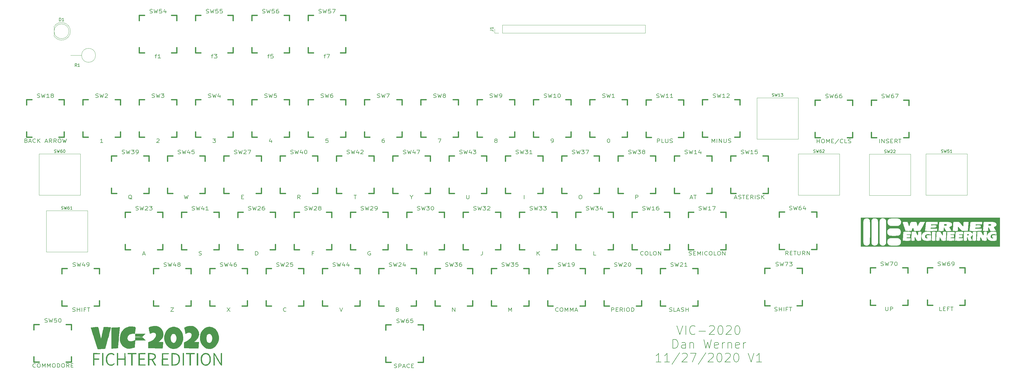
<source format=gbr>
G04 #@! TF.GenerationSoftware,KiCad,Pcbnew,(5.1.5)-3*
G04 #@! TF.CreationDate,2020-11-27T12:25:16-06:00*
G04 #@! TF.ProjectId,vic2020keyboard,76696332-3032-4306-9b65-79626f617264,rev?*
G04 #@! TF.SameCoordinates,Original*
G04 #@! TF.FileFunction,Legend,Top*
G04 #@! TF.FilePolarity,Positive*
%FSLAX46Y46*%
G04 Gerber Fmt 4.6, Leading zero omitted, Abs format (unit mm)*
G04 Created by KiCad (PCBNEW (5.1.5)-3) date 2020-11-27 12:25:16*
%MOMM*%
%LPD*%
G04 APERTURE LIST*
%ADD10C,0.150000*%
%ADD11C,0.010000*%
%ADD12C,0.120000*%
%ADD13C,0.381000*%
%ADD14C,0.203200*%
G04 APERTURE END LIST*
D10*
X266328285Y-194621142D02*
X267328285Y-197621142D01*
X268328285Y-194621142D01*
X269328285Y-197621142D02*
X269328285Y-194621142D01*
X272471142Y-197335428D02*
X272328285Y-197478285D01*
X271899714Y-197621142D01*
X271614000Y-197621142D01*
X271185428Y-197478285D01*
X270899714Y-197192571D01*
X270756857Y-196906857D01*
X270614000Y-196335428D01*
X270614000Y-195906857D01*
X270756857Y-195335428D01*
X270899714Y-195049714D01*
X271185428Y-194764000D01*
X271614000Y-194621142D01*
X271899714Y-194621142D01*
X272328285Y-194764000D01*
X272471142Y-194906857D01*
X273756857Y-196478285D02*
X276042571Y-196478285D01*
X277328285Y-194906857D02*
X277471142Y-194764000D01*
X277756857Y-194621142D01*
X278471142Y-194621142D01*
X278756857Y-194764000D01*
X278899714Y-194906857D01*
X279042571Y-195192571D01*
X279042571Y-195478285D01*
X278899714Y-195906857D01*
X277185428Y-197621142D01*
X279042571Y-197621142D01*
X280899714Y-194621142D02*
X281185428Y-194621142D01*
X281471142Y-194764000D01*
X281614000Y-194906857D01*
X281756857Y-195192571D01*
X281899714Y-195764000D01*
X281899714Y-196478285D01*
X281756857Y-197049714D01*
X281614000Y-197335428D01*
X281471142Y-197478285D01*
X281185428Y-197621142D01*
X280899714Y-197621142D01*
X280614000Y-197478285D01*
X280471142Y-197335428D01*
X280328285Y-197049714D01*
X280185428Y-196478285D01*
X280185428Y-195764000D01*
X280328285Y-195192571D01*
X280471142Y-194906857D01*
X280614000Y-194764000D01*
X280899714Y-194621142D01*
X283042571Y-194906857D02*
X283185428Y-194764000D01*
X283471142Y-194621142D01*
X284185428Y-194621142D01*
X284471142Y-194764000D01*
X284614000Y-194906857D01*
X284756857Y-195192571D01*
X284756857Y-195478285D01*
X284614000Y-195906857D01*
X282899714Y-197621142D01*
X284756857Y-197621142D01*
X286614000Y-194621142D02*
X286899714Y-194621142D01*
X287185428Y-194764000D01*
X287328285Y-194906857D01*
X287471142Y-195192571D01*
X287614000Y-195764000D01*
X287614000Y-196478285D01*
X287471142Y-197049714D01*
X287328285Y-197335428D01*
X287185428Y-197478285D01*
X286899714Y-197621142D01*
X286614000Y-197621142D01*
X286328285Y-197478285D01*
X286185428Y-197335428D01*
X286042571Y-197049714D01*
X285899714Y-196478285D01*
X285899714Y-195764000D01*
X286042571Y-195192571D01*
X286185428Y-194906857D01*
X286328285Y-194764000D01*
X286614000Y-194621142D01*
X264971142Y-202271142D02*
X264971142Y-199271142D01*
X265685428Y-199271142D01*
X266114000Y-199414000D01*
X266399714Y-199699714D01*
X266542571Y-199985428D01*
X266685428Y-200556857D01*
X266685428Y-200985428D01*
X266542571Y-201556857D01*
X266399714Y-201842571D01*
X266114000Y-202128285D01*
X265685428Y-202271142D01*
X264971142Y-202271142D01*
X269256857Y-202271142D02*
X269256857Y-200699714D01*
X269114000Y-200414000D01*
X268828285Y-200271142D01*
X268256857Y-200271142D01*
X267971142Y-200414000D01*
X269256857Y-202128285D02*
X268971142Y-202271142D01*
X268256857Y-202271142D01*
X267971142Y-202128285D01*
X267828285Y-201842571D01*
X267828285Y-201556857D01*
X267971142Y-201271142D01*
X268256857Y-201128285D01*
X268971142Y-201128285D01*
X269256857Y-200985428D01*
X270685428Y-200271142D02*
X270685428Y-202271142D01*
X270685428Y-200556857D02*
X270828285Y-200414000D01*
X271114000Y-200271142D01*
X271542571Y-200271142D01*
X271828285Y-200414000D01*
X271971142Y-200699714D01*
X271971142Y-202271142D01*
X275399714Y-199271142D02*
X276114000Y-202271142D01*
X276685428Y-200128285D01*
X277256857Y-202271142D01*
X277971142Y-199271142D01*
X280256857Y-202128285D02*
X279971142Y-202271142D01*
X279399714Y-202271142D01*
X279114000Y-202128285D01*
X278971142Y-201842571D01*
X278971142Y-200699714D01*
X279114000Y-200414000D01*
X279399714Y-200271142D01*
X279971142Y-200271142D01*
X280256857Y-200414000D01*
X280399714Y-200699714D01*
X280399714Y-200985428D01*
X278971142Y-201271142D01*
X281685428Y-202271142D02*
X281685428Y-200271142D01*
X281685428Y-200842571D02*
X281828285Y-200556857D01*
X281971142Y-200414000D01*
X282256857Y-200271142D01*
X282542571Y-200271142D01*
X283542571Y-200271142D02*
X283542571Y-202271142D01*
X283542571Y-200556857D02*
X283685428Y-200414000D01*
X283971142Y-200271142D01*
X284399714Y-200271142D01*
X284685428Y-200414000D01*
X284828285Y-200699714D01*
X284828285Y-202271142D01*
X287399714Y-202128285D02*
X287114000Y-202271142D01*
X286542571Y-202271142D01*
X286256857Y-202128285D01*
X286114000Y-201842571D01*
X286114000Y-200699714D01*
X286256857Y-200414000D01*
X286542571Y-200271142D01*
X287114000Y-200271142D01*
X287399714Y-200414000D01*
X287542571Y-200699714D01*
X287542571Y-200985428D01*
X286114000Y-201271142D01*
X288828285Y-202271142D02*
X288828285Y-200271142D01*
X288828285Y-200842571D02*
X288971142Y-200556857D01*
X289114000Y-200414000D01*
X289399714Y-200271142D01*
X289685428Y-200271142D01*
X260971142Y-206921142D02*
X259256857Y-206921142D01*
X260114000Y-206921142D02*
X260114000Y-203921142D01*
X259828285Y-204349714D01*
X259542571Y-204635428D01*
X259256857Y-204778285D01*
X263828285Y-206921142D02*
X262114000Y-206921142D01*
X262971142Y-206921142D02*
X262971142Y-203921142D01*
X262685428Y-204349714D01*
X262399714Y-204635428D01*
X262114000Y-204778285D01*
X267256857Y-203778285D02*
X264685428Y-207635428D01*
X268114000Y-204206857D02*
X268256857Y-204064000D01*
X268542571Y-203921142D01*
X269256857Y-203921142D01*
X269542571Y-204064000D01*
X269685428Y-204206857D01*
X269828285Y-204492571D01*
X269828285Y-204778285D01*
X269685428Y-205206857D01*
X267971142Y-206921142D01*
X269828285Y-206921142D01*
X270828285Y-203921142D02*
X272828285Y-203921142D01*
X271542571Y-206921142D01*
X276114000Y-203778285D02*
X273542571Y-207635428D01*
X276971142Y-204206857D02*
X277114000Y-204064000D01*
X277399714Y-203921142D01*
X278114000Y-203921142D01*
X278399714Y-204064000D01*
X278542571Y-204206857D01*
X278685428Y-204492571D01*
X278685428Y-204778285D01*
X278542571Y-205206857D01*
X276828285Y-206921142D01*
X278685428Y-206921142D01*
X280542571Y-203921142D02*
X280828285Y-203921142D01*
X281114000Y-204064000D01*
X281256857Y-204206857D01*
X281399714Y-204492571D01*
X281542571Y-205064000D01*
X281542571Y-205778285D01*
X281399714Y-206349714D01*
X281256857Y-206635428D01*
X281114000Y-206778285D01*
X280828285Y-206921142D01*
X280542571Y-206921142D01*
X280256857Y-206778285D01*
X280114000Y-206635428D01*
X279971142Y-206349714D01*
X279828285Y-205778285D01*
X279828285Y-205064000D01*
X279971142Y-204492571D01*
X280114000Y-204206857D01*
X280256857Y-204064000D01*
X280542571Y-203921142D01*
X282685428Y-204206857D02*
X282828285Y-204064000D01*
X283114000Y-203921142D01*
X283828285Y-203921142D01*
X284114000Y-204064000D01*
X284256857Y-204206857D01*
X284399714Y-204492571D01*
X284399714Y-204778285D01*
X284256857Y-205206857D01*
X282542571Y-206921142D01*
X284399714Y-206921142D01*
X286256857Y-203921142D02*
X286542571Y-203921142D01*
X286828285Y-204064000D01*
X286971142Y-204206857D01*
X287114000Y-204492571D01*
X287256857Y-205064000D01*
X287256857Y-205778285D01*
X287114000Y-206349714D01*
X286971142Y-206635428D01*
X286828285Y-206778285D01*
X286542571Y-206921142D01*
X286256857Y-206921142D01*
X285971142Y-206778285D01*
X285828285Y-206635428D01*
X285685428Y-206349714D01*
X285542571Y-205778285D01*
X285542571Y-205064000D01*
X285685428Y-204492571D01*
X285828285Y-204206857D01*
X285971142Y-204064000D01*
X286256857Y-203921142D01*
X290399714Y-203921142D02*
X291399714Y-206921142D01*
X292399714Y-203921142D01*
X294971142Y-206921142D02*
X293256857Y-206921142D01*
X294114000Y-206921142D02*
X294114000Y-203921142D01*
X293828285Y-204349714D01*
X293542571Y-204635428D01*
X293256857Y-204778285D01*
D11*
G36*
X372303743Y-160284388D02*
G01*
X372480934Y-160334144D01*
X372563480Y-160411612D01*
X372549956Y-160515670D01*
X372475523Y-160610876D01*
X372393115Y-160671412D01*
X372279677Y-160703700D01*
X372104520Y-160715130D01*
X372040600Y-160715600D01*
X371710400Y-160715600D01*
X371710400Y-160567354D01*
X371722039Y-160398608D01*
X371771604Y-160305654D01*
X371881066Y-160267818D01*
X372033335Y-160263463D01*
X372303743Y-160284388D01*
G37*
X372303743Y-160284388D02*
X372480934Y-160334144D01*
X372563480Y-160411612D01*
X372549956Y-160515670D01*
X372475523Y-160610876D01*
X372393115Y-160671412D01*
X372279677Y-160703700D01*
X372104520Y-160715130D01*
X372040600Y-160715600D01*
X371710400Y-160715600D01*
X371710400Y-160567354D01*
X371722039Y-160398608D01*
X371771604Y-160305654D01*
X371881066Y-160267818D01*
X372033335Y-160263463D01*
X372303743Y-160284388D01*
G36*
X357266943Y-160284388D02*
G01*
X357444134Y-160334144D01*
X357526680Y-160411612D01*
X357513156Y-160515670D01*
X357438723Y-160610876D01*
X357356315Y-160671412D01*
X357242877Y-160703700D01*
X357067720Y-160715130D01*
X357003800Y-160715600D01*
X356673600Y-160715600D01*
X356673600Y-160567354D01*
X356685239Y-160398608D01*
X356734804Y-160305654D01*
X356844266Y-160267818D01*
X356996535Y-160263463D01*
X357266943Y-160284388D01*
G37*
X357266943Y-160284388D02*
X357444134Y-160334144D01*
X357526680Y-160411612D01*
X357513156Y-160515670D01*
X357438723Y-160610876D01*
X357356315Y-160671412D01*
X357242877Y-160703700D01*
X357067720Y-160715130D01*
X357003800Y-160715600D01*
X356673600Y-160715600D01*
X356673600Y-160567354D01*
X356685239Y-160398608D01*
X356734804Y-160305654D01*
X356844266Y-160267818D01*
X356996535Y-160263463D01*
X357266943Y-160284388D01*
G36*
X364882858Y-163679025D02*
G01*
X364990669Y-163723718D01*
X365001978Y-163734800D01*
X365022571Y-163822141D01*
X364965267Y-163910732D01*
X364851782Y-163981814D01*
X364703828Y-164016631D01*
X364674600Y-164017600D01*
X364555432Y-164009736D01*
X364506561Y-163965368D01*
X364496822Y-163853333D01*
X364496800Y-163839800D01*
X364501960Y-163729485D01*
X364536128Y-163677990D01*
X364627335Y-163662901D01*
X364719179Y-163662000D01*
X364882858Y-163679025D01*
G37*
X364882858Y-163679025D02*
X364990669Y-163723718D01*
X365001978Y-163734800D01*
X365022571Y-163822141D01*
X364965267Y-163910732D01*
X364851782Y-163981814D01*
X364703828Y-164016631D01*
X364674600Y-164017600D01*
X364555432Y-164009736D01*
X364506561Y-163965368D01*
X364496822Y-163853333D01*
X364496800Y-163839800D01*
X364501960Y-163729485D01*
X364536128Y-163677990D01*
X364627335Y-163662901D01*
X364719179Y-163662000D01*
X364882858Y-163679025D01*
G36*
X366243228Y-164652600D02*
G01*
X366229717Y-164935983D01*
X366214295Y-165188508D01*
X366198426Y-165390479D01*
X366183571Y-165522201D01*
X366175888Y-165558958D01*
X366149161Y-165576995D01*
X366101502Y-165526064D01*
X366027687Y-165398181D01*
X365922494Y-165185363D01*
X365899116Y-165135916D01*
X365656122Y-164619316D01*
X365870761Y-164435593D01*
X366015138Y-164288204D01*
X366138953Y-164121760D01*
X366181095Y-164045835D01*
X366276790Y-163839800D01*
X366243228Y-164652600D01*
G37*
X366243228Y-164652600D02*
X366229717Y-164935983D01*
X366214295Y-165188508D01*
X366198426Y-165390479D01*
X366183571Y-165522201D01*
X366175888Y-165558958D01*
X366149161Y-165576995D01*
X366101502Y-165526064D01*
X366027687Y-165398181D01*
X365922494Y-165185363D01*
X365899116Y-165135916D01*
X365656122Y-164619316D01*
X365870761Y-164435593D01*
X366015138Y-164288204D01*
X366138953Y-164121760D01*
X366181095Y-164045835D01*
X366276790Y-163839800D01*
X366243228Y-164652600D01*
G36*
X348987017Y-164131900D02*
G01*
X348994918Y-164260740D01*
X348987017Y-164309700D01*
X348972293Y-164325510D01*
X348964277Y-164255266D01*
X348963785Y-164220800D01*
X348969082Y-164128378D01*
X348982268Y-164117486D01*
X348987017Y-164131900D01*
G37*
X348987017Y-164131900D02*
X348994918Y-164260740D01*
X348987017Y-164309700D01*
X348972293Y-164325510D01*
X348964277Y-164255266D01*
X348963785Y-164220800D01*
X348969082Y-164128378D01*
X348982268Y-164117486D01*
X348987017Y-164131900D01*
G36*
X375469600Y-167776800D02*
G01*
X328530400Y-167776800D01*
X328530400Y-162863531D01*
X329293515Y-162863531D01*
X329293603Y-163601978D01*
X329294402Y-164245175D01*
X329296019Y-164799469D01*
X329298563Y-165271208D01*
X329302141Y-165666740D01*
X329306862Y-165992412D01*
X329312834Y-166254572D01*
X329320164Y-166459568D01*
X329328960Y-166613747D01*
X329339330Y-166723458D01*
X329351383Y-166795048D01*
X329360901Y-166825931D01*
X329535582Y-167116322D01*
X329782815Y-167345505D01*
X330084427Y-167497975D01*
X330181400Y-167526098D01*
X330378427Y-167561970D01*
X330551487Y-167557572D01*
X330754715Y-167510717D01*
X330785216Y-167501682D01*
X331100494Y-167359854D01*
X331351561Y-167147667D01*
X331489968Y-166948357D01*
X331603800Y-166735400D01*
X331618133Y-162950800D01*
X331620681Y-162233144D01*
X331621243Y-162032929D01*
X332035479Y-162032929D01*
X332035595Y-162747818D01*
X332035600Y-162874600D01*
X332035558Y-163605155D01*
X332035757Y-164241196D01*
X332036681Y-164789808D01*
X332038815Y-165258076D01*
X332042644Y-165653085D01*
X332048651Y-165981921D01*
X332057322Y-166251669D01*
X332069141Y-166469413D01*
X332084593Y-166642240D01*
X332104162Y-166777234D01*
X332128334Y-166881481D01*
X332157592Y-166962067D01*
X332192422Y-167026075D01*
X332233308Y-167080592D01*
X332280734Y-167132702D01*
X332330394Y-167184435D01*
X332596715Y-167395641D01*
X332901882Y-167518089D01*
X333231286Y-167549417D01*
X333570316Y-167487268D01*
X333752223Y-167414024D01*
X333977200Y-167256453D01*
X334169557Y-167031015D01*
X334302270Y-166771290D01*
X334323017Y-166704736D01*
X334333957Y-166610523D01*
X334343218Y-166416546D01*
X334350783Y-166124629D01*
X334356634Y-165736594D01*
X334360753Y-165254263D01*
X334363124Y-164679461D01*
X334363728Y-164014010D01*
X334362547Y-163259732D01*
X334360967Y-162762865D01*
X334358221Y-162054287D01*
X334358127Y-162032929D01*
X334778679Y-162032929D01*
X334778795Y-162747818D01*
X334778800Y-162874600D01*
X334779003Y-163596054D01*
X334779704Y-164222851D01*
X334781042Y-164761936D01*
X334783153Y-165220250D01*
X334786176Y-165604737D01*
X334790248Y-165922339D01*
X334795507Y-166180000D01*
X334802091Y-166384663D01*
X334810137Y-166543270D01*
X334819784Y-166662765D01*
X334831168Y-166750091D01*
X334844428Y-166812190D01*
X334857694Y-166851331D01*
X335026463Y-167128357D01*
X335269756Y-167348880D01*
X335569241Y-167497631D01*
X335667800Y-167526098D01*
X335851385Y-167560592D01*
X336012933Y-167559994D01*
X336200101Y-167521917D01*
X336296379Y-167494600D01*
X336592799Y-167355888D01*
X336831513Y-167139606D01*
X336998514Y-166859905D01*
X337038982Y-166744352D01*
X337054256Y-166682110D01*
X337067383Y-166603303D01*
X337078483Y-166500727D01*
X337087673Y-166367174D01*
X337094171Y-166216331D01*
X337421515Y-166216331D01*
X337453666Y-166594455D01*
X337555609Y-166902749D01*
X337732058Y-167149406D01*
X337987727Y-167342617D01*
X338104124Y-167402562D01*
X338184776Y-167438468D01*
X338262916Y-167466339D01*
X338352210Y-167487194D01*
X338466324Y-167502051D01*
X338618925Y-167511929D01*
X338823678Y-167517848D01*
X339094251Y-167520827D01*
X339444310Y-167521883D01*
X339706400Y-167522020D01*
X340119215Y-167519987D01*
X340487605Y-167514046D01*
X340798947Y-167504637D01*
X341040620Y-167492198D01*
X341200003Y-167477171D01*
X341246695Y-167468336D01*
X341452118Y-167372231D01*
X341662805Y-167209289D01*
X341847241Y-167007379D01*
X341949618Y-166846682D01*
X342055757Y-166535379D01*
X342084546Y-166192578D01*
X342038397Y-165848630D01*
X341955045Y-165627566D01*
X342648046Y-165627566D01*
X342651834Y-165735525D01*
X342671262Y-165800133D01*
X342692198Y-165827740D01*
X342764309Y-165850424D01*
X342919853Y-165869114D01*
X343141643Y-165883772D01*
X343412493Y-165894358D01*
X343715218Y-165900832D01*
X344032632Y-165903155D01*
X344347548Y-165901287D01*
X344642782Y-165895188D01*
X344901146Y-165884820D01*
X345105456Y-165870142D01*
X345238525Y-165851116D01*
X345281456Y-165833700D01*
X345309931Y-165754753D01*
X345338861Y-165604674D01*
X345339565Y-165599004D01*
X345524421Y-165599004D01*
X345530308Y-165731992D01*
X345543355Y-165807244D01*
X345553159Y-165826734D01*
X345631188Y-165860484D01*
X345782240Y-165884087D01*
X345978222Y-165897301D01*
X346191041Y-165899884D01*
X346392604Y-165891595D01*
X346554818Y-165872190D01*
X346649590Y-165841428D01*
X346655840Y-165836239D01*
X346693018Y-165751075D01*
X346714815Y-165608489D01*
X346717161Y-165544139D01*
X346722438Y-165366652D01*
X346735748Y-165143228D01*
X346750079Y-164968251D01*
X346782637Y-164623502D01*
X347058607Y-165146051D01*
X347200885Y-165418854D01*
X347307148Y-165616808D01*
X347394326Y-165751778D01*
X347479347Y-165835632D01*
X347579139Y-165880235D01*
X347710631Y-165897453D01*
X347890752Y-165899153D01*
X348130211Y-165897200D01*
X348455777Y-165892265D01*
X348682250Y-165877347D01*
X348811663Y-165852269D01*
X348840239Y-165836240D01*
X348872696Y-165755221D01*
X348896613Y-165602108D01*
X348907137Y-165417140D01*
X348915662Y-165169193D01*
X348931508Y-164901267D01*
X348945866Y-164728800D01*
X348978657Y-164398600D01*
X349013951Y-164667124D01*
X349106328Y-165034862D01*
X349278497Y-165339746D01*
X349530410Y-165581751D01*
X349862016Y-165760856D01*
X350273267Y-165877037D01*
X350764111Y-165930271D01*
X351334500Y-165920534D01*
X351633702Y-165893797D01*
X351852763Y-165864036D01*
X352036972Y-165828502D01*
X352160511Y-165792706D01*
X352193939Y-165774244D01*
X352223025Y-165698523D01*
X352250939Y-165542752D01*
X352256529Y-165495737D01*
X352428024Y-165495737D01*
X352429862Y-165670482D01*
X352442068Y-165778049D01*
X352461839Y-165826590D01*
X352538453Y-165858909D01*
X352689985Y-165882254D01*
X352890489Y-165896477D01*
X353114019Y-165901430D01*
X353334628Y-165896968D01*
X353526370Y-165882942D01*
X353663300Y-165859206D01*
X353715490Y-165833700D01*
X353731177Y-165764488D01*
X353738678Y-165681230D01*
X353907121Y-165681230D01*
X353921180Y-165794994D01*
X353937804Y-165829921D01*
X354019734Y-165866893D01*
X354174456Y-165890703D01*
X354374057Y-165901661D01*
X354590627Y-165900077D01*
X354796253Y-165886260D01*
X354963024Y-165860519D01*
X355063029Y-165823165D01*
X355069771Y-165817371D01*
X355107984Y-165755518D01*
X355132401Y-165649411D01*
X355145455Y-165480459D01*
X355149582Y-165230072D01*
X355149600Y-165207771D01*
X355152999Y-164989713D01*
X355162189Y-164815382D01*
X355175655Y-164705796D01*
X355187700Y-164678738D01*
X355224486Y-164721487D01*
X355296517Y-164837347D01*
X355393404Y-165008656D01*
X355504759Y-165217750D01*
X355505200Y-165218599D01*
X355620425Y-165436098D01*
X355724702Y-165624154D01*
X355806206Y-165761993D01*
X355851728Y-165827461D01*
X355934359Y-165860352D01*
X356093123Y-165883788D01*
X356303000Y-165897806D01*
X356538967Y-165902444D01*
X356776002Y-165897742D01*
X356989085Y-165883736D01*
X357153192Y-165860466D01*
X357243303Y-165827968D01*
X357246206Y-165825336D01*
X357273982Y-165771365D01*
X357290155Y-165695584D01*
X357457845Y-165695584D01*
X357472315Y-165792074D01*
X357490919Y-165826445D01*
X357528304Y-165849412D01*
X357604996Y-165867075D01*
X357732088Y-165880040D01*
X357920676Y-165888914D01*
X358181853Y-165894305D01*
X358526714Y-165896819D01*
X358784391Y-165897200D01*
X359177591Y-165896438D01*
X359481521Y-165893644D01*
X359708501Y-165888051D01*
X359870853Y-165878895D01*
X359980897Y-165865409D01*
X360050956Y-165846828D01*
X360093351Y-165822387D01*
X360100935Y-165815407D01*
X360143297Y-165749281D01*
X360165836Y-165642304D01*
X360167316Y-165598815D01*
X360301617Y-165598815D01*
X360313599Y-165748693D01*
X360357572Y-165814715D01*
X360394925Y-165840906D01*
X360456231Y-165861002D01*
X360553851Y-165875777D01*
X360700147Y-165886005D01*
X360907479Y-165892460D01*
X361188207Y-165895916D01*
X361554694Y-165897148D01*
X361674808Y-165897200D01*
X362090008Y-165895801D01*
X362412712Y-165891309D01*
X362651992Y-165883273D01*
X362816917Y-165871245D01*
X362916558Y-165854778D01*
X362959769Y-165833700D01*
X362987353Y-165754868D01*
X363014315Y-165604610D01*
X363017604Y-165574822D01*
X363194354Y-165574822D01*
X363199214Y-165711512D01*
X363209681Y-165797401D01*
X363225798Y-165842620D01*
X363236311Y-165853353D01*
X363326312Y-165877907D01*
X363485174Y-165892796D01*
X363686050Y-165898549D01*
X363902090Y-165895698D01*
X364106445Y-165884772D01*
X364272265Y-165866304D01*
X364372701Y-165840823D01*
X364387226Y-165830607D01*
X364410692Y-165754993D01*
X364431909Y-165600722D01*
X364448409Y-165390736D01*
X364456946Y-165182907D01*
X364471400Y-164601800D01*
X364663720Y-165182987D01*
X364743251Y-165415317D01*
X364816633Y-165615270D01*
X364875583Y-165761176D01*
X364911240Y-165830687D01*
X364990329Y-165864902D01*
X365143656Y-165887997D01*
X365344490Y-165900157D01*
X365566100Y-165901563D01*
X365781753Y-165892399D01*
X365964718Y-165872848D01*
X366088265Y-165843091D01*
X366121224Y-165822416D01*
X366180123Y-165773461D01*
X366240884Y-165805724D01*
X366258073Y-165822416D01*
X366342201Y-165856808D01*
X366498852Y-165881657D01*
X366701672Y-165896721D01*
X366924310Y-165901755D01*
X367140411Y-165896518D01*
X367323624Y-165880767D01*
X367447595Y-165854257D01*
X367482097Y-165833700D01*
X367497822Y-165766685D01*
X367502242Y-165725280D01*
X367669541Y-165725280D01*
X367715344Y-165809626D01*
X367823768Y-165862306D01*
X368007489Y-165889452D01*
X368279182Y-165897199D01*
X368281400Y-165897200D01*
X368544440Y-165893369D01*
X368722510Y-165870977D01*
X368832215Y-165813678D01*
X368890158Y-165705122D01*
X368912945Y-165528963D01*
X368917177Y-165271271D01*
X368921532Y-165058717D01*
X368932534Y-164882287D01*
X368948201Y-164768495D01*
X368956594Y-164744220D01*
X368995343Y-164760020D01*
X369071148Y-164861009D01*
X369179114Y-165039841D01*
X369294972Y-165252220D01*
X369413062Y-165471308D01*
X369518345Y-165657449D01*
X369599960Y-165792062D01*
X369647046Y-165856565D01*
X369649255Y-165858322D01*
X369718826Y-165872824D01*
X369868146Y-165884831D01*
X370075372Y-165893107D01*
X370318660Y-165896416D01*
X370322471Y-165896422D01*
X370618623Y-165895424D01*
X370828163Y-165882772D01*
X370966065Y-165845271D01*
X371047305Y-165769730D01*
X371086859Y-165642956D01*
X371099702Y-165451758D01*
X371100800Y-165210769D01*
X371105458Y-164982956D01*
X371118136Y-164799940D01*
X371136891Y-164683080D01*
X371151600Y-164652600D01*
X371190042Y-164669770D01*
X371202400Y-164741227D01*
X371233558Y-164891687D01*
X371314630Y-165082783D01*
X371427013Y-165280136D01*
X371552101Y-165449362D01*
X371625449Y-165523042D01*
X371889893Y-165702004D01*
X372203758Y-165829343D01*
X372576456Y-165906667D01*
X373017398Y-165935583D01*
X373535997Y-165917698D01*
X373800517Y-165894474D01*
X374025461Y-165866557D01*
X374214636Y-165833735D01*
X374343755Y-165800756D01*
X374385348Y-165780174D01*
X374409417Y-165708540D01*
X374433636Y-165556562D01*
X374456723Y-165345483D01*
X374477395Y-165096549D01*
X374494370Y-164831005D01*
X374506367Y-164570096D01*
X374512102Y-164335067D01*
X374510294Y-164147162D01*
X374499660Y-164027627D01*
X374492572Y-164003556D01*
X374466593Y-163968447D01*
X374418090Y-163944390D01*
X374331040Y-163929840D01*
X374189423Y-163923255D01*
X373977217Y-163923089D01*
X373701793Y-163927356D01*
X372955000Y-163941400D01*
X372914419Y-164314206D01*
X372897829Y-164552196D01*
X372913852Y-164707194D01*
X372968279Y-164794205D01*
X373066898Y-164828231D01*
X373113620Y-164830400D01*
X373206062Y-164849168D01*
X373234400Y-164882794D01*
X373193133Y-164950303D01*
X373086984Y-164976827D01*
X372942429Y-164965835D01*
X372785946Y-164920795D01*
X372644009Y-164845176D01*
X372587874Y-164798092D01*
X372515990Y-164713868D01*
X372481471Y-164624220D01*
X372475431Y-164493108D01*
X372482441Y-164370355D01*
X372533273Y-164104861D01*
X372648964Y-163909137D01*
X372840688Y-163766699D01*
X372915268Y-163731652D01*
X373117670Y-163680836D01*
X373381592Y-163664928D01*
X373673203Y-163683750D01*
X373958675Y-163737124D01*
X373958854Y-163737170D01*
X374179665Y-163782117D01*
X374322859Y-163778818D01*
X374400825Y-163726159D01*
X374414892Y-163696172D01*
X374426003Y-163595325D01*
X374421516Y-163433500D01*
X374404974Y-163241768D01*
X374379920Y-163051204D01*
X374349897Y-162892878D01*
X374318448Y-162797865D01*
X374311359Y-162788208D01*
X374255525Y-162762094D01*
X374140744Y-162743204D01*
X373956120Y-162730771D01*
X373690755Y-162724031D01*
X373371559Y-162722200D01*
X373052814Y-162722771D01*
X372816152Y-162726094D01*
X372642059Y-162734583D01*
X372511018Y-162750650D01*
X372403514Y-162776710D01*
X372300032Y-162815176D01*
X372181055Y-162868461D01*
X372178192Y-162869783D01*
X371839106Y-163076006D01*
X371555132Y-163348766D01*
X371343505Y-163669144D01*
X371256935Y-163881028D01*
X371212050Y-164015018D01*
X371181517Y-164082603D01*
X371164575Y-164077435D01*
X371160462Y-163993165D01*
X371168418Y-163823444D01*
X371187682Y-163561924D01*
X371200217Y-163408000D01*
X371218730Y-163112310D01*
X371217044Y-162915227D01*
X371195146Y-162815785D01*
X371191783Y-162811100D01*
X371116769Y-162780781D01*
X370967765Y-162759744D01*
X370771964Y-162748051D01*
X370556556Y-162745761D01*
X370348733Y-162752934D01*
X370175685Y-162769631D01*
X370064604Y-162795911D01*
X370044160Y-162808560D01*
X370011756Y-162895561D01*
X369991128Y-163074720D01*
X369983250Y-163337172D01*
X369983200Y-163363205D01*
X369980010Y-163585180D01*
X369971447Y-163774592D01*
X369959015Y-163904406D01*
X369951026Y-163940734D01*
X369919076Y-163945004D01*
X369854865Y-163868028D01*
X369755689Y-163705836D01*
X369618842Y-163454463D01*
X369616276Y-163449588D01*
X369497432Y-163226475D01*
X369391800Y-163033184D01*
X369310215Y-162889205D01*
X369263515Y-162814024D01*
X369261230Y-162811100D01*
X369188675Y-162783409D01*
X369038972Y-162763103D01*
X368836309Y-162750224D01*
X368604873Y-162744816D01*
X368368850Y-162746923D01*
X368152429Y-162756589D01*
X367979796Y-162773857D01*
X367875137Y-162798773D01*
X367859760Y-162808559D01*
X367827293Y-162895487D01*
X367806628Y-163073845D01*
X367798835Y-163334035D01*
X367798800Y-163355526D01*
X367795634Y-163568068D01*
X367786918Y-163839571D01*
X367773821Y-164149025D01*
X367757512Y-164475421D01*
X367739160Y-164797751D01*
X367719936Y-165095006D01*
X367701008Y-165346176D01*
X367683547Y-165530254D01*
X367673684Y-165603134D01*
X367669541Y-165725280D01*
X367502242Y-165725280D01*
X367514124Y-165613996D01*
X367530468Y-165391549D01*
X367546317Y-165115264D01*
X367561135Y-164801059D01*
X367574386Y-164464852D01*
X367585533Y-164122562D01*
X367594039Y-163790107D01*
X367599369Y-163483407D01*
X367600985Y-163218378D01*
X367598352Y-163010940D01*
X367590932Y-162877012D01*
X367583097Y-162836500D01*
X367552314Y-162797305D01*
X367491833Y-162771461D01*
X367383401Y-162756325D01*
X367208762Y-162749254D01*
X366968972Y-162747600D01*
X366665302Y-162753535D01*
X366457141Y-162771182D01*
X366346946Y-162800306D01*
X366335760Y-162808560D01*
X366302566Y-162890346D01*
X366280530Y-163038863D01*
X366274800Y-163174923D01*
X366274800Y-163480327D01*
X366160500Y-163253663D01*
X366065314Y-163101087D01*
X365940602Y-162987218D01*
X365762479Y-162885033D01*
X365478759Y-162743067D01*
X364418824Y-162745329D01*
X364100433Y-162747754D01*
X363817027Y-162753236D01*
X363584138Y-162761202D01*
X363417302Y-162771079D01*
X363332051Y-162782294D01*
X363324823Y-162785695D01*
X363314201Y-162844307D01*
X363300756Y-162991494D01*
X363285290Y-163214296D01*
X363268602Y-163499751D01*
X363251494Y-163834900D01*
X363234766Y-164206781D01*
X363230191Y-164317431D01*
X363213021Y-164758635D01*
X363201298Y-165108514D01*
X363195062Y-165377200D01*
X363194354Y-165574822D01*
X363017604Y-165574822D01*
X363035473Y-165412996D01*
X363038061Y-165379293D01*
X363048660Y-165164854D01*
X363041516Y-165029410D01*
X363014481Y-164951561D01*
X362992712Y-164927446D01*
X362925426Y-164901154D01*
X362795157Y-164888313D01*
X362589394Y-164888466D01*
X362295625Y-164901158D01*
X362285641Y-164901710D01*
X362020026Y-164915071D01*
X361839824Y-164919580D01*
X361729146Y-164914145D01*
X361672102Y-164897678D01*
X361652804Y-164869088D01*
X361652000Y-164858258D01*
X361666535Y-164823043D01*
X361721151Y-164799933D01*
X361832359Y-164786576D01*
X362016674Y-164780622D01*
X362204579Y-164779600D01*
X362491966Y-164774362D01*
X362684718Y-164758197D01*
X362789285Y-164730426D01*
X362807719Y-164716100D01*
X362840796Y-164627970D01*
X362866300Y-164476094D01*
X362882479Y-164292545D01*
X362887581Y-164109397D01*
X362879854Y-163958724D01*
X362857545Y-163872601D01*
X362854031Y-163868351D01*
X362780414Y-163844576D01*
X362624780Y-163826630D01*
X362406628Y-163816260D01*
X362251440Y-163814400D01*
X362002476Y-163809907D01*
X361820710Y-163797248D01*
X361719429Y-163777654D01*
X361702800Y-163763600D01*
X361751777Y-163741806D01*
X361891640Y-163725539D01*
X362111783Y-163715622D01*
X362356979Y-163712800D01*
X362663889Y-163709000D01*
X362878174Y-163697078D01*
X363008546Y-163676248D01*
X363061283Y-163649300D01*
X363096500Y-163558256D01*
X363123644Y-163404460D01*
X363140797Y-163220163D01*
X363146039Y-163037615D01*
X363137450Y-162889066D01*
X363113112Y-162806765D01*
X363111527Y-162805047D01*
X363042149Y-162785162D01*
X362889197Y-162769199D01*
X362669869Y-162757118D01*
X362401359Y-162748878D01*
X362100864Y-162744438D01*
X361785581Y-162743758D01*
X361472705Y-162746797D01*
X361179431Y-162753514D01*
X360922958Y-162763870D01*
X360720479Y-162777823D01*
X360589193Y-162795332D01*
X360547523Y-162811100D01*
X360528455Y-162881483D01*
X360508336Y-163034618D01*
X360488964Y-163251697D01*
X360472131Y-163513912D01*
X360463901Y-163687400D01*
X360443855Y-164094793D01*
X360418134Y-164496385D01*
X360388462Y-164871866D01*
X360356564Y-165200931D01*
X360324163Y-165463272D01*
X360301617Y-165598815D01*
X360167316Y-165598815D01*
X360171644Y-165471672D01*
X360168064Y-165320107D01*
X360153400Y-164906600D01*
X359493000Y-164906600D01*
X359191791Y-164901760D01*
X358977694Y-164888790D01*
X358853003Y-164870009D01*
X358820011Y-164847739D01*
X358881012Y-164824301D01*
X359038299Y-164802016D01*
X359294165Y-164783205D01*
X359367509Y-164779600D01*
X359635678Y-164763743D01*
X359816980Y-164743186D01*
X359926125Y-164715480D01*
X359977822Y-164678178D01*
X359977937Y-164678000D01*
X360000213Y-164592231D01*
X360013312Y-164436883D01*
X360014721Y-164243756D01*
X360014028Y-164220800D01*
X360001000Y-163839800D01*
X359429500Y-163825436D01*
X359144623Y-163813250D01*
X358959038Y-163795320D01*
X358870785Y-163774317D01*
X358877902Y-163752911D01*
X358978430Y-163733771D01*
X359170409Y-163719568D01*
X359451879Y-163712973D01*
X359512179Y-163712800D01*
X359802500Y-163709984D01*
X360005769Y-163700575D01*
X360136403Y-163683131D01*
X360208819Y-163656209D01*
X360225603Y-163641415D01*
X360257371Y-163545617D01*
X360271772Y-163364702D01*
X360269923Y-163171515D01*
X360255000Y-162773000D01*
X357664200Y-162773000D01*
X357604744Y-163799291D01*
X357582900Y-164149735D01*
X357558293Y-164500500D01*
X357532926Y-164825855D01*
X357508799Y-165100066D01*
X357488743Y-165290637D01*
X357463345Y-165534236D01*
X357457845Y-165695584D01*
X357290155Y-165695584D01*
X357297078Y-165663148D01*
X357316618Y-165489750D01*
X357333727Y-165240239D01*
X357349531Y-164903680D01*
X357354667Y-164771236D01*
X357368522Y-164428123D01*
X357384271Y-164085227D01*
X357400569Y-163768895D01*
X357416069Y-163505473D01*
X357427563Y-163343450D01*
X357439403Y-163133802D01*
X357439747Y-162957959D01*
X357428905Y-162844100D01*
X357421807Y-162822750D01*
X357353779Y-162788322D01*
X357211074Y-162763354D01*
X357020206Y-162748175D01*
X356807688Y-162743115D01*
X356600031Y-162748501D01*
X356423749Y-162764663D01*
X356305354Y-162791928D01*
X356277360Y-162808560D01*
X356244283Y-162893322D01*
X356222772Y-163057150D01*
X356215840Y-163253060D01*
X356211179Y-163472327D01*
X356199489Y-163679574D01*
X356183294Y-163830190D01*
X356183159Y-163831011D01*
X356151036Y-164025423D01*
X355815383Y-163399211D01*
X355479729Y-162773000D01*
X354826449Y-162758740D01*
X354543343Y-162756725D01*
X354319039Y-162763575D01*
X354168578Y-162778497D01*
X354110530Y-162796466D01*
X354082631Y-162864924D01*
X354058309Y-163023194D01*
X354037202Y-163274832D01*
X354018950Y-163623393D01*
X354013860Y-163750525D01*
X353999130Y-164095346D01*
X353980855Y-164453923D01*
X353960883Y-164793778D01*
X353941066Y-165082427D01*
X353930898Y-165207621D01*
X353910401Y-165489064D01*
X353907121Y-165681230D01*
X353738678Y-165681230D01*
X353745803Y-165602166D01*
X353758991Y-165355222D01*
X353770360Y-165032143D01*
X353779534Y-164641416D01*
X353785211Y-164271600D01*
X353803400Y-162773000D01*
X353226471Y-162758585D01*
X352916757Y-162756800D01*
X352703966Y-162769238D01*
X352589783Y-162795784D01*
X352578771Y-162802905D01*
X352545774Y-162859326D01*
X352523952Y-162973225D01*
X352511731Y-163158924D01*
X352507540Y-163430746D01*
X352507508Y-163452320D01*
X352503922Y-163718750D01*
X352494395Y-164050741D01*
X352480223Y-164412510D01*
X352462700Y-164768274D01*
X352455128Y-164899490D01*
X352436474Y-165242508D01*
X352428024Y-165495737D01*
X352256529Y-165495737D01*
X352276435Y-165328331D01*
X352298266Y-165076662D01*
X352315184Y-164809146D01*
X352325944Y-164547183D01*
X352329297Y-164312175D01*
X352323997Y-164125523D01*
X352308797Y-164008627D01*
X352298234Y-163984288D01*
X352246205Y-163955269D01*
X352137781Y-163935085D01*
X351960284Y-163922628D01*
X351701039Y-163916790D01*
X351516614Y-163916000D01*
X351218232Y-163915856D01*
X351006562Y-163921792D01*
X350866776Y-163943361D01*
X350784046Y-163990114D01*
X350743542Y-164071605D01*
X350730437Y-164197384D01*
X350729903Y-164377004D01*
X350730000Y-164422719D01*
X350736834Y-164626268D01*
X350765763Y-164748614D01*
X350829422Y-164809713D01*
X350940448Y-164829522D01*
X350988154Y-164830400D01*
X351072329Y-164851411D01*
X351074071Y-164898714D01*
X350999455Y-164948710D01*
X350953997Y-164963094D01*
X350802967Y-164969260D01*
X350624223Y-164934747D01*
X350463353Y-164871883D01*
X350375859Y-164806758D01*
X350314966Y-164673619D01*
X350286202Y-164484677D01*
X350292992Y-164281588D01*
X350321830Y-164149962D01*
X350405400Y-163994945D01*
X350533001Y-163852250D01*
X350557414Y-163832378D01*
X350766687Y-163728710D01*
X351044793Y-163675145D01*
X351371252Y-163673351D01*
X351725586Y-163724996D01*
X351765246Y-163733979D01*
X351981477Y-163778886D01*
X352122592Y-163783427D01*
X352202317Y-163734198D01*
X352234379Y-163617796D01*
X352232505Y-163420817D01*
X352223056Y-163286959D01*
X352198194Y-163069912D01*
X352163488Y-162900420D01*
X352124370Y-162804359D01*
X352120886Y-162800271D01*
X352037944Y-162765359D01*
X351874939Y-162737113D01*
X351653233Y-162716212D01*
X351394189Y-162703333D01*
X351119167Y-162699154D01*
X350849529Y-162704353D01*
X350606636Y-162719607D01*
X350411849Y-162745594D01*
X350409855Y-162745981D01*
X350002975Y-162871782D01*
X349649730Y-163075985D01*
X349360552Y-163350314D01*
X349145872Y-163686498D01*
X349104069Y-163781712D01*
X348999076Y-164043000D01*
X349025096Y-163472418D01*
X349033062Y-163235703D01*
X349034677Y-163032144D01*
X349030075Y-162885793D01*
X349021522Y-162824718D01*
X348989383Y-162789483D01*
X348913999Y-162766463D01*
X348778470Y-162753411D01*
X348565892Y-162748079D01*
X348441563Y-162747600D01*
X348214983Y-162751847D01*
X348027814Y-162763344D01*
X347902247Y-162780228D01*
X347861042Y-162796389D01*
X347846526Y-162863976D01*
X347829796Y-163010848D01*
X347813004Y-163214786D01*
X347799352Y-163433656D01*
X347784072Y-163659680D01*
X347765872Y-163838448D01*
X347747049Y-163951788D01*
X347730113Y-163981767D01*
X347693498Y-163923856D01*
X347619964Y-163793931D01*
X347519516Y-163610093D01*
X347402159Y-163390442D01*
X347377903Y-163344500D01*
X347063394Y-162747600D01*
X346380502Y-162747600D01*
X346080449Y-162750491D01*
X345871194Y-162759808D01*
X345742084Y-162776509D01*
X345682463Y-162801558D01*
X345676448Y-162811100D01*
X345668244Y-162876582D01*
X345655576Y-163030018D01*
X345639352Y-163257906D01*
X345620486Y-163546743D01*
X345599886Y-163883024D01*
X345578463Y-164253247D01*
X345574981Y-164315434D01*
X345550973Y-164766496D01*
X345534628Y-165124969D01*
X345525819Y-165399567D01*
X345524421Y-165599004D01*
X345339565Y-165599004D01*
X345362599Y-165413750D01*
X345365322Y-165383920D01*
X345379998Y-165186472D01*
X345374935Y-165046688D01*
X345336262Y-164955744D01*
X345250107Y-164904816D01*
X345102597Y-164885080D01*
X344879861Y-164887712D01*
X344607241Y-164901710D01*
X344341626Y-164915071D01*
X344161424Y-164919580D01*
X344050746Y-164914145D01*
X343993702Y-164897678D01*
X343974404Y-164869088D01*
X343973600Y-164858258D01*
X343988135Y-164823043D01*
X344042751Y-164799933D01*
X344153959Y-164786576D01*
X344338274Y-164780622D01*
X344526179Y-164779600D01*
X344813307Y-164774380D01*
X345005864Y-164758263D01*
X345110365Y-164730563D01*
X345128959Y-164716100D01*
X345167436Y-164620635D01*
X345197270Y-164462857D01*
X345216055Y-164276314D01*
X345221385Y-164094555D01*
X345210855Y-163951130D01*
X345188522Y-163885446D01*
X345127519Y-163850241D01*
X345004898Y-163827896D01*
X344806118Y-163816636D01*
X344605377Y-163814400D01*
X344378402Y-163809721D01*
X344196038Y-163796993D01*
X344079769Y-163778182D01*
X344049800Y-163763600D01*
X344083687Y-163740695D01*
X344214869Y-163724402D01*
X344439232Y-163715054D01*
X344675581Y-163712800D01*
X344983127Y-163709029D01*
X345198072Y-163697194D01*
X345329156Y-163676510D01*
X345382959Y-163649300D01*
X345421436Y-163553835D01*
X345451270Y-163396057D01*
X345470055Y-163209514D01*
X345475385Y-163027755D01*
X345464855Y-162884330D01*
X345442522Y-162818646D01*
X345373936Y-162795561D01*
X345221294Y-162776485D01*
X345001851Y-162761468D01*
X344732858Y-162750562D01*
X344431567Y-162743816D01*
X344115231Y-162741282D01*
X343801103Y-162743009D01*
X343506434Y-162749049D01*
X343248478Y-162759452D01*
X343044486Y-162774269D01*
X342911712Y-162793550D01*
X342869143Y-162811100D01*
X342850928Y-162880635D01*
X342831616Y-163033903D01*
X342812785Y-163253069D01*
X342796013Y-163520301D01*
X342784870Y-163763600D01*
X342769012Y-164106687D01*
X342747922Y-164463932D01*
X342723842Y-164802393D01*
X342699014Y-165089129D01*
X342686717Y-165205440D01*
X342659730Y-165457217D01*
X342648046Y-165627566D01*
X341955045Y-165627566D01*
X341919723Y-165533886D01*
X341834381Y-165397543D01*
X341675009Y-165232310D01*
X341469747Y-165088177D01*
X341421963Y-165062715D01*
X341159651Y-164932000D01*
X339745594Y-164932000D01*
X339293819Y-164932785D01*
X338930984Y-164936518D01*
X338644430Y-164945261D01*
X338421502Y-164961078D01*
X338249540Y-164986034D01*
X338115890Y-165022191D01*
X338007893Y-165071614D01*
X337912892Y-165136365D01*
X337818230Y-165218510D01*
X337782496Y-165252074D01*
X337601238Y-165464125D01*
X337487226Y-165703163D01*
X337431204Y-165993914D01*
X337421515Y-166216331D01*
X337094171Y-166216331D01*
X337095071Y-166195439D01*
X337100795Y-165978313D01*
X337104963Y-165708592D01*
X337107692Y-165379068D01*
X337109100Y-164982535D01*
X337109305Y-164511787D01*
X337108425Y-163959617D01*
X337106577Y-163318819D01*
X337104981Y-162875956D01*
X337395879Y-162875956D01*
X337428847Y-163250571D01*
X337532800Y-163559725D01*
X337712649Y-163815137D01*
X337837872Y-163930665D01*
X337947237Y-164011970D01*
X338060689Y-164076419D01*
X338191052Y-164125787D01*
X338351151Y-164161845D01*
X338553814Y-164186368D01*
X338811864Y-164201127D01*
X339138128Y-164207897D01*
X339545431Y-164208450D01*
X339833400Y-164206541D01*
X340236527Y-164202713D01*
X340551447Y-164198142D01*
X340791553Y-164191763D01*
X340970238Y-164182515D01*
X341100894Y-164169332D01*
X341196914Y-164151153D01*
X341271690Y-164126915D01*
X341338615Y-164095552D01*
X341357400Y-164085551D01*
X341652043Y-163883134D01*
X341860636Y-163636575D01*
X341988554Y-163336377D01*
X342041177Y-162973045D01*
X342043200Y-162874542D01*
X342004136Y-162494274D01*
X341887513Y-162177209D01*
X341694186Y-161925365D01*
X341612243Y-161855799D01*
X341505034Y-161778312D01*
X341400667Y-161717055D01*
X341285841Y-161670120D01*
X341147255Y-161635601D01*
X340971608Y-161611591D01*
X340745599Y-161596183D01*
X340455927Y-161587469D01*
X340089291Y-161583543D01*
X339706400Y-161582545D01*
X339297201Y-161582697D01*
X338976117Y-161584496D01*
X338729662Y-161588818D01*
X338544354Y-161596539D01*
X338406708Y-161608536D01*
X338303242Y-161625686D01*
X338220472Y-161648864D01*
X338144915Y-161678947D01*
X338131600Y-161684910D01*
X337822580Y-161874018D01*
X337586721Y-162131275D01*
X337505526Y-162265000D01*
X337444247Y-162407615D01*
X337410046Y-162571193D01*
X337396735Y-162790235D01*
X337395879Y-162875956D01*
X337104981Y-162875956D01*
X337104483Y-162737824D01*
X337092325Y-159560994D01*
X337471200Y-159560994D01*
X337512654Y-159941416D01*
X337634632Y-160265692D01*
X337833558Y-160528302D01*
X338105853Y-160723726D01*
X338271196Y-160795520D01*
X338386735Y-160817757D01*
X338586218Y-160836103D01*
X338852063Y-160850496D01*
X339166686Y-160860874D01*
X339512504Y-160867174D01*
X339871935Y-160869335D01*
X340227394Y-160867295D01*
X340561298Y-160860991D01*
X340856066Y-160850361D01*
X341094112Y-160835343D01*
X341257855Y-160815876D01*
X341300706Y-160806221D01*
X341512389Y-160702983D01*
X341726539Y-160531181D01*
X341915554Y-160319299D01*
X342051831Y-160095819D01*
X342090988Y-159990720D01*
X342145224Y-159633621D01*
X342138090Y-159549565D01*
X342587627Y-159549565D01*
X342619567Y-159697066D01*
X342688101Y-159931456D01*
X342793937Y-160255179D01*
X342920743Y-160622299D01*
X343039592Y-160962486D01*
X343154590Y-161295536D01*
X343258736Y-161600883D01*
X343345031Y-161857963D01*
X343406477Y-162046213D01*
X343419330Y-162087200D01*
X343481147Y-162276833D01*
X343537801Y-162432004D01*
X343578631Y-162523877D01*
X343583648Y-162531700D01*
X343630976Y-162555573D01*
X343739323Y-162573186D01*
X343918373Y-162585133D01*
X344177808Y-162592012D01*
X344527311Y-162594419D01*
X344602120Y-162594422D01*
X344908569Y-162592303D01*
X345181473Y-162586870D01*
X345404020Y-162578744D01*
X345559398Y-162568548D01*
X345630795Y-162556904D01*
X345631818Y-162556322D01*
X345674039Y-162496589D01*
X345743825Y-162363437D01*
X345830829Y-162177708D01*
X345908774Y-161998396D01*
X345998692Y-161794222D01*
X346076801Y-161634649D01*
X346134133Y-161536878D01*
X346160436Y-161515796D01*
X346187745Y-161579199D01*
X346232698Y-161716035D01*
X346287335Y-161901415D01*
X346310667Y-161985600D01*
X346363041Y-162187001D01*
X346405285Y-162338992D01*
X346451507Y-162448283D01*
X346515813Y-162521584D01*
X346612308Y-162565605D01*
X346755100Y-162587056D01*
X346958294Y-162592647D01*
X347235997Y-162589088D01*
X347567673Y-162583523D01*
X348617075Y-162569800D01*
X348713726Y-162391533D01*
X350163864Y-162391533D01*
X350167981Y-162452078D01*
X350194904Y-162499338D01*
X350253535Y-162534939D01*
X350352774Y-162560509D01*
X350501524Y-162577675D01*
X350708687Y-162588065D01*
X350983162Y-162593305D01*
X351333852Y-162595023D01*
X351769658Y-162594846D01*
X352214305Y-162594422D01*
X352656424Y-162593253D01*
X353067743Y-162590253D01*
X353436946Y-162585646D01*
X353752717Y-162579658D01*
X354003739Y-162572516D01*
X354178696Y-162564445D01*
X354266273Y-162555670D01*
X354273282Y-162553334D01*
X354310595Y-162478001D01*
X354311773Y-162470660D01*
X354709048Y-162470660D01*
X354713186Y-162525295D01*
X354743781Y-162552270D01*
X354820242Y-162571690D01*
X354955382Y-162584595D01*
X355162015Y-162592022D01*
X355452952Y-162595010D01*
X355575650Y-162595200D01*
X355861704Y-162593391D01*
X356115684Y-162588390D01*
X356318606Y-162580837D01*
X356451484Y-162571371D01*
X356491645Y-162564364D01*
X356536221Y-162523031D01*
X356562284Y-162428116D01*
X356574104Y-162259639D01*
X356575765Y-162170664D01*
X356582789Y-161948905D01*
X356597340Y-161732447D01*
X356613865Y-161586004D01*
X356648200Y-161364209D01*
X356969378Y-161979704D01*
X357290557Y-162595200D01*
X358195058Y-162595200D01*
X358534257Y-162593636D01*
X358785080Y-162588284D01*
X358960713Y-162578146D01*
X359074343Y-162562230D01*
X359139155Y-162539538D01*
X359159988Y-162522387D01*
X359175804Y-162475559D01*
X359168042Y-162444103D01*
X359526307Y-162444103D01*
X359554921Y-162531623D01*
X359575289Y-162549238D01*
X359648293Y-162564275D01*
X359800966Y-162576483D01*
X360011410Y-162585666D01*
X360257727Y-162591629D01*
X360518021Y-162594175D01*
X360770394Y-162593110D01*
X360992948Y-162588237D01*
X361163787Y-162579360D01*
X361261012Y-162566283D01*
X361266845Y-162564364D01*
X361299894Y-162537467D01*
X361322672Y-162476007D01*
X361336953Y-162364196D01*
X361344509Y-162186244D01*
X361347114Y-161926361D01*
X361347200Y-161848931D01*
X361349906Y-161600299D01*
X361357326Y-161394537D01*
X361368413Y-161249563D01*
X361382118Y-161183295D01*
X361386240Y-161181266D01*
X361431924Y-161221875D01*
X361535633Y-161324714D01*
X361685805Y-161477983D01*
X361870883Y-161669881D01*
X362079305Y-161888606D01*
X362084740Y-161894341D01*
X362744200Y-162590483D01*
X363684000Y-162592064D01*
X363984974Y-162590628D01*
X364251961Y-162585680D01*
X364467910Y-162577833D01*
X364615775Y-162567700D01*
X364677947Y-162556322D01*
X364698429Y-162496171D01*
X364716663Y-162391533D01*
X365200664Y-162391533D01*
X365204781Y-162452078D01*
X365231704Y-162499338D01*
X365290335Y-162534939D01*
X365389574Y-162560509D01*
X365538324Y-162577675D01*
X365745487Y-162588065D01*
X366019962Y-162593305D01*
X366370652Y-162595023D01*
X366806458Y-162594846D01*
X367251105Y-162594422D01*
X367693366Y-162593208D01*
X368104950Y-162590079D01*
X368474519Y-162585270D01*
X368790735Y-162579017D01*
X369042259Y-162571556D01*
X369217754Y-162563122D01*
X369305881Y-162553952D01*
X369313014Y-162551523D01*
X369350044Y-162478993D01*
X369745628Y-162478993D01*
X369749927Y-162525143D01*
X369780387Y-162552162D01*
X369856426Y-162571613D01*
X369990895Y-162584541D01*
X370196644Y-162591989D01*
X370486524Y-162595000D01*
X370612450Y-162595200D01*
X370898504Y-162593391D01*
X371152484Y-162588390D01*
X371355406Y-162580837D01*
X371488284Y-162571371D01*
X371528445Y-162564364D01*
X371574785Y-162520206D01*
X371601256Y-162418745D01*
X371612470Y-162239953D01*
X371613250Y-162196064D01*
X371621155Y-161971786D01*
X371636916Y-161745204D01*
X371651350Y-161611170D01*
X371685000Y-161363741D01*
X372006178Y-161979470D01*
X372327357Y-162595200D01*
X373231858Y-162595200D01*
X373571057Y-162593636D01*
X373821880Y-162588284D01*
X373997513Y-162578146D01*
X374111143Y-162562230D01*
X374175955Y-162539538D01*
X374196788Y-162522387D01*
X374212604Y-162475559D01*
X374193924Y-162399864D01*
X374133913Y-162281204D01*
X374025737Y-162105480D01*
X373907366Y-161925487D01*
X373770065Y-161719265D01*
X373652004Y-161540930D01*
X373565441Y-161409071D01*
X373522638Y-161342274D01*
X373521988Y-161341183D01*
X373544654Y-161285130D01*
X373662481Y-161206944D01*
X373793598Y-161143132D01*
X373982782Y-161041739D01*
X374156145Y-160921241D01*
X374251767Y-160833281D01*
X374340527Y-160717452D01*
X374385967Y-160603466D01*
X374401739Y-160448733D01*
X374402800Y-160362129D01*
X374394196Y-160172215D01*
X374360312Y-160041493D01*
X374289037Y-159928412D01*
X374269409Y-159904470D01*
X374129391Y-159771936D01*
X373966784Y-159661222D01*
X373951909Y-159653469D01*
X373817842Y-159590862D01*
X373682507Y-159540453D01*
X373533393Y-159501009D01*
X373357992Y-159471299D01*
X373143795Y-159450089D01*
X372878292Y-159436149D01*
X372548974Y-159428246D01*
X372143333Y-159425149D01*
X371648857Y-159425625D01*
X371638812Y-159425659D01*
X371192929Y-159427706D01*
X370837938Y-159430790D01*
X370563131Y-159435490D01*
X370357803Y-159442386D01*
X370211247Y-159452056D01*
X370112755Y-159465078D01*
X370051620Y-159482032D01*
X370017136Y-159503496D01*
X370008160Y-159513809D01*
X369982225Y-159599996D01*
X369958546Y-159780027D01*
X369937840Y-160046156D01*
X369920826Y-160390639D01*
X369916859Y-160498950D01*
X369901308Y-160840723D01*
X369878576Y-161193230D01*
X369851137Y-161524997D01*
X369821464Y-161804552D01*
X369804534Y-161928243D01*
X369773098Y-162153693D01*
X369752716Y-162345441D01*
X369745628Y-162478993D01*
X369350044Y-162478993D01*
X369354388Y-162470485D01*
X369380365Y-162290557D01*
X369389214Y-162107800D01*
X369399000Y-161706200D01*
X368290697Y-161692499D01*
X367182395Y-161678799D01*
X367198497Y-161565499D01*
X367207449Y-161525149D01*
X367230529Y-161495244D01*
X367281804Y-161473687D01*
X367375338Y-161458380D01*
X367525199Y-161447226D01*
X367745451Y-161438128D01*
X368050161Y-161428987D01*
X368128574Y-161426800D01*
X369042548Y-161401400D01*
X369075064Y-161249000D01*
X369103107Y-161061283D01*
X369112338Y-160871185D01*
X369103416Y-160708623D01*
X369077000Y-160603510D01*
X369060407Y-160583413D01*
X368991736Y-160571756D01*
X368839951Y-160563044D01*
X368623510Y-160557803D01*
X368360871Y-160556555D01*
X368171407Y-160558171D01*
X367341600Y-160569512D01*
X367341600Y-160309200D01*
X369477714Y-160309200D01*
X369527257Y-160178892D01*
X369557909Y-160048001D01*
X369573293Y-159879143D01*
X369573617Y-159705380D01*
X369559093Y-159559772D01*
X369529932Y-159475380D01*
X369522732Y-159468980D01*
X369458248Y-159459678D01*
X369306540Y-159451967D01*
X369081155Y-159445810D01*
X368795635Y-159441173D01*
X368463525Y-159438019D01*
X368098369Y-159436312D01*
X367713712Y-159436016D01*
X367323099Y-159437096D01*
X366940073Y-159439514D01*
X366578179Y-159443235D01*
X366250961Y-159448223D01*
X365971963Y-159454442D01*
X365754730Y-159461855D01*
X365612806Y-159470428D01*
X365560161Y-159479518D01*
X365540877Y-159543501D01*
X365517655Y-159689618D01*
X365492952Y-159898604D01*
X365469229Y-160151196D01*
X365460632Y-160259235D01*
X365433709Y-160578932D01*
X365400678Y-160916042D01*
X365365591Y-161231893D01*
X365332501Y-161487816D01*
X365330289Y-161503000D01*
X365294573Y-161746410D01*
X365260944Y-161976894D01*
X365234468Y-162159666D01*
X365225243Y-162224077D01*
X365210452Y-162316075D01*
X365200664Y-162391533D01*
X364716663Y-162391533D01*
X364724006Y-162349402D01*
X364752788Y-162130756D01*
X364782886Y-161854973D01*
X364812409Y-161536795D01*
X364819491Y-161452200D01*
X364849257Y-161100714D01*
X364880406Y-160753490D01*
X364910683Y-160434243D01*
X364937833Y-160166690D01*
X364959600Y-159974545D01*
X364961246Y-159961542D01*
X364986708Y-159708172D01*
X364985691Y-159549365D01*
X364964071Y-159486151D01*
X364898773Y-159469508D01*
X364753054Y-159455805D01*
X364548060Y-159445256D01*
X364304932Y-159438076D01*
X364044814Y-159434482D01*
X363788849Y-159434687D01*
X363558182Y-159438908D01*
X363373955Y-159447360D01*
X363257312Y-159460257D01*
X363230835Y-159468506D01*
X363203058Y-159532668D01*
X363181328Y-159669827D01*
X363170025Y-159851394D01*
X363169690Y-159867698D01*
X363161210Y-160120041D01*
X363145801Y-160395015D01*
X363131590Y-160577923D01*
X363099800Y-160922846D01*
X362420591Y-160184223D01*
X362207636Y-159956883D01*
X362013516Y-159757612D01*
X361850081Y-159597939D01*
X361729176Y-159489393D01*
X361662649Y-159443501D01*
X361658591Y-159442737D01*
X361455989Y-159438135D01*
X361207221Y-159436124D01*
X360931349Y-159436431D01*
X360647435Y-159438785D01*
X360374540Y-159442913D01*
X360131726Y-159448546D01*
X359938055Y-159455410D01*
X359812589Y-159463234D01*
X359774687Y-159469586D01*
X359745721Y-159534625D01*
X359726435Y-159668233D01*
X359721589Y-159791498D01*
X359717295Y-159941728D01*
X359705470Y-160171820D01*
X359687694Y-160460445D01*
X359665545Y-160786275D01*
X359640603Y-161127980D01*
X359614446Y-161464232D01*
X359588654Y-161773701D01*
X359564804Y-162035059D01*
X359544475Y-162226978D01*
X359537141Y-162283316D01*
X359526307Y-162444103D01*
X359168042Y-162444103D01*
X359157124Y-162399864D01*
X359097113Y-162281204D01*
X358988937Y-162105480D01*
X358870566Y-161925487D01*
X358733265Y-161719265D01*
X358615204Y-161540930D01*
X358528641Y-161409071D01*
X358485838Y-161342274D01*
X358485188Y-161341183D01*
X358507854Y-161285130D01*
X358625681Y-161206944D01*
X358756798Y-161143132D01*
X358945982Y-161041739D01*
X359119345Y-160921241D01*
X359214967Y-160833281D01*
X359303727Y-160717452D01*
X359349167Y-160603466D01*
X359364939Y-160448733D01*
X359366000Y-160362129D01*
X359357378Y-160172123D01*
X359323461Y-160041352D01*
X359252175Y-159928317D01*
X359232948Y-159904873D01*
X359070566Y-159750892D01*
X358859551Y-159627383D01*
X358575163Y-159520343D01*
X358527800Y-159505789D01*
X358430589Y-159482845D01*
X358300567Y-159464532D01*
X358126498Y-159450353D01*
X357897146Y-159439809D01*
X357601276Y-159432401D01*
X357227651Y-159427631D01*
X356765036Y-159425000D01*
X356702360Y-159424802D01*
X356224051Y-159425142D01*
X355816273Y-159429035D01*
X355485540Y-159436297D01*
X355238365Y-159446741D01*
X355081263Y-159460184D01*
X355025960Y-159472368D01*
X354988271Y-159497036D01*
X354959933Y-159537962D01*
X354938851Y-159609744D01*
X354922928Y-159726978D01*
X354910069Y-159904260D01*
X354898177Y-160156189D01*
X354887350Y-160437568D01*
X354870765Y-160783407D01*
X354846946Y-161142204D01*
X354818452Y-161481993D01*
X354787841Y-161770808D01*
X354770031Y-161902995D01*
X354738332Y-162133756D01*
X354717281Y-162330896D01*
X354709048Y-162470660D01*
X354311773Y-162470660D01*
X354337024Y-162313384D01*
X354349482Y-162109612D01*
X354362200Y-161706200D01*
X353253897Y-161692499D01*
X352145595Y-161678799D01*
X352161697Y-161565499D01*
X352170649Y-161525149D01*
X352193729Y-161495244D01*
X352245004Y-161473687D01*
X352338538Y-161458380D01*
X352488399Y-161447226D01*
X352708651Y-161438128D01*
X353013361Y-161428987D01*
X353091774Y-161426800D01*
X354005748Y-161401400D01*
X354038264Y-161249000D01*
X354066307Y-161061283D01*
X354075538Y-160871185D01*
X354066616Y-160708623D01*
X354040200Y-160603510D01*
X354023607Y-160583413D01*
X353954936Y-160571756D01*
X353803151Y-160563044D01*
X353586710Y-160557803D01*
X353324071Y-160556555D01*
X353134607Y-160558171D01*
X352304800Y-160569512D01*
X352304800Y-160309200D01*
X354440914Y-160309200D01*
X354490457Y-160178892D01*
X354521109Y-160048001D01*
X354536493Y-159879143D01*
X354536817Y-159705380D01*
X354522293Y-159559772D01*
X354493132Y-159475380D01*
X354485932Y-159468980D01*
X354421448Y-159459678D01*
X354269740Y-159451967D01*
X354044355Y-159445810D01*
X353758835Y-159441173D01*
X353426725Y-159438019D01*
X353061569Y-159436312D01*
X352676912Y-159436016D01*
X352286299Y-159437096D01*
X351903273Y-159439514D01*
X351541379Y-159443235D01*
X351214161Y-159448223D01*
X350935163Y-159454442D01*
X350717930Y-159461855D01*
X350576006Y-159470428D01*
X350523361Y-159479518D01*
X350504077Y-159543501D01*
X350480855Y-159689618D01*
X350456152Y-159898604D01*
X350432429Y-160151196D01*
X350423832Y-160259235D01*
X350396909Y-160578932D01*
X350363878Y-160916042D01*
X350328791Y-161231893D01*
X350295701Y-161487816D01*
X350293489Y-161503000D01*
X350257773Y-161746410D01*
X350224144Y-161976894D01*
X350197668Y-162159666D01*
X350188443Y-162224077D01*
X350173652Y-162316075D01*
X350163864Y-162391533D01*
X348713726Y-162391533D01*
X349415800Y-161096600D01*
X349607794Y-160740780D01*
X349783434Y-160412003D01*
X349936982Y-160121263D01*
X350062701Y-159879558D01*
X350154855Y-159697881D01*
X350207706Y-159587229D01*
X350218263Y-159558642D01*
X350178972Y-159494622D01*
X350107700Y-159456293D01*
X350024220Y-159445425D01*
X349861189Y-159436881D01*
X349640636Y-159430879D01*
X349384587Y-159427635D01*
X349115071Y-159427368D01*
X348854115Y-159430292D01*
X348623746Y-159436626D01*
X348533239Y-159440792D01*
X348475752Y-159481460D01*
X348389156Y-159601743D01*
X348270623Y-159806198D01*
X348117330Y-160099387D01*
X348083515Y-160166550D01*
X347929763Y-160465449D01*
X347813742Y-160672666D01*
X347734143Y-160790321D01*
X347689657Y-160820532D01*
X347683641Y-160814250D01*
X347657949Y-160738194D01*
X347616473Y-160584966D01*
X347564907Y-160376697D01*
X347508942Y-160135519D01*
X347508017Y-160131400D01*
X347452015Y-159893399D01*
X347399732Y-159691529D01*
X347356892Y-159546612D01*
X347329223Y-159479473D01*
X347328556Y-159478743D01*
X347264845Y-159463866D01*
X347119535Y-159452213D01*
X346912476Y-159443785D01*
X346663516Y-159438582D01*
X346392504Y-159436603D01*
X346119288Y-159437849D01*
X345863717Y-159442320D01*
X345645640Y-159450016D01*
X345484906Y-159460936D01*
X345401364Y-159475081D01*
X345395199Y-159478743D01*
X345362857Y-159540131D01*
X345303397Y-159677782D01*
X345224709Y-159872585D01*
X345134683Y-160105425D01*
X345115288Y-160156800D01*
X345024383Y-160394615D01*
X344943843Y-160597919D01*
X344881379Y-160747775D01*
X344844700Y-160825246D01*
X344840968Y-160830575D01*
X344813840Y-160799194D01*
X344763361Y-160686647D01*
X344695846Y-160508938D01*
X344617609Y-160282074D01*
X344584649Y-160180907D01*
X344502319Y-159931948D01*
X344427110Y-159718888D01*
X344365824Y-159559964D01*
X344325262Y-159473415D01*
X344317129Y-159463540D01*
X344244092Y-159449378D01*
X344092649Y-159439815D01*
X343883945Y-159434570D01*
X343639122Y-159433361D01*
X343379323Y-159435908D01*
X343125690Y-159441928D01*
X342899368Y-159451141D01*
X342721499Y-159463264D01*
X342613226Y-159478017D01*
X342591572Y-159486507D01*
X342587627Y-159549565D01*
X342138090Y-159549565D01*
X342115317Y-159281268D01*
X342007545Y-158953522D01*
X341828185Y-158670245D01*
X341610198Y-158469353D01*
X341486425Y-158394493D01*
X341345321Y-158335715D01*
X341174286Y-158291546D01*
X340960722Y-158260517D01*
X340692029Y-158241155D01*
X340355608Y-158231990D01*
X339938859Y-158231550D01*
X339606815Y-158235429D01*
X339174334Y-158243812D01*
X338829652Y-158256509D01*
X338558974Y-158276722D01*
X338348507Y-158307650D01*
X338184454Y-158352495D01*
X338053023Y-158414457D01*
X337940417Y-158496737D01*
X337832842Y-158602535D01*
X337782345Y-158658732D01*
X337623325Y-158869272D01*
X337526597Y-159081772D01*
X337480187Y-159330945D01*
X337471200Y-159560994D01*
X337092325Y-159560994D01*
X337090200Y-159005744D01*
X336936457Y-158757114D01*
X336725333Y-158501589D01*
X336464703Y-158320038D01*
X336172489Y-158214808D01*
X335866616Y-158188244D01*
X335565007Y-158242693D01*
X335285585Y-158380500D01*
X335120838Y-158519474D01*
X335058395Y-158582336D01*
X335004037Y-158638825D01*
X334957205Y-158696061D01*
X334917339Y-158761165D01*
X334883881Y-158841256D01*
X334856270Y-158943454D01*
X334833949Y-159074881D01*
X334816358Y-159242656D01*
X334802937Y-159453899D01*
X334793128Y-159715731D01*
X334786370Y-160035272D01*
X334782106Y-160419642D01*
X334779775Y-160875962D01*
X334778820Y-161411350D01*
X334778679Y-162032929D01*
X334358127Y-162032929D01*
X334355502Y-161440163D01*
X334352611Y-160913349D01*
X334349351Y-160466700D01*
X334345523Y-160093070D01*
X334340930Y-159785314D01*
X334335373Y-159536287D01*
X334328654Y-159338845D01*
X334320576Y-159185841D01*
X334310941Y-159070131D01*
X334299550Y-158984570D01*
X334286205Y-158922013D01*
X334270709Y-158875314D01*
X334252864Y-158837329D01*
X334252157Y-158836000D01*
X334076717Y-158574268D01*
X333861067Y-158386421D01*
X333746625Y-158320251D01*
X333432798Y-158211135D01*
X333108159Y-158190634D01*
X332794230Y-158255616D01*
X332512529Y-158402948D01*
X332377638Y-158519474D01*
X332315195Y-158582336D01*
X332260837Y-158638825D01*
X332214005Y-158696061D01*
X332174139Y-158761165D01*
X332140681Y-158841256D01*
X332113070Y-158943454D01*
X332090749Y-159074881D01*
X332073158Y-159242656D01*
X332059737Y-159453899D01*
X332049928Y-159715731D01*
X332043170Y-160035272D01*
X332038906Y-160419642D01*
X332036575Y-160875962D01*
X332035620Y-161411350D01*
X332035479Y-162032929D01*
X331621243Y-162032929D01*
X331622432Y-161609985D01*
X331623264Y-161074222D01*
X331623057Y-160618754D01*
X331621687Y-160236481D01*
X331619035Y-159920300D01*
X331614978Y-159663111D01*
X331609396Y-159457814D01*
X331602166Y-159297307D01*
X331593167Y-159174490D01*
X331582278Y-159082260D01*
X331569377Y-159013519D01*
X331554343Y-158961164D01*
X331549666Y-158948293D01*
X331388864Y-158653879D01*
X331165991Y-158427157D01*
X330897780Y-158272458D01*
X330600969Y-158194110D01*
X330292291Y-158196443D01*
X329988483Y-158283787D01*
X329706280Y-158460470D01*
X329696379Y-158468857D01*
X329623431Y-158529717D01*
X329559867Y-158583712D01*
X329505042Y-158637889D01*
X329458310Y-158699299D01*
X329419025Y-158774987D01*
X329386540Y-158872003D01*
X329360209Y-158997394D01*
X329339386Y-159158209D01*
X329323426Y-159361496D01*
X329311682Y-159614303D01*
X329303507Y-159923679D01*
X329298256Y-160296671D01*
X329295283Y-160740327D01*
X329293942Y-161261696D01*
X329293586Y-161867826D01*
X329293569Y-162565765D01*
X329293515Y-162863531D01*
X328530400Y-162863531D01*
X328530400Y-158023200D01*
X375469600Y-158023200D01*
X375469600Y-167776800D01*
G37*
X375469600Y-167776800D02*
X328530400Y-167776800D01*
X328530400Y-162863531D01*
X329293515Y-162863531D01*
X329293603Y-163601978D01*
X329294402Y-164245175D01*
X329296019Y-164799469D01*
X329298563Y-165271208D01*
X329302141Y-165666740D01*
X329306862Y-165992412D01*
X329312834Y-166254572D01*
X329320164Y-166459568D01*
X329328960Y-166613747D01*
X329339330Y-166723458D01*
X329351383Y-166795048D01*
X329360901Y-166825931D01*
X329535582Y-167116322D01*
X329782815Y-167345505D01*
X330084427Y-167497975D01*
X330181400Y-167526098D01*
X330378427Y-167561970D01*
X330551487Y-167557572D01*
X330754715Y-167510717D01*
X330785216Y-167501682D01*
X331100494Y-167359854D01*
X331351561Y-167147667D01*
X331489968Y-166948357D01*
X331603800Y-166735400D01*
X331618133Y-162950800D01*
X331620681Y-162233144D01*
X331621243Y-162032929D01*
X332035479Y-162032929D01*
X332035595Y-162747818D01*
X332035600Y-162874600D01*
X332035558Y-163605155D01*
X332035757Y-164241196D01*
X332036681Y-164789808D01*
X332038815Y-165258076D01*
X332042644Y-165653085D01*
X332048651Y-165981921D01*
X332057322Y-166251669D01*
X332069141Y-166469413D01*
X332084593Y-166642240D01*
X332104162Y-166777234D01*
X332128334Y-166881481D01*
X332157592Y-166962067D01*
X332192422Y-167026075D01*
X332233308Y-167080592D01*
X332280734Y-167132702D01*
X332330394Y-167184435D01*
X332596715Y-167395641D01*
X332901882Y-167518089D01*
X333231286Y-167549417D01*
X333570316Y-167487268D01*
X333752223Y-167414024D01*
X333977200Y-167256453D01*
X334169557Y-167031015D01*
X334302270Y-166771290D01*
X334323017Y-166704736D01*
X334333957Y-166610523D01*
X334343218Y-166416546D01*
X334350783Y-166124629D01*
X334356634Y-165736594D01*
X334360753Y-165254263D01*
X334363124Y-164679461D01*
X334363728Y-164014010D01*
X334362547Y-163259732D01*
X334360967Y-162762865D01*
X334358221Y-162054287D01*
X334358127Y-162032929D01*
X334778679Y-162032929D01*
X334778795Y-162747818D01*
X334778800Y-162874600D01*
X334779003Y-163596054D01*
X334779704Y-164222851D01*
X334781042Y-164761936D01*
X334783153Y-165220250D01*
X334786176Y-165604737D01*
X334790248Y-165922339D01*
X334795507Y-166180000D01*
X334802091Y-166384663D01*
X334810137Y-166543270D01*
X334819784Y-166662765D01*
X334831168Y-166750091D01*
X334844428Y-166812190D01*
X334857694Y-166851331D01*
X335026463Y-167128357D01*
X335269756Y-167348880D01*
X335569241Y-167497631D01*
X335667800Y-167526098D01*
X335851385Y-167560592D01*
X336012933Y-167559994D01*
X336200101Y-167521917D01*
X336296379Y-167494600D01*
X336592799Y-167355888D01*
X336831513Y-167139606D01*
X336998514Y-166859905D01*
X337038982Y-166744352D01*
X337054256Y-166682110D01*
X337067383Y-166603303D01*
X337078483Y-166500727D01*
X337087673Y-166367174D01*
X337094171Y-166216331D01*
X337421515Y-166216331D01*
X337453666Y-166594455D01*
X337555609Y-166902749D01*
X337732058Y-167149406D01*
X337987727Y-167342617D01*
X338104124Y-167402562D01*
X338184776Y-167438468D01*
X338262916Y-167466339D01*
X338352210Y-167487194D01*
X338466324Y-167502051D01*
X338618925Y-167511929D01*
X338823678Y-167517848D01*
X339094251Y-167520827D01*
X339444310Y-167521883D01*
X339706400Y-167522020D01*
X340119215Y-167519987D01*
X340487605Y-167514046D01*
X340798947Y-167504637D01*
X341040620Y-167492198D01*
X341200003Y-167477171D01*
X341246695Y-167468336D01*
X341452118Y-167372231D01*
X341662805Y-167209289D01*
X341847241Y-167007379D01*
X341949618Y-166846682D01*
X342055757Y-166535379D01*
X342084546Y-166192578D01*
X342038397Y-165848630D01*
X341955045Y-165627566D01*
X342648046Y-165627566D01*
X342651834Y-165735525D01*
X342671262Y-165800133D01*
X342692198Y-165827740D01*
X342764309Y-165850424D01*
X342919853Y-165869114D01*
X343141643Y-165883772D01*
X343412493Y-165894358D01*
X343715218Y-165900832D01*
X344032632Y-165903155D01*
X344347548Y-165901287D01*
X344642782Y-165895188D01*
X344901146Y-165884820D01*
X345105456Y-165870142D01*
X345238525Y-165851116D01*
X345281456Y-165833700D01*
X345309931Y-165754753D01*
X345338861Y-165604674D01*
X345339565Y-165599004D01*
X345524421Y-165599004D01*
X345530308Y-165731992D01*
X345543355Y-165807244D01*
X345553159Y-165826734D01*
X345631188Y-165860484D01*
X345782240Y-165884087D01*
X345978222Y-165897301D01*
X346191041Y-165899884D01*
X346392604Y-165891595D01*
X346554818Y-165872190D01*
X346649590Y-165841428D01*
X346655840Y-165836239D01*
X346693018Y-165751075D01*
X346714815Y-165608489D01*
X346717161Y-165544139D01*
X346722438Y-165366652D01*
X346735748Y-165143228D01*
X346750079Y-164968251D01*
X346782637Y-164623502D01*
X347058607Y-165146051D01*
X347200885Y-165418854D01*
X347307148Y-165616808D01*
X347394326Y-165751778D01*
X347479347Y-165835632D01*
X347579139Y-165880235D01*
X347710631Y-165897453D01*
X347890752Y-165899153D01*
X348130211Y-165897200D01*
X348455777Y-165892265D01*
X348682250Y-165877347D01*
X348811663Y-165852269D01*
X348840239Y-165836240D01*
X348872696Y-165755221D01*
X348896613Y-165602108D01*
X348907137Y-165417140D01*
X348915662Y-165169193D01*
X348931508Y-164901267D01*
X348945866Y-164728800D01*
X348978657Y-164398600D01*
X349013951Y-164667124D01*
X349106328Y-165034862D01*
X349278497Y-165339746D01*
X349530410Y-165581751D01*
X349862016Y-165760856D01*
X350273267Y-165877037D01*
X350764111Y-165930271D01*
X351334500Y-165920534D01*
X351633702Y-165893797D01*
X351852763Y-165864036D01*
X352036972Y-165828502D01*
X352160511Y-165792706D01*
X352193939Y-165774244D01*
X352223025Y-165698523D01*
X352250939Y-165542752D01*
X352256529Y-165495737D01*
X352428024Y-165495737D01*
X352429862Y-165670482D01*
X352442068Y-165778049D01*
X352461839Y-165826590D01*
X352538453Y-165858909D01*
X352689985Y-165882254D01*
X352890489Y-165896477D01*
X353114019Y-165901430D01*
X353334628Y-165896968D01*
X353526370Y-165882942D01*
X353663300Y-165859206D01*
X353715490Y-165833700D01*
X353731177Y-165764488D01*
X353738678Y-165681230D01*
X353907121Y-165681230D01*
X353921180Y-165794994D01*
X353937804Y-165829921D01*
X354019734Y-165866893D01*
X354174456Y-165890703D01*
X354374057Y-165901661D01*
X354590627Y-165900077D01*
X354796253Y-165886260D01*
X354963024Y-165860519D01*
X355063029Y-165823165D01*
X355069771Y-165817371D01*
X355107984Y-165755518D01*
X355132401Y-165649411D01*
X355145455Y-165480459D01*
X355149582Y-165230072D01*
X355149600Y-165207771D01*
X355152999Y-164989713D01*
X355162189Y-164815382D01*
X355175655Y-164705796D01*
X355187700Y-164678738D01*
X355224486Y-164721487D01*
X355296517Y-164837347D01*
X355393404Y-165008656D01*
X355504759Y-165217750D01*
X355505200Y-165218599D01*
X355620425Y-165436098D01*
X355724702Y-165624154D01*
X355806206Y-165761993D01*
X355851728Y-165827461D01*
X355934359Y-165860352D01*
X356093123Y-165883788D01*
X356303000Y-165897806D01*
X356538967Y-165902444D01*
X356776002Y-165897742D01*
X356989085Y-165883736D01*
X357153192Y-165860466D01*
X357243303Y-165827968D01*
X357246206Y-165825336D01*
X357273982Y-165771365D01*
X357290155Y-165695584D01*
X357457845Y-165695584D01*
X357472315Y-165792074D01*
X357490919Y-165826445D01*
X357528304Y-165849412D01*
X357604996Y-165867075D01*
X357732088Y-165880040D01*
X357920676Y-165888914D01*
X358181853Y-165894305D01*
X358526714Y-165896819D01*
X358784391Y-165897200D01*
X359177591Y-165896438D01*
X359481521Y-165893644D01*
X359708501Y-165888051D01*
X359870853Y-165878895D01*
X359980897Y-165865409D01*
X360050956Y-165846828D01*
X360093351Y-165822387D01*
X360100935Y-165815407D01*
X360143297Y-165749281D01*
X360165836Y-165642304D01*
X360167316Y-165598815D01*
X360301617Y-165598815D01*
X360313599Y-165748693D01*
X360357572Y-165814715D01*
X360394925Y-165840906D01*
X360456231Y-165861002D01*
X360553851Y-165875777D01*
X360700147Y-165886005D01*
X360907479Y-165892460D01*
X361188207Y-165895916D01*
X361554694Y-165897148D01*
X361674808Y-165897200D01*
X362090008Y-165895801D01*
X362412712Y-165891309D01*
X362651992Y-165883273D01*
X362816917Y-165871245D01*
X362916558Y-165854778D01*
X362959769Y-165833700D01*
X362987353Y-165754868D01*
X363014315Y-165604610D01*
X363017604Y-165574822D01*
X363194354Y-165574822D01*
X363199214Y-165711512D01*
X363209681Y-165797401D01*
X363225798Y-165842620D01*
X363236311Y-165853353D01*
X363326312Y-165877907D01*
X363485174Y-165892796D01*
X363686050Y-165898549D01*
X363902090Y-165895698D01*
X364106445Y-165884772D01*
X364272265Y-165866304D01*
X364372701Y-165840823D01*
X364387226Y-165830607D01*
X364410692Y-165754993D01*
X364431909Y-165600722D01*
X364448409Y-165390736D01*
X364456946Y-165182907D01*
X364471400Y-164601800D01*
X364663720Y-165182987D01*
X364743251Y-165415317D01*
X364816633Y-165615270D01*
X364875583Y-165761176D01*
X364911240Y-165830687D01*
X364990329Y-165864902D01*
X365143656Y-165887997D01*
X365344490Y-165900157D01*
X365566100Y-165901563D01*
X365781753Y-165892399D01*
X365964718Y-165872848D01*
X366088265Y-165843091D01*
X366121224Y-165822416D01*
X366180123Y-165773461D01*
X366240884Y-165805724D01*
X366258073Y-165822416D01*
X366342201Y-165856808D01*
X366498852Y-165881657D01*
X366701672Y-165896721D01*
X366924310Y-165901755D01*
X367140411Y-165896518D01*
X367323624Y-165880767D01*
X367447595Y-165854257D01*
X367482097Y-165833700D01*
X367497822Y-165766685D01*
X367502242Y-165725280D01*
X367669541Y-165725280D01*
X367715344Y-165809626D01*
X367823768Y-165862306D01*
X368007489Y-165889452D01*
X368279182Y-165897199D01*
X368281400Y-165897200D01*
X368544440Y-165893369D01*
X368722510Y-165870977D01*
X368832215Y-165813678D01*
X368890158Y-165705122D01*
X368912945Y-165528963D01*
X368917177Y-165271271D01*
X368921532Y-165058717D01*
X368932534Y-164882287D01*
X368948201Y-164768495D01*
X368956594Y-164744220D01*
X368995343Y-164760020D01*
X369071148Y-164861009D01*
X369179114Y-165039841D01*
X369294972Y-165252220D01*
X369413062Y-165471308D01*
X369518345Y-165657449D01*
X369599960Y-165792062D01*
X369647046Y-165856565D01*
X369649255Y-165858322D01*
X369718826Y-165872824D01*
X369868146Y-165884831D01*
X370075372Y-165893107D01*
X370318660Y-165896416D01*
X370322471Y-165896422D01*
X370618623Y-165895424D01*
X370828163Y-165882772D01*
X370966065Y-165845271D01*
X371047305Y-165769730D01*
X371086859Y-165642956D01*
X371099702Y-165451758D01*
X371100800Y-165210769D01*
X371105458Y-164982956D01*
X371118136Y-164799940D01*
X371136891Y-164683080D01*
X371151600Y-164652600D01*
X371190042Y-164669770D01*
X371202400Y-164741227D01*
X371233558Y-164891687D01*
X371314630Y-165082783D01*
X371427013Y-165280136D01*
X371552101Y-165449362D01*
X371625449Y-165523042D01*
X371889893Y-165702004D01*
X372203758Y-165829343D01*
X372576456Y-165906667D01*
X373017398Y-165935583D01*
X373535997Y-165917698D01*
X373800517Y-165894474D01*
X374025461Y-165866557D01*
X374214636Y-165833735D01*
X374343755Y-165800756D01*
X374385348Y-165780174D01*
X374409417Y-165708540D01*
X374433636Y-165556562D01*
X374456723Y-165345483D01*
X374477395Y-165096549D01*
X374494370Y-164831005D01*
X374506367Y-164570096D01*
X374512102Y-164335067D01*
X374510294Y-164147162D01*
X374499660Y-164027627D01*
X374492572Y-164003556D01*
X374466593Y-163968447D01*
X374418090Y-163944390D01*
X374331040Y-163929840D01*
X374189423Y-163923255D01*
X373977217Y-163923089D01*
X373701793Y-163927356D01*
X372955000Y-163941400D01*
X372914419Y-164314206D01*
X372897829Y-164552196D01*
X372913852Y-164707194D01*
X372968279Y-164794205D01*
X373066898Y-164828231D01*
X373113620Y-164830400D01*
X373206062Y-164849168D01*
X373234400Y-164882794D01*
X373193133Y-164950303D01*
X373086984Y-164976827D01*
X372942429Y-164965835D01*
X372785946Y-164920795D01*
X372644009Y-164845176D01*
X372587874Y-164798092D01*
X372515990Y-164713868D01*
X372481471Y-164624220D01*
X372475431Y-164493108D01*
X372482441Y-164370355D01*
X372533273Y-164104861D01*
X372648964Y-163909137D01*
X372840688Y-163766699D01*
X372915268Y-163731652D01*
X373117670Y-163680836D01*
X373381592Y-163664928D01*
X373673203Y-163683750D01*
X373958675Y-163737124D01*
X373958854Y-163737170D01*
X374179665Y-163782117D01*
X374322859Y-163778818D01*
X374400825Y-163726159D01*
X374414892Y-163696172D01*
X374426003Y-163595325D01*
X374421516Y-163433500D01*
X374404974Y-163241768D01*
X374379920Y-163051204D01*
X374349897Y-162892878D01*
X374318448Y-162797865D01*
X374311359Y-162788208D01*
X374255525Y-162762094D01*
X374140744Y-162743204D01*
X373956120Y-162730771D01*
X373690755Y-162724031D01*
X373371559Y-162722200D01*
X373052814Y-162722771D01*
X372816152Y-162726094D01*
X372642059Y-162734583D01*
X372511018Y-162750650D01*
X372403514Y-162776710D01*
X372300032Y-162815176D01*
X372181055Y-162868461D01*
X372178192Y-162869783D01*
X371839106Y-163076006D01*
X371555132Y-163348766D01*
X371343505Y-163669144D01*
X371256935Y-163881028D01*
X371212050Y-164015018D01*
X371181517Y-164082603D01*
X371164575Y-164077435D01*
X371160462Y-163993165D01*
X371168418Y-163823444D01*
X371187682Y-163561924D01*
X371200217Y-163408000D01*
X371218730Y-163112310D01*
X371217044Y-162915227D01*
X371195146Y-162815785D01*
X371191783Y-162811100D01*
X371116769Y-162780781D01*
X370967765Y-162759744D01*
X370771964Y-162748051D01*
X370556556Y-162745761D01*
X370348733Y-162752934D01*
X370175685Y-162769631D01*
X370064604Y-162795911D01*
X370044160Y-162808560D01*
X370011756Y-162895561D01*
X369991128Y-163074720D01*
X369983250Y-163337172D01*
X369983200Y-163363205D01*
X369980010Y-163585180D01*
X369971447Y-163774592D01*
X369959015Y-163904406D01*
X369951026Y-163940734D01*
X369919076Y-163945004D01*
X369854865Y-163868028D01*
X369755689Y-163705836D01*
X369618842Y-163454463D01*
X369616276Y-163449588D01*
X369497432Y-163226475D01*
X369391800Y-163033184D01*
X369310215Y-162889205D01*
X369263515Y-162814024D01*
X369261230Y-162811100D01*
X369188675Y-162783409D01*
X369038972Y-162763103D01*
X368836309Y-162750224D01*
X368604873Y-162744816D01*
X368368850Y-162746923D01*
X368152429Y-162756589D01*
X367979796Y-162773857D01*
X367875137Y-162798773D01*
X367859760Y-162808559D01*
X367827293Y-162895487D01*
X367806628Y-163073845D01*
X367798835Y-163334035D01*
X367798800Y-163355526D01*
X367795634Y-163568068D01*
X367786918Y-163839571D01*
X367773821Y-164149025D01*
X367757512Y-164475421D01*
X367739160Y-164797751D01*
X367719936Y-165095006D01*
X367701008Y-165346176D01*
X367683547Y-165530254D01*
X367673684Y-165603134D01*
X367669541Y-165725280D01*
X367502242Y-165725280D01*
X367514124Y-165613996D01*
X367530468Y-165391549D01*
X367546317Y-165115264D01*
X367561135Y-164801059D01*
X367574386Y-164464852D01*
X367585533Y-164122562D01*
X367594039Y-163790107D01*
X367599369Y-163483407D01*
X367600985Y-163218378D01*
X367598352Y-163010940D01*
X367590932Y-162877012D01*
X367583097Y-162836500D01*
X367552314Y-162797305D01*
X367491833Y-162771461D01*
X367383401Y-162756325D01*
X367208762Y-162749254D01*
X366968972Y-162747600D01*
X366665302Y-162753535D01*
X366457141Y-162771182D01*
X366346946Y-162800306D01*
X366335760Y-162808560D01*
X366302566Y-162890346D01*
X366280530Y-163038863D01*
X366274800Y-163174923D01*
X366274800Y-163480327D01*
X366160500Y-163253663D01*
X366065314Y-163101087D01*
X365940602Y-162987218D01*
X365762479Y-162885033D01*
X365478759Y-162743067D01*
X364418824Y-162745329D01*
X364100433Y-162747754D01*
X363817027Y-162753236D01*
X363584138Y-162761202D01*
X363417302Y-162771079D01*
X363332051Y-162782294D01*
X363324823Y-162785695D01*
X363314201Y-162844307D01*
X363300756Y-162991494D01*
X363285290Y-163214296D01*
X363268602Y-163499751D01*
X363251494Y-163834900D01*
X363234766Y-164206781D01*
X363230191Y-164317431D01*
X363213021Y-164758635D01*
X363201298Y-165108514D01*
X363195062Y-165377200D01*
X363194354Y-165574822D01*
X363017604Y-165574822D01*
X363035473Y-165412996D01*
X363038061Y-165379293D01*
X363048660Y-165164854D01*
X363041516Y-165029410D01*
X363014481Y-164951561D01*
X362992712Y-164927446D01*
X362925426Y-164901154D01*
X362795157Y-164888313D01*
X362589394Y-164888466D01*
X362295625Y-164901158D01*
X362285641Y-164901710D01*
X362020026Y-164915071D01*
X361839824Y-164919580D01*
X361729146Y-164914145D01*
X361672102Y-164897678D01*
X361652804Y-164869088D01*
X361652000Y-164858258D01*
X361666535Y-164823043D01*
X361721151Y-164799933D01*
X361832359Y-164786576D01*
X362016674Y-164780622D01*
X362204579Y-164779600D01*
X362491966Y-164774362D01*
X362684718Y-164758197D01*
X362789285Y-164730426D01*
X362807719Y-164716100D01*
X362840796Y-164627970D01*
X362866300Y-164476094D01*
X362882479Y-164292545D01*
X362887581Y-164109397D01*
X362879854Y-163958724D01*
X362857545Y-163872601D01*
X362854031Y-163868351D01*
X362780414Y-163844576D01*
X362624780Y-163826630D01*
X362406628Y-163816260D01*
X362251440Y-163814400D01*
X362002476Y-163809907D01*
X361820710Y-163797248D01*
X361719429Y-163777654D01*
X361702800Y-163763600D01*
X361751777Y-163741806D01*
X361891640Y-163725539D01*
X362111783Y-163715622D01*
X362356979Y-163712800D01*
X362663889Y-163709000D01*
X362878174Y-163697078D01*
X363008546Y-163676248D01*
X363061283Y-163649300D01*
X363096500Y-163558256D01*
X363123644Y-163404460D01*
X363140797Y-163220163D01*
X363146039Y-163037615D01*
X363137450Y-162889066D01*
X363113112Y-162806765D01*
X363111527Y-162805047D01*
X363042149Y-162785162D01*
X362889197Y-162769199D01*
X362669869Y-162757118D01*
X362401359Y-162748878D01*
X362100864Y-162744438D01*
X361785581Y-162743758D01*
X361472705Y-162746797D01*
X361179431Y-162753514D01*
X360922958Y-162763870D01*
X360720479Y-162777823D01*
X360589193Y-162795332D01*
X360547523Y-162811100D01*
X360528455Y-162881483D01*
X360508336Y-163034618D01*
X360488964Y-163251697D01*
X360472131Y-163513912D01*
X360463901Y-163687400D01*
X360443855Y-164094793D01*
X360418134Y-164496385D01*
X360388462Y-164871866D01*
X360356564Y-165200931D01*
X360324163Y-165463272D01*
X360301617Y-165598815D01*
X360167316Y-165598815D01*
X360171644Y-165471672D01*
X360168064Y-165320107D01*
X360153400Y-164906600D01*
X359493000Y-164906600D01*
X359191791Y-164901760D01*
X358977694Y-164888790D01*
X358853003Y-164870009D01*
X358820011Y-164847739D01*
X358881012Y-164824301D01*
X359038299Y-164802016D01*
X359294165Y-164783205D01*
X359367509Y-164779600D01*
X359635678Y-164763743D01*
X359816980Y-164743186D01*
X359926125Y-164715480D01*
X359977822Y-164678178D01*
X359977937Y-164678000D01*
X360000213Y-164592231D01*
X360013312Y-164436883D01*
X360014721Y-164243756D01*
X360014028Y-164220800D01*
X360001000Y-163839800D01*
X359429500Y-163825436D01*
X359144623Y-163813250D01*
X358959038Y-163795320D01*
X358870785Y-163774317D01*
X358877902Y-163752911D01*
X358978430Y-163733771D01*
X359170409Y-163719568D01*
X359451879Y-163712973D01*
X359512179Y-163712800D01*
X359802500Y-163709984D01*
X360005769Y-163700575D01*
X360136403Y-163683131D01*
X360208819Y-163656209D01*
X360225603Y-163641415D01*
X360257371Y-163545617D01*
X360271772Y-163364702D01*
X360269923Y-163171515D01*
X360255000Y-162773000D01*
X357664200Y-162773000D01*
X357604744Y-163799291D01*
X357582900Y-164149735D01*
X357558293Y-164500500D01*
X357532926Y-164825855D01*
X357508799Y-165100066D01*
X357488743Y-165290637D01*
X357463345Y-165534236D01*
X357457845Y-165695584D01*
X357290155Y-165695584D01*
X357297078Y-165663148D01*
X357316618Y-165489750D01*
X357333727Y-165240239D01*
X357349531Y-164903680D01*
X357354667Y-164771236D01*
X357368522Y-164428123D01*
X357384271Y-164085227D01*
X357400569Y-163768895D01*
X357416069Y-163505473D01*
X357427563Y-163343450D01*
X357439403Y-163133802D01*
X357439747Y-162957959D01*
X357428905Y-162844100D01*
X357421807Y-162822750D01*
X357353779Y-162788322D01*
X357211074Y-162763354D01*
X357020206Y-162748175D01*
X356807688Y-162743115D01*
X356600031Y-162748501D01*
X356423749Y-162764663D01*
X356305354Y-162791928D01*
X356277360Y-162808560D01*
X356244283Y-162893322D01*
X356222772Y-163057150D01*
X356215840Y-163253060D01*
X356211179Y-163472327D01*
X356199489Y-163679574D01*
X356183294Y-163830190D01*
X356183159Y-163831011D01*
X356151036Y-164025423D01*
X355815383Y-163399211D01*
X355479729Y-162773000D01*
X354826449Y-162758740D01*
X354543343Y-162756725D01*
X354319039Y-162763575D01*
X354168578Y-162778497D01*
X354110530Y-162796466D01*
X354082631Y-162864924D01*
X354058309Y-163023194D01*
X354037202Y-163274832D01*
X354018950Y-163623393D01*
X354013860Y-163750525D01*
X353999130Y-164095346D01*
X353980855Y-164453923D01*
X353960883Y-164793778D01*
X353941066Y-165082427D01*
X353930898Y-165207621D01*
X353910401Y-165489064D01*
X353907121Y-165681230D01*
X353738678Y-165681230D01*
X353745803Y-165602166D01*
X353758991Y-165355222D01*
X353770360Y-165032143D01*
X353779534Y-164641416D01*
X353785211Y-164271600D01*
X353803400Y-162773000D01*
X353226471Y-162758585D01*
X352916757Y-162756800D01*
X352703966Y-162769238D01*
X352589783Y-162795784D01*
X352578771Y-162802905D01*
X352545774Y-162859326D01*
X352523952Y-162973225D01*
X352511731Y-163158924D01*
X352507540Y-163430746D01*
X352507508Y-163452320D01*
X352503922Y-163718750D01*
X352494395Y-164050741D01*
X352480223Y-164412510D01*
X352462700Y-164768274D01*
X352455128Y-164899490D01*
X352436474Y-165242508D01*
X352428024Y-165495737D01*
X352256529Y-165495737D01*
X352276435Y-165328331D01*
X352298266Y-165076662D01*
X352315184Y-164809146D01*
X352325944Y-164547183D01*
X352329297Y-164312175D01*
X352323997Y-164125523D01*
X352308797Y-164008627D01*
X352298234Y-163984288D01*
X352246205Y-163955269D01*
X352137781Y-163935085D01*
X351960284Y-163922628D01*
X351701039Y-163916790D01*
X351516614Y-163916000D01*
X351218232Y-163915856D01*
X351006562Y-163921792D01*
X350866776Y-163943361D01*
X350784046Y-163990114D01*
X350743542Y-164071605D01*
X350730437Y-164197384D01*
X350729903Y-164377004D01*
X350730000Y-164422719D01*
X350736834Y-164626268D01*
X350765763Y-164748614D01*
X350829422Y-164809713D01*
X350940448Y-164829522D01*
X350988154Y-164830400D01*
X351072329Y-164851411D01*
X351074071Y-164898714D01*
X350999455Y-164948710D01*
X350953997Y-164963094D01*
X350802967Y-164969260D01*
X350624223Y-164934747D01*
X350463353Y-164871883D01*
X350375859Y-164806758D01*
X350314966Y-164673619D01*
X350286202Y-164484677D01*
X350292992Y-164281588D01*
X350321830Y-164149962D01*
X350405400Y-163994945D01*
X350533001Y-163852250D01*
X350557414Y-163832378D01*
X350766687Y-163728710D01*
X351044793Y-163675145D01*
X351371252Y-163673351D01*
X351725586Y-163724996D01*
X351765246Y-163733979D01*
X351981477Y-163778886D01*
X352122592Y-163783427D01*
X352202317Y-163734198D01*
X352234379Y-163617796D01*
X352232505Y-163420817D01*
X352223056Y-163286959D01*
X352198194Y-163069912D01*
X352163488Y-162900420D01*
X352124370Y-162804359D01*
X352120886Y-162800271D01*
X352037944Y-162765359D01*
X351874939Y-162737113D01*
X351653233Y-162716212D01*
X351394189Y-162703333D01*
X351119167Y-162699154D01*
X350849529Y-162704353D01*
X350606636Y-162719607D01*
X350411849Y-162745594D01*
X350409855Y-162745981D01*
X350002975Y-162871782D01*
X349649730Y-163075985D01*
X349360552Y-163350314D01*
X349145872Y-163686498D01*
X349104069Y-163781712D01*
X348999076Y-164043000D01*
X349025096Y-163472418D01*
X349033062Y-163235703D01*
X349034677Y-163032144D01*
X349030075Y-162885793D01*
X349021522Y-162824718D01*
X348989383Y-162789483D01*
X348913999Y-162766463D01*
X348778470Y-162753411D01*
X348565892Y-162748079D01*
X348441563Y-162747600D01*
X348214983Y-162751847D01*
X348027814Y-162763344D01*
X347902247Y-162780228D01*
X347861042Y-162796389D01*
X347846526Y-162863976D01*
X347829796Y-163010848D01*
X347813004Y-163214786D01*
X347799352Y-163433656D01*
X347784072Y-163659680D01*
X347765872Y-163838448D01*
X347747049Y-163951788D01*
X347730113Y-163981767D01*
X347693498Y-163923856D01*
X347619964Y-163793931D01*
X347519516Y-163610093D01*
X347402159Y-163390442D01*
X347377903Y-163344500D01*
X347063394Y-162747600D01*
X346380502Y-162747600D01*
X346080449Y-162750491D01*
X345871194Y-162759808D01*
X345742084Y-162776509D01*
X345682463Y-162801558D01*
X345676448Y-162811100D01*
X345668244Y-162876582D01*
X345655576Y-163030018D01*
X345639352Y-163257906D01*
X345620486Y-163546743D01*
X345599886Y-163883024D01*
X345578463Y-164253247D01*
X345574981Y-164315434D01*
X345550973Y-164766496D01*
X345534628Y-165124969D01*
X345525819Y-165399567D01*
X345524421Y-165599004D01*
X345339565Y-165599004D01*
X345362599Y-165413750D01*
X345365322Y-165383920D01*
X345379998Y-165186472D01*
X345374935Y-165046688D01*
X345336262Y-164955744D01*
X345250107Y-164904816D01*
X345102597Y-164885080D01*
X344879861Y-164887712D01*
X344607241Y-164901710D01*
X344341626Y-164915071D01*
X344161424Y-164919580D01*
X344050746Y-164914145D01*
X343993702Y-164897678D01*
X343974404Y-164869088D01*
X343973600Y-164858258D01*
X343988135Y-164823043D01*
X344042751Y-164799933D01*
X344153959Y-164786576D01*
X344338274Y-164780622D01*
X344526179Y-164779600D01*
X344813307Y-164774380D01*
X345005864Y-164758263D01*
X345110365Y-164730563D01*
X345128959Y-164716100D01*
X345167436Y-164620635D01*
X345197270Y-164462857D01*
X345216055Y-164276314D01*
X345221385Y-164094555D01*
X345210855Y-163951130D01*
X345188522Y-163885446D01*
X345127519Y-163850241D01*
X345004898Y-163827896D01*
X344806118Y-163816636D01*
X344605377Y-163814400D01*
X344378402Y-163809721D01*
X344196038Y-163796993D01*
X344079769Y-163778182D01*
X344049800Y-163763600D01*
X344083687Y-163740695D01*
X344214869Y-163724402D01*
X344439232Y-163715054D01*
X344675581Y-163712800D01*
X344983127Y-163709029D01*
X345198072Y-163697194D01*
X345329156Y-163676510D01*
X345382959Y-163649300D01*
X345421436Y-163553835D01*
X345451270Y-163396057D01*
X345470055Y-163209514D01*
X345475385Y-163027755D01*
X345464855Y-162884330D01*
X345442522Y-162818646D01*
X345373936Y-162795561D01*
X345221294Y-162776485D01*
X345001851Y-162761468D01*
X344732858Y-162750562D01*
X344431567Y-162743816D01*
X344115231Y-162741282D01*
X343801103Y-162743009D01*
X343506434Y-162749049D01*
X343248478Y-162759452D01*
X343044486Y-162774269D01*
X342911712Y-162793550D01*
X342869143Y-162811100D01*
X342850928Y-162880635D01*
X342831616Y-163033903D01*
X342812785Y-163253069D01*
X342796013Y-163520301D01*
X342784870Y-163763600D01*
X342769012Y-164106687D01*
X342747922Y-164463932D01*
X342723842Y-164802393D01*
X342699014Y-165089129D01*
X342686717Y-165205440D01*
X342659730Y-165457217D01*
X342648046Y-165627566D01*
X341955045Y-165627566D01*
X341919723Y-165533886D01*
X341834381Y-165397543D01*
X341675009Y-165232310D01*
X341469747Y-165088177D01*
X341421963Y-165062715D01*
X341159651Y-164932000D01*
X339745594Y-164932000D01*
X339293819Y-164932785D01*
X338930984Y-164936518D01*
X338644430Y-164945261D01*
X338421502Y-164961078D01*
X338249540Y-164986034D01*
X338115890Y-165022191D01*
X338007893Y-165071614D01*
X337912892Y-165136365D01*
X337818230Y-165218510D01*
X337782496Y-165252074D01*
X337601238Y-165464125D01*
X337487226Y-165703163D01*
X337431204Y-165993914D01*
X337421515Y-166216331D01*
X337094171Y-166216331D01*
X337095071Y-166195439D01*
X337100795Y-165978313D01*
X337104963Y-165708592D01*
X337107692Y-165379068D01*
X337109100Y-164982535D01*
X337109305Y-164511787D01*
X337108425Y-163959617D01*
X337106577Y-163318819D01*
X337104981Y-162875956D01*
X337395879Y-162875956D01*
X337428847Y-163250571D01*
X337532800Y-163559725D01*
X337712649Y-163815137D01*
X337837872Y-163930665D01*
X337947237Y-164011970D01*
X338060689Y-164076419D01*
X338191052Y-164125787D01*
X338351151Y-164161845D01*
X338553814Y-164186368D01*
X338811864Y-164201127D01*
X339138128Y-164207897D01*
X339545431Y-164208450D01*
X339833400Y-164206541D01*
X340236527Y-164202713D01*
X340551447Y-164198142D01*
X340791553Y-164191763D01*
X340970238Y-164182515D01*
X341100894Y-164169332D01*
X341196914Y-164151153D01*
X341271690Y-164126915D01*
X341338615Y-164095552D01*
X341357400Y-164085551D01*
X341652043Y-163883134D01*
X341860636Y-163636575D01*
X341988554Y-163336377D01*
X342041177Y-162973045D01*
X342043200Y-162874542D01*
X342004136Y-162494274D01*
X341887513Y-162177209D01*
X341694186Y-161925365D01*
X341612243Y-161855799D01*
X341505034Y-161778312D01*
X341400667Y-161717055D01*
X341285841Y-161670120D01*
X341147255Y-161635601D01*
X340971608Y-161611591D01*
X340745599Y-161596183D01*
X340455927Y-161587469D01*
X340089291Y-161583543D01*
X339706400Y-161582545D01*
X339297201Y-161582697D01*
X338976117Y-161584496D01*
X338729662Y-161588818D01*
X338544354Y-161596539D01*
X338406708Y-161608536D01*
X338303242Y-161625686D01*
X338220472Y-161648864D01*
X338144915Y-161678947D01*
X338131600Y-161684910D01*
X337822580Y-161874018D01*
X337586721Y-162131275D01*
X337505526Y-162265000D01*
X337444247Y-162407615D01*
X337410046Y-162571193D01*
X337396735Y-162790235D01*
X337395879Y-162875956D01*
X337104981Y-162875956D01*
X337104483Y-162737824D01*
X337092325Y-159560994D01*
X337471200Y-159560994D01*
X337512654Y-159941416D01*
X337634632Y-160265692D01*
X337833558Y-160528302D01*
X338105853Y-160723726D01*
X338271196Y-160795520D01*
X338386735Y-160817757D01*
X338586218Y-160836103D01*
X338852063Y-160850496D01*
X339166686Y-160860874D01*
X339512504Y-160867174D01*
X339871935Y-160869335D01*
X340227394Y-160867295D01*
X340561298Y-160860991D01*
X340856066Y-160850361D01*
X341094112Y-160835343D01*
X341257855Y-160815876D01*
X341300706Y-160806221D01*
X341512389Y-160702983D01*
X341726539Y-160531181D01*
X341915554Y-160319299D01*
X342051831Y-160095819D01*
X342090988Y-159990720D01*
X342145224Y-159633621D01*
X342138090Y-159549565D01*
X342587627Y-159549565D01*
X342619567Y-159697066D01*
X342688101Y-159931456D01*
X342793937Y-160255179D01*
X342920743Y-160622299D01*
X343039592Y-160962486D01*
X343154590Y-161295536D01*
X343258736Y-161600883D01*
X343345031Y-161857963D01*
X343406477Y-162046213D01*
X343419330Y-162087200D01*
X343481147Y-162276833D01*
X343537801Y-162432004D01*
X343578631Y-162523877D01*
X343583648Y-162531700D01*
X343630976Y-162555573D01*
X343739323Y-162573186D01*
X343918373Y-162585133D01*
X344177808Y-162592012D01*
X344527311Y-162594419D01*
X344602120Y-162594422D01*
X344908569Y-162592303D01*
X345181473Y-162586870D01*
X345404020Y-162578744D01*
X345559398Y-162568548D01*
X345630795Y-162556904D01*
X345631818Y-162556322D01*
X345674039Y-162496589D01*
X345743825Y-162363437D01*
X345830829Y-162177708D01*
X345908774Y-161998396D01*
X345998692Y-161794222D01*
X346076801Y-161634649D01*
X346134133Y-161536878D01*
X346160436Y-161515796D01*
X346187745Y-161579199D01*
X346232698Y-161716035D01*
X346287335Y-161901415D01*
X346310667Y-161985600D01*
X346363041Y-162187001D01*
X346405285Y-162338992D01*
X346451507Y-162448283D01*
X346515813Y-162521584D01*
X346612308Y-162565605D01*
X346755100Y-162587056D01*
X346958294Y-162592647D01*
X347235997Y-162589088D01*
X347567673Y-162583523D01*
X348617075Y-162569800D01*
X348713726Y-162391533D01*
X350163864Y-162391533D01*
X350167981Y-162452078D01*
X350194904Y-162499338D01*
X350253535Y-162534939D01*
X350352774Y-162560509D01*
X350501524Y-162577675D01*
X350708687Y-162588065D01*
X350983162Y-162593305D01*
X351333852Y-162595023D01*
X351769658Y-162594846D01*
X352214305Y-162594422D01*
X352656424Y-162593253D01*
X353067743Y-162590253D01*
X353436946Y-162585646D01*
X353752717Y-162579658D01*
X354003739Y-162572516D01*
X354178696Y-162564445D01*
X354266273Y-162555670D01*
X354273282Y-162553334D01*
X354310595Y-162478001D01*
X354311773Y-162470660D01*
X354709048Y-162470660D01*
X354713186Y-162525295D01*
X354743781Y-162552270D01*
X354820242Y-162571690D01*
X354955382Y-162584595D01*
X355162015Y-162592022D01*
X355452952Y-162595010D01*
X355575650Y-162595200D01*
X355861704Y-162593391D01*
X356115684Y-162588390D01*
X356318606Y-162580837D01*
X356451484Y-162571371D01*
X356491645Y-162564364D01*
X356536221Y-162523031D01*
X356562284Y-162428116D01*
X356574104Y-162259639D01*
X356575765Y-162170664D01*
X356582789Y-161948905D01*
X356597340Y-161732447D01*
X356613865Y-161586004D01*
X356648200Y-161364209D01*
X356969378Y-161979704D01*
X357290557Y-162595200D01*
X358195058Y-162595200D01*
X358534257Y-162593636D01*
X358785080Y-162588284D01*
X358960713Y-162578146D01*
X359074343Y-162562230D01*
X359139155Y-162539538D01*
X359159988Y-162522387D01*
X359175804Y-162475559D01*
X359168042Y-162444103D01*
X359526307Y-162444103D01*
X359554921Y-162531623D01*
X359575289Y-162549238D01*
X359648293Y-162564275D01*
X359800966Y-162576483D01*
X360011410Y-162585666D01*
X360257727Y-162591629D01*
X360518021Y-162594175D01*
X360770394Y-162593110D01*
X360992948Y-162588237D01*
X361163787Y-162579360D01*
X361261012Y-162566283D01*
X361266845Y-162564364D01*
X361299894Y-162537467D01*
X361322672Y-162476007D01*
X361336953Y-162364196D01*
X361344509Y-162186244D01*
X361347114Y-161926361D01*
X361347200Y-161848931D01*
X361349906Y-161600299D01*
X361357326Y-161394537D01*
X361368413Y-161249563D01*
X361382118Y-161183295D01*
X361386240Y-161181266D01*
X361431924Y-161221875D01*
X361535633Y-161324714D01*
X361685805Y-161477983D01*
X361870883Y-161669881D01*
X362079305Y-161888606D01*
X362084740Y-161894341D01*
X362744200Y-162590483D01*
X363684000Y-162592064D01*
X363984974Y-162590628D01*
X364251961Y-162585680D01*
X364467910Y-162577833D01*
X364615775Y-162567700D01*
X364677947Y-162556322D01*
X364698429Y-162496171D01*
X364716663Y-162391533D01*
X365200664Y-162391533D01*
X365204781Y-162452078D01*
X365231704Y-162499338D01*
X365290335Y-162534939D01*
X365389574Y-162560509D01*
X365538324Y-162577675D01*
X365745487Y-162588065D01*
X366019962Y-162593305D01*
X366370652Y-162595023D01*
X366806458Y-162594846D01*
X367251105Y-162594422D01*
X367693366Y-162593208D01*
X368104950Y-162590079D01*
X368474519Y-162585270D01*
X368790735Y-162579017D01*
X369042259Y-162571556D01*
X369217754Y-162563122D01*
X369305881Y-162553952D01*
X369313014Y-162551523D01*
X369350044Y-162478993D01*
X369745628Y-162478993D01*
X369749927Y-162525143D01*
X369780387Y-162552162D01*
X369856426Y-162571613D01*
X369990895Y-162584541D01*
X370196644Y-162591989D01*
X370486524Y-162595000D01*
X370612450Y-162595200D01*
X370898504Y-162593391D01*
X371152484Y-162588390D01*
X371355406Y-162580837D01*
X371488284Y-162571371D01*
X371528445Y-162564364D01*
X371574785Y-162520206D01*
X371601256Y-162418745D01*
X371612470Y-162239953D01*
X371613250Y-162196064D01*
X371621155Y-161971786D01*
X371636916Y-161745204D01*
X371651350Y-161611170D01*
X371685000Y-161363741D01*
X372006178Y-161979470D01*
X372327357Y-162595200D01*
X373231858Y-162595200D01*
X373571057Y-162593636D01*
X373821880Y-162588284D01*
X373997513Y-162578146D01*
X374111143Y-162562230D01*
X374175955Y-162539538D01*
X374196788Y-162522387D01*
X374212604Y-162475559D01*
X374193924Y-162399864D01*
X374133913Y-162281204D01*
X374025737Y-162105480D01*
X373907366Y-161925487D01*
X373770065Y-161719265D01*
X373652004Y-161540930D01*
X373565441Y-161409071D01*
X373522638Y-161342274D01*
X373521988Y-161341183D01*
X373544654Y-161285130D01*
X373662481Y-161206944D01*
X373793598Y-161143132D01*
X373982782Y-161041739D01*
X374156145Y-160921241D01*
X374251767Y-160833281D01*
X374340527Y-160717452D01*
X374385967Y-160603466D01*
X374401739Y-160448733D01*
X374402800Y-160362129D01*
X374394196Y-160172215D01*
X374360312Y-160041493D01*
X374289037Y-159928412D01*
X374269409Y-159904470D01*
X374129391Y-159771936D01*
X373966784Y-159661222D01*
X373951909Y-159653469D01*
X373817842Y-159590862D01*
X373682507Y-159540453D01*
X373533393Y-159501009D01*
X373357992Y-159471299D01*
X373143795Y-159450089D01*
X372878292Y-159436149D01*
X372548974Y-159428246D01*
X372143333Y-159425149D01*
X371648857Y-159425625D01*
X371638812Y-159425659D01*
X371192929Y-159427706D01*
X370837938Y-159430790D01*
X370563131Y-159435490D01*
X370357803Y-159442386D01*
X370211247Y-159452056D01*
X370112755Y-159465078D01*
X370051620Y-159482032D01*
X370017136Y-159503496D01*
X370008160Y-159513809D01*
X369982225Y-159599996D01*
X369958546Y-159780027D01*
X369937840Y-160046156D01*
X369920826Y-160390639D01*
X369916859Y-160498950D01*
X369901308Y-160840723D01*
X369878576Y-161193230D01*
X369851137Y-161524997D01*
X369821464Y-161804552D01*
X369804534Y-161928243D01*
X369773098Y-162153693D01*
X369752716Y-162345441D01*
X369745628Y-162478993D01*
X369350044Y-162478993D01*
X369354388Y-162470485D01*
X369380365Y-162290557D01*
X369389214Y-162107800D01*
X369399000Y-161706200D01*
X368290697Y-161692499D01*
X367182395Y-161678799D01*
X367198497Y-161565499D01*
X367207449Y-161525149D01*
X367230529Y-161495244D01*
X367281804Y-161473687D01*
X367375338Y-161458380D01*
X367525199Y-161447226D01*
X367745451Y-161438128D01*
X368050161Y-161428987D01*
X368128574Y-161426800D01*
X369042548Y-161401400D01*
X369075064Y-161249000D01*
X369103107Y-161061283D01*
X369112338Y-160871185D01*
X369103416Y-160708623D01*
X369077000Y-160603510D01*
X369060407Y-160583413D01*
X368991736Y-160571756D01*
X368839951Y-160563044D01*
X368623510Y-160557803D01*
X368360871Y-160556555D01*
X368171407Y-160558171D01*
X367341600Y-160569512D01*
X367341600Y-160309200D01*
X369477714Y-160309200D01*
X369527257Y-160178892D01*
X369557909Y-160048001D01*
X369573293Y-159879143D01*
X369573617Y-159705380D01*
X369559093Y-159559772D01*
X369529932Y-159475380D01*
X369522732Y-159468980D01*
X369458248Y-159459678D01*
X369306540Y-159451967D01*
X369081155Y-159445810D01*
X368795635Y-159441173D01*
X368463525Y-159438019D01*
X368098369Y-159436312D01*
X367713712Y-159436016D01*
X367323099Y-159437096D01*
X366940073Y-159439514D01*
X366578179Y-159443235D01*
X366250961Y-159448223D01*
X365971963Y-159454442D01*
X365754730Y-159461855D01*
X365612806Y-159470428D01*
X365560161Y-159479518D01*
X365540877Y-159543501D01*
X365517655Y-159689618D01*
X365492952Y-159898604D01*
X365469229Y-160151196D01*
X365460632Y-160259235D01*
X365433709Y-160578932D01*
X365400678Y-160916042D01*
X365365591Y-161231893D01*
X365332501Y-161487816D01*
X365330289Y-161503000D01*
X365294573Y-161746410D01*
X365260944Y-161976894D01*
X365234468Y-162159666D01*
X365225243Y-162224077D01*
X365210452Y-162316075D01*
X365200664Y-162391533D01*
X364716663Y-162391533D01*
X364724006Y-162349402D01*
X364752788Y-162130756D01*
X364782886Y-161854973D01*
X364812409Y-161536795D01*
X364819491Y-161452200D01*
X364849257Y-161100714D01*
X364880406Y-160753490D01*
X364910683Y-160434243D01*
X364937833Y-160166690D01*
X364959600Y-159974545D01*
X364961246Y-159961542D01*
X364986708Y-159708172D01*
X364985691Y-159549365D01*
X364964071Y-159486151D01*
X364898773Y-159469508D01*
X364753054Y-159455805D01*
X364548060Y-159445256D01*
X364304932Y-159438076D01*
X364044814Y-159434482D01*
X363788849Y-159434687D01*
X363558182Y-159438908D01*
X363373955Y-159447360D01*
X363257312Y-159460257D01*
X363230835Y-159468506D01*
X363203058Y-159532668D01*
X363181328Y-159669827D01*
X363170025Y-159851394D01*
X363169690Y-159867698D01*
X363161210Y-160120041D01*
X363145801Y-160395015D01*
X363131590Y-160577923D01*
X363099800Y-160922846D01*
X362420591Y-160184223D01*
X362207636Y-159956883D01*
X362013516Y-159757612D01*
X361850081Y-159597939D01*
X361729176Y-159489393D01*
X361662649Y-159443501D01*
X361658591Y-159442737D01*
X361455989Y-159438135D01*
X361207221Y-159436124D01*
X360931349Y-159436431D01*
X360647435Y-159438785D01*
X360374540Y-159442913D01*
X360131726Y-159448546D01*
X359938055Y-159455410D01*
X359812589Y-159463234D01*
X359774687Y-159469586D01*
X359745721Y-159534625D01*
X359726435Y-159668233D01*
X359721589Y-159791498D01*
X359717295Y-159941728D01*
X359705470Y-160171820D01*
X359687694Y-160460445D01*
X359665545Y-160786275D01*
X359640603Y-161127980D01*
X359614446Y-161464232D01*
X359588654Y-161773701D01*
X359564804Y-162035059D01*
X359544475Y-162226978D01*
X359537141Y-162283316D01*
X359526307Y-162444103D01*
X359168042Y-162444103D01*
X359157124Y-162399864D01*
X359097113Y-162281204D01*
X358988937Y-162105480D01*
X358870566Y-161925487D01*
X358733265Y-161719265D01*
X358615204Y-161540930D01*
X358528641Y-161409071D01*
X358485838Y-161342274D01*
X358485188Y-161341183D01*
X358507854Y-161285130D01*
X358625681Y-161206944D01*
X358756798Y-161143132D01*
X358945982Y-161041739D01*
X359119345Y-160921241D01*
X359214967Y-160833281D01*
X359303727Y-160717452D01*
X359349167Y-160603466D01*
X359364939Y-160448733D01*
X359366000Y-160362129D01*
X359357378Y-160172123D01*
X359323461Y-160041352D01*
X359252175Y-159928317D01*
X359232948Y-159904873D01*
X359070566Y-159750892D01*
X358859551Y-159627383D01*
X358575163Y-159520343D01*
X358527800Y-159505789D01*
X358430589Y-159482845D01*
X358300567Y-159464532D01*
X358126498Y-159450353D01*
X357897146Y-159439809D01*
X357601276Y-159432401D01*
X357227651Y-159427631D01*
X356765036Y-159425000D01*
X356702360Y-159424802D01*
X356224051Y-159425142D01*
X355816273Y-159429035D01*
X355485540Y-159436297D01*
X355238365Y-159446741D01*
X355081263Y-159460184D01*
X355025960Y-159472368D01*
X354988271Y-159497036D01*
X354959933Y-159537962D01*
X354938851Y-159609744D01*
X354922928Y-159726978D01*
X354910069Y-159904260D01*
X354898177Y-160156189D01*
X354887350Y-160437568D01*
X354870765Y-160783407D01*
X354846946Y-161142204D01*
X354818452Y-161481993D01*
X354787841Y-161770808D01*
X354770031Y-161902995D01*
X354738332Y-162133756D01*
X354717281Y-162330896D01*
X354709048Y-162470660D01*
X354311773Y-162470660D01*
X354337024Y-162313384D01*
X354349482Y-162109612D01*
X354362200Y-161706200D01*
X353253897Y-161692499D01*
X352145595Y-161678799D01*
X352161697Y-161565499D01*
X352170649Y-161525149D01*
X352193729Y-161495244D01*
X352245004Y-161473687D01*
X352338538Y-161458380D01*
X352488399Y-161447226D01*
X352708651Y-161438128D01*
X353013361Y-161428987D01*
X353091774Y-161426800D01*
X354005748Y-161401400D01*
X354038264Y-161249000D01*
X354066307Y-161061283D01*
X354075538Y-160871185D01*
X354066616Y-160708623D01*
X354040200Y-160603510D01*
X354023607Y-160583413D01*
X353954936Y-160571756D01*
X353803151Y-160563044D01*
X353586710Y-160557803D01*
X353324071Y-160556555D01*
X353134607Y-160558171D01*
X352304800Y-160569512D01*
X352304800Y-160309200D01*
X354440914Y-160309200D01*
X354490457Y-160178892D01*
X354521109Y-160048001D01*
X354536493Y-159879143D01*
X354536817Y-159705380D01*
X354522293Y-159559772D01*
X354493132Y-159475380D01*
X354485932Y-159468980D01*
X354421448Y-159459678D01*
X354269740Y-159451967D01*
X354044355Y-159445810D01*
X353758835Y-159441173D01*
X353426725Y-159438019D01*
X353061569Y-159436312D01*
X352676912Y-159436016D01*
X352286299Y-159437096D01*
X351903273Y-159439514D01*
X351541379Y-159443235D01*
X351214161Y-159448223D01*
X350935163Y-159454442D01*
X350717930Y-159461855D01*
X350576006Y-159470428D01*
X350523361Y-159479518D01*
X350504077Y-159543501D01*
X350480855Y-159689618D01*
X350456152Y-159898604D01*
X350432429Y-160151196D01*
X350423832Y-160259235D01*
X350396909Y-160578932D01*
X350363878Y-160916042D01*
X350328791Y-161231893D01*
X350295701Y-161487816D01*
X350293489Y-161503000D01*
X350257773Y-161746410D01*
X350224144Y-161976894D01*
X350197668Y-162159666D01*
X350188443Y-162224077D01*
X350173652Y-162316075D01*
X350163864Y-162391533D01*
X348713726Y-162391533D01*
X349415800Y-161096600D01*
X349607794Y-160740780D01*
X349783434Y-160412003D01*
X349936982Y-160121263D01*
X350062701Y-159879558D01*
X350154855Y-159697881D01*
X350207706Y-159587229D01*
X350218263Y-159558642D01*
X350178972Y-159494622D01*
X350107700Y-159456293D01*
X350024220Y-159445425D01*
X349861189Y-159436881D01*
X349640636Y-159430879D01*
X349384587Y-159427635D01*
X349115071Y-159427368D01*
X348854115Y-159430292D01*
X348623746Y-159436626D01*
X348533239Y-159440792D01*
X348475752Y-159481460D01*
X348389156Y-159601743D01*
X348270623Y-159806198D01*
X348117330Y-160099387D01*
X348083515Y-160166550D01*
X347929763Y-160465449D01*
X347813742Y-160672666D01*
X347734143Y-160790321D01*
X347689657Y-160820532D01*
X347683641Y-160814250D01*
X347657949Y-160738194D01*
X347616473Y-160584966D01*
X347564907Y-160376697D01*
X347508942Y-160135519D01*
X347508017Y-160131400D01*
X347452015Y-159893399D01*
X347399732Y-159691529D01*
X347356892Y-159546612D01*
X347329223Y-159479473D01*
X347328556Y-159478743D01*
X347264845Y-159463866D01*
X347119535Y-159452213D01*
X346912476Y-159443785D01*
X346663516Y-159438582D01*
X346392504Y-159436603D01*
X346119288Y-159437849D01*
X345863717Y-159442320D01*
X345645640Y-159450016D01*
X345484906Y-159460936D01*
X345401364Y-159475081D01*
X345395199Y-159478743D01*
X345362857Y-159540131D01*
X345303397Y-159677782D01*
X345224709Y-159872585D01*
X345134683Y-160105425D01*
X345115288Y-160156800D01*
X345024383Y-160394615D01*
X344943843Y-160597919D01*
X344881379Y-160747775D01*
X344844700Y-160825246D01*
X344840968Y-160830575D01*
X344813840Y-160799194D01*
X344763361Y-160686647D01*
X344695846Y-160508938D01*
X344617609Y-160282074D01*
X344584649Y-160180907D01*
X344502319Y-159931948D01*
X344427110Y-159718888D01*
X344365824Y-159559964D01*
X344325262Y-159473415D01*
X344317129Y-159463540D01*
X344244092Y-159449378D01*
X344092649Y-159439815D01*
X343883945Y-159434570D01*
X343639122Y-159433361D01*
X343379323Y-159435908D01*
X343125690Y-159441928D01*
X342899368Y-159451141D01*
X342721499Y-159463264D01*
X342613226Y-159478017D01*
X342591572Y-159486507D01*
X342587627Y-159549565D01*
X342138090Y-159549565D01*
X342115317Y-159281268D01*
X342007545Y-158953522D01*
X341828185Y-158670245D01*
X341610198Y-158469353D01*
X341486425Y-158394493D01*
X341345321Y-158335715D01*
X341174286Y-158291546D01*
X340960722Y-158260517D01*
X340692029Y-158241155D01*
X340355608Y-158231990D01*
X339938859Y-158231550D01*
X339606815Y-158235429D01*
X339174334Y-158243812D01*
X338829652Y-158256509D01*
X338558974Y-158276722D01*
X338348507Y-158307650D01*
X338184454Y-158352495D01*
X338053023Y-158414457D01*
X337940417Y-158496737D01*
X337832842Y-158602535D01*
X337782345Y-158658732D01*
X337623325Y-158869272D01*
X337526597Y-159081772D01*
X337480187Y-159330945D01*
X337471200Y-159560994D01*
X337092325Y-159560994D01*
X337090200Y-159005744D01*
X336936457Y-158757114D01*
X336725333Y-158501589D01*
X336464703Y-158320038D01*
X336172489Y-158214808D01*
X335866616Y-158188244D01*
X335565007Y-158242693D01*
X335285585Y-158380500D01*
X335120838Y-158519474D01*
X335058395Y-158582336D01*
X335004037Y-158638825D01*
X334957205Y-158696061D01*
X334917339Y-158761165D01*
X334883881Y-158841256D01*
X334856270Y-158943454D01*
X334833949Y-159074881D01*
X334816358Y-159242656D01*
X334802937Y-159453899D01*
X334793128Y-159715731D01*
X334786370Y-160035272D01*
X334782106Y-160419642D01*
X334779775Y-160875962D01*
X334778820Y-161411350D01*
X334778679Y-162032929D01*
X334358127Y-162032929D01*
X334355502Y-161440163D01*
X334352611Y-160913349D01*
X334349351Y-160466700D01*
X334345523Y-160093070D01*
X334340930Y-159785314D01*
X334335373Y-159536287D01*
X334328654Y-159338845D01*
X334320576Y-159185841D01*
X334310941Y-159070131D01*
X334299550Y-158984570D01*
X334286205Y-158922013D01*
X334270709Y-158875314D01*
X334252864Y-158837329D01*
X334252157Y-158836000D01*
X334076717Y-158574268D01*
X333861067Y-158386421D01*
X333746625Y-158320251D01*
X333432798Y-158211135D01*
X333108159Y-158190634D01*
X332794230Y-158255616D01*
X332512529Y-158402948D01*
X332377638Y-158519474D01*
X332315195Y-158582336D01*
X332260837Y-158638825D01*
X332214005Y-158696061D01*
X332174139Y-158761165D01*
X332140681Y-158841256D01*
X332113070Y-158943454D01*
X332090749Y-159074881D01*
X332073158Y-159242656D01*
X332059737Y-159453899D01*
X332049928Y-159715731D01*
X332043170Y-160035272D01*
X332038906Y-160419642D01*
X332036575Y-160875962D01*
X332035620Y-161411350D01*
X332035479Y-162032929D01*
X331621243Y-162032929D01*
X331622432Y-161609985D01*
X331623264Y-161074222D01*
X331623057Y-160618754D01*
X331621687Y-160236481D01*
X331619035Y-159920300D01*
X331614978Y-159663111D01*
X331609396Y-159457814D01*
X331602166Y-159297307D01*
X331593167Y-159174490D01*
X331582278Y-159082260D01*
X331569377Y-159013519D01*
X331554343Y-158961164D01*
X331549666Y-158948293D01*
X331388864Y-158653879D01*
X331165991Y-158427157D01*
X330897780Y-158272458D01*
X330600969Y-158194110D01*
X330292291Y-158196443D01*
X329988483Y-158283787D01*
X329706280Y-158460470D01*
X329696379Y-158468857D01*
X329623431Y-158529717D01*
X329559867Y-158583712D01*
X329505042Y-158637889D01*
X329458310Y-158699299D01*
X329419025Y-158774987D01*
X329386540Y-158872003D01*
X329360209Y-158997394D01*
X329339386Y-159158209D01*
X329323426Y-159361496D01*
X329311682Y-159614303D01*
X329303507Y-159923679D01*
X329298256Y-160296671D01*
X329295283Y-160740327D01*
X329293942Y-161261696D01*
X329293586Y-161867826D01*
X329293569Y-162565765D01*
X329293515Y-162863531D01*
X328530400Y-162863531D01*
X328530400Y-158023200D01*
X375469600Y-158023200D01*
X375469600Y-167776800D01*
G36*
X75159056Y-203875117D02*
G01*
X75388408Y-203935313D01*
X75614033Y-204050193D01*
X75835993Y-204202543D01*
X75931362Y-204330261D01*
X75906774Y-204446285D01*
X75848148Y-204506820D01*
X75749315Y-204543127D01*
X75657821Y-204469969D01*
X75428858Y-204294354D01*
X75121929Y-204197450D01*
X74776075Y-204184015D01*
X74430336Y-204258802D01*
X74316757Y-204306615D01*
X73981743Y-204540017D01*
X73738431Y-204872673D01*
X73585706Y-205306913D01*
X73522456Y-205845068D01*
X73520436Y-205973953D01*
X73563482Y-206496011D01*
X73687367Y-206945858D01*
X73884218Y-207309694D01*
X74146159Y-207573714D01*
X74465316Y-207724119D01*
X74526823Y-207737797D01*
X74858326Y-207763107D01*
X75193330Y-207727652D01*
X75476311Y-207639528D01*
X75570835Y-207585590D01*
X75731268Y-207471894D01*
X75850643Y-207386649D01*
X75955133Y-207363142D01*
X76010774Y-207420184D01*
X76015390Y-207546844D01*
X75910477Y-207700340D01*
X75716103Y-207858881D01*
X75492916Y-207982542D01*
X75162458Y-208077213D01*
X74773229Y-208100802D01*
X74386416Y-208051293D01*
X74281744Y-208022442D01*
X74012947Y-207881530D01*
X73738861Y-207644926D01*
X73493720Y-207349593D01*
X73311756Y-207032495D01*
X73272559Y-206932745D01*
X73172645Y-206507528D01*
X73135910Y-206032504D01*
X73161148Y-205556824D01*
X73247155Y-205129641D01*
X73321708Y-204929279D01*
X73587849Y-204481604D01*
X73918402Y-204156054D01*
X74315616Y-203951082D01*
X74781736Y-203865138D01*
X74870028Y-203862227D01*
X75159056Y-203875117D01*
G37*
X75159056Y-203875117D02*
X75388408Y-203935313D01*
X75614033Y-204050193D01*
X75835993Y-204202543D01*
X75931362Y-204330261D01*
X75906774Y-204446285D01*
X75848148Y-204506820D01*
X75749315Y-204543127D01*
X75657821Y-204469969D01*
X75428858Y-204294354D01*
X75121929Y-204197450D01*
X74776075Y-204184015D01*
X74430336Y-204258802D01*
X74316757Y-204306615D01*
X73981743Y-204540017D01*
X73738431Y-204872673D01*
X73585706Y-205306913D01*
X73522456Y-205845068D01*
X73520436Y-205973953D01*
X73563482Y-206496011D01*
X73687367Y-206945858D01*
X73884218Y-207309694D01*
X74146159Y-207573714D01*
X74465316Y-207724119D01*
X74526823Y-207737797D01*
X74858326Y-207763107D01*
X75193330Y-207727652D01*
X75476311Y-207639528D01*
X75570835Y-207585590D01*
X75731268Y-207471894D01*
X75850643Y-207386649D01*
X75955133Y-207363142D01*
X76010774Y-207420184D01*
X76015390Y-207546844D01*
X75910477Y-207700340D01*
X75716103Y-207858881D01*
X75492916Y-207982542D01*
X75162458Y-208077213D01*
X74773229Y-208100802D01*
X74386416Y-208051293D01*
X74281744Y-208022442D01*
X74012947Y-207881530D01*
X73738861Y-207644926D01*
X73493720Y-207349593D01*
X73311756Y-207032495D01*
X73272559Y-206932745D01*
X73172645Y-206507528D01*
X73135910Y-206032504D01*
X73161148Y-205556824D01*
X73247155Y-205129641D01*
X73321708Y-204929279D01*
X73587849Y-204481604D01*
X73918402Y-204156054D01*
X74315616Y-203951082D01*
X74781736Y-203865138D01*
X74870028Y-203862227D01*
X75159056Y-203875117D01*
G36*
X107455740Y-203946526D02*
G01*
X107846605Y-204159514D01*
X108176274Y-204491584D01*
X108415772Y-204895095D01*
X108491592Y-205082018D01*
X108539345Y-205270897D01*
X108565008Y-205501944D01*
X108574558Y-205815369D01*
X108575205Y-205967847D01*
X108562493Y-206414731D01*
X108525310Y-206750641D01*
X108476223Y-206936785D01*
X108230455Y-207391337D01*
X107915543Y-207741223D01*
X107546371Y-207979902D01*
X107137822Y-208100837D01*
X106704780Y-208097490D01*
X106262130Y-207963321D01*
X106203320Y-207935265D01*
X105814999Y-207668090D01*
X105523128Y-207302122D01*
X105328181Y-206838310D01*
X105230632Y-206277601D01*
X105226181Y-206161981D01*
X105586597Y-206161981D01*
X105652503Y-206602850D01*
X105784531Y-207006404D01*
X105980119Y-207346018D01*
X106236708Y-207595068D01*
X106333076Y-207652205D01*
X106617334Y-207737999D01*
X106957212Y-207755941D01*
X107295963Y-207709520D01*
X107576838Y-207602225D01*
X107622241Y-207572940D01*
X107771500Y-207425248D01*
X107931396Y-207204343D01*
X108034556Y-207021627D01*
X108132200Y-206804268D01*
X108190817Y-206609110D01*
X108219895Y-206386468D01*
X108228919Y-206086658D01*
X108229156Y-206002452D01*
X108210450Y-205543481D01*
X108147826Y-205184824D01*
X108031519Y-204892656D01*
X107851768Y-204633151D01*
X107824954Y-204602011D01*
X107512353Y-204338873D01*
X107158465Y-204195971D01*
X106788238Y-204173920D01*
X106426620Y-204273337D01*
X106098559Y-204494838D01*
X106035416Y-204557825D01*
X105811223Y-204881718D01*
X105663396Y-205274791D01*
X105589375Y-205710420D01*
X105586597Y-206161981D01*
X105226181Y-206161981D01*
X105218529Y-205963233D01*
X105250064Y-205445916D01*
X105352359Y-205021841D01*
X105536946Y-204659144D01*
X105808689Y-204332647D01*
X106033032Y-204124714D01*
X106226199Y-203997446D01*
X106439223Y-203920149D01*
X106530086Y-203898754D01*
X107013595Y-203857860D01*
X107455740Y-203946526D01*
G37*
X107455740Y-203946526D02*
X107846605Y-204159514D01*
X108176274Y-204491584D01*
X108415772Y-204895095D01*
X108491592Y-205082018D01*
X108539345Y-205270897D01*
X108565008Y-205501944D01*
X108574558Y-205815369D01*
X108575205Y-205967847D01*
X108562493Y-206414731D01*
X108525310Y-206750641D01*
X108476223Y-206936785D01*
X108230455Y-207391337D01*
X107915543Y-207741223D01*
X107546371Y-207979902D01*
X107137822Y-208100837D01*
X106704780Y-208097490D01*
X106262130Y-207963321D01*
X106203320Y-207935265D01*
X105814999Y-207668090D01*
X105523128Y-207302122D01*
X105328181Y-206838310D01*
X105230632Y-206277601D01*
X105226181Y-206161981D01*
X105586597Y-206161981D01*
X105652503Y-206602850D01*
X105784531Y-207006404D01*
X105980119Y-207346018D01*
X106236708Y-207595068D01*
X106333076Y-207652205D01*
X106617334Y-207737999D01*
X106957212Y-207755941D01*
X107295963Y-207709520D01*
X107576838Y-207602225D01*
X107622241Y-207572940D01*
X107771500Y-207425248D01*
X107931396Y-207204343D01*
X108034556Y-207021627D01*
X108132200Y-206804268D01*
X108190817Y-206609110D01*
X108219895Y-206386468D01*
X108228919Y-206086658D01*
X108229156Y-206002452D01*
X108210450Y-205543481D01*
X108147826Y-205184824D01*
X108031519Y-204892656D01*
X107851768Y-204633151D01*
X107824954Y-204602011D01*
X107512353Y-204338873D01*
X107158465Y-204195971D01*
X106788238Y-204173920D01*
X106426620Y-204273337D01*
X106098559Y-204494838D01*
X106035416Y-204557825D01*
X105811223Y-204881718D01*
X105663396Y-205274791D01*
X105589375Y-205710420D01*
X105586597Y-206161981D01*
X105226181Y-206161981D01*
X105218529Y-205963233D01*
X105250064Y-205445916D01*
X105352359Y-205021841D01*
X105536946Y-204659144D01*
X105808689Y-204332647D01*
X106033032Y-204124714D01*
X106226199Y-203997446D01*
X106439223Y-203920149D01*
X106530086Y-203898754D01*
X107013595Y-203857860D01*
X107455740Y-203946526D01*
G36*
X70008039Y-203907141D02*
G01*
X70425921Y-203915051D01*
X70725139Y-203924261D01*
X70925439Y-203937536D01*
X71046569Y-203957640D01*
X71108274Y-203987337D01*
X71130302Y-204029393D01*
X71132698Y-204064578D01*
X71124830Y-204119955D01*
X71086937Y-204158924D01*
X70997591Y-204185035D01*
X70835361Y-204201841D01*
X70578817Y-204212891D01*
X70206530Y-204221735D01*
X70181063Y-204222253D01*
X69229428Y-204241508D01*
X69229428Y-205760218D01*
X70821254Y-205760218D01*
X70821254Y-206106267D01*
X69229428Y-206106267D01*
X69229428Y-208044142D01*
X68883379Y-208044142D01*
X68883379Y-203888124D01*
X70008039Y-203907141D01*
G37*
X70008039Y-203907141D02*
X70425921Y-203915051D01*
X70725139Y-203924261D01*
X70925439Y-203937536D01*
X71046569Y-203957640D01*
X71108274Y-203987337D01*
X71130302Y-204029393D01*
X71132698Y-204064578D01*
X71124830Y-204119955D01*
X71086937Y-204158924D01*
X70997591Y-204185035D01*
X70835361Y-204201841D01*
X70578817Y-204212891D01*
X70206530Y-204221735D01*
X70181063Y-204222253D01*
X69229428Y-204241508D01*
X69229428Y-205760218D01*
X70821254Y-205760218D01*
X70821254Y-206106267D01*
X69229428Y-206106267D01*
X69229428Y-208044142D01*
X68883379Y-208044142D01*
X68883379Y-203888124D01*
X70008039Y-203907141D01*
G36*
X72205450Y-208044142D02*
G01*
X71859401Y-208044142D01*
X71859401Y-203891553D01*
X72205450Y-203891553D01*
X72205450Y-208044142D01*
G37*
X72205450Y-208044142D02*
X71859401Y-208044142D01*
X71859401Y-203891553D01*
X72205450Y-203891553D01*
X72205450Y-208044142D01*
G36*
X77257766Y-205691008D02*
G01*
X79403270Y-205691008D01*
X79403270Y-204786467D01*
X79403986Y-204418740D01*
X79408668Y-204167875D01*
X79421121Y-204012312D01*
X79445151Y-203930493D01*
X79484560Y-203900860D01*
X79543154Y-203901855D01*
X79558992Y-203904042D01*
X79714714Y-203926158D01*
X79733047Y-205985150D01*
X79751379Y-208044142D01*
X79403270Y-208044142D01*
X79403270Y-206037057D01*
X77257766Y-206037057D01*
X77257766Y-208044142D01*
X76911717Y-208044142D01*
X76911717Y-203891553D01*
X77257766Y-203891553D01*
X77257766Y-205691008D01*
G37*
X77257766Y-205691008D02*
X79403270Y-205691008D01*
X79403270Y-204786467D01*
X79403986Y-204418740D01*
X79408668Y-204167875D01*
X79421121Y-204012312D01*
X79445151Y-203930493D01*
X79484560Y-203900860D01*
X79543154Y-203901855D01*
X79558992Y-203904042D01*
X79714714Y-203926158D01*
X79733047Y-205985150D01*
X79751379Y-208044142D01*
X79403270Y-208044142D01*
X79403270Y-206037057D01*
X77257766Y-206037057D01*
X77257766Y-208044142D01*
X76911717Y-208044142D01*
X76911717Y-203891553D01*
X77257766Y-203891553D01*
X77257766Y-205691008D01*
G36*
X83417439Y-204064578D02*
G01*
X83412479Y-204146484D01*
X83379842Y-204197340D01*
X83292891Y-204224544D01*
X83124990Y-204235496D01*
X82849502Y-204237594D01*
X82794551Y-204237602D01*
X82171663Y-204237602D01*
X82171663Y-208044142D01*
X81756404Y-208044142D01*
X81756404Y-204237602D01*
X81133515Y-204237602D01*
X80838651Y-204236224D01*
X80655570Y-204227159D01*
X80557635Y-204203006D01*
X80518210Y-204156366D01*
X80510657Y-204079842D01*
X80510627Y-204064578D01*
X80510627Y-203891553D01*
X83417439Y-203891553D01*
X83417439Y-204064578D01*
G37*
X83417439Y-204064578D02*
X83412479Y-204146484D01*
X83379842Y-204197340D01*
X83292891Y-204224544D01*
X83124990Y-204235496D01*
X82849502Y-204237594D01*
X82794551Y-204237602D01*
X82171663Y-204237602D01*
X82171663Y-208044142D01*
X81756404Y-208044142D01*
X81756404Y-204237602D01*
X81133515Y-204237602D01*
X80838651Y-204236224D01*
X80655570Y-204227159D01*
X80557635Y-204203006D01*
X80518210Y-204156366D01*
X80510657Y-204079842D01*
X80510627Y-204064578D01*
X80510627Y-203891553D01*
X83417439Y-203891553D01*
X83417439Y-204064578D01*
G36*
X86462671Y-204237602D02*
G01*
X84594006Y-204237602D01*
X84594006Y-205691008D01*
X86185832Y-205691008D01*
X86185832Y-206037057D01*
X84594006Y-206037057D01*
X84594006Y-207767302D01*
X85562943Y-207767302D01*
X85946367Y-207768329D01*
X86212647Y-207773436D01*
X86383055Y-207785660D01*
X86478863Y-207808043D01*
X86521343Y-207843621D01*
X86531766Y-207895434D01*
X86531881Y-207905722D01*
X86525718Y-207956136D01*
X86494348Y-207992551D01*
X86418448Y-208017238D01*
X86278696Y-208032469D01*
X86055768Y-208040515D01*
X85730342Y-208043647D01*
X85354284Y-208044142D01*
X84176687Y-208044142D01*
X84195020Y-205985150D01*
X84213352Y-203926158D01*
X85338011Y-203907141D01*
X86462671Y-203888124D01*
X86462671Y-204237602D01*
G37*
X86462671Y-204237602D02*
X84594006Y-204237602D01*
X84594006Y-205691008D01*
X86185832Y-205691008D01*
X86185832Y-206037057D01*
X84594006Y-206037057D01*
X84594006Y-207767302D01*
X85562943Y-207767302D01*
X85946367Y-207768329D01*
X86212647Y-207773436D01*
X86383055Y-207785660D01*
X86478863Y-207808043D01*
X86521343Y-207843621D01*
X86531766Y-207895434D01*
X86531881Y-207905722D01*
X86525718Y-207956136D01*
X86494348Y-207992551D01*
X86418448Y-208017238D01*
X86278696Y-208032469D01*
X86055768Y-208040515D01*
X85730342Y-208043647D01*
X85354284Y-208044142D01*
X84176687Y-208044142D01*
X84195020Y-205985150D01*
X84213352Y-203926158D01*
X85338011Y-203907141D01*
X86462671Y-203888124D01*
X86462671Y-204237602D01*
G36*
X88279428Y-203906966D02*
G01*
X88817821Y-203944747D01*
X89234153Y-204015316D01*
X89542680Y-204127423D01*
X89757656Y-204289813D01*
X89893336Y-204511234D01*
X89963977Y-204800434D01*
X89977994Y-204949239D01*
X89984532Y-205213609D01*
X89956771Y-205397587D01*
X89883379Y-205557280D01*
X89842153Y-205621798D01*
X89677725Y-205803135D01*
X89456288Y-205972591D01*
X89368924Y-206022824D01*
X89195552Y-206128520D01*
X89093542Y-206224448D01*
X89080912Y-206265058D01*
X89123068Y-206352799D01*
X89222532Y-206534707D01*
X89365492Y-206786199D01*
X89538136Y-207082688D01*
X89582683Y-207158197D01*
X89757818Y-207456961D01*
X89904227Y-207711780D01*
X90008966Y-207899738D01*
X90059090Y-207997917D01*
X90061581Y-208006017D01*
X90001783Y-208032763D01*
X89871254Y-208041158D01*
X89792055Y-208029101D01*
X89714553Y-207983961D01*
X89625064Y-207888306D01*
X89509906Y-207724705D01*
X89355396Y-207475726D01*
X89147852Y-207123938D01*
X89137871Y-207106826D01*
X88594816Y-206175477D01*
X87777657Y-206175477D01*
X87777657Y-208044142D01*
X87431608Y-208044142D01*
X87431608Y-204237602D01*
X87777657Y-204237602D01*
X87777657Y-205898638D01*
X88279428Y-205898252D01*
X88572298Y-205888012D01*
X88847719Y-205861622D01*
X89036288Y-205827017D01*
X89329897Y-205680714D01*
X89538544Y-205443368D01*
X89640066Y-205143443D01*
X89646322Y-205043604D01*
X89605002Y-204744035D01*
X89474636Y-204519777D01*
X89245613Y-204364767D01*
X88908322Y-204272948D01*
X88453151Y-204238256D01*
X88368163Y-204237602D01*
X87777657Y-204237602D01*
X87431608Y-204237602D01*
X87431608Y-203872865D01*
X88279428Y-203906966D01*
G37*
X88279428Y-203906966D02*
X88817821Y-203944747D01*
X89234153Y-204015316D01*
X89542680Y-204127423D01*
X89757656Y-204289813D01*
X89893336Y-204511234D01*
X89963977Y-204800434D01*
X89977994Y-204949239D01*
X89984532Y-205213609D01*
X89956771Y-205397587D01*
X89883379Y-205557280D01*
X89842153Y-205621798D01*
X89677725Y-205803135D01*
X89456288Y-205972591D01*
X89368924Y-206022824D01*
X89195552Y-206128520D01*
X89093542Y-206224448D01*
X89080912Y-206265058D01*
X89123068Y-206352799D01*
X89222532Y-206534707D01*
X89365492Y-206786199D01*
X89538136Y-207082688D01*
X89582683Y-207158197D01*
X89757818Y-207456961D01*
X89904227Y-207711780D01*
X90008966Y-207899738D01*
X90059090Y-207997917D01*
X90061581Y-208006017D01*
X90001783Y-208032763D01*
X89871254Y-208041158D01*
X89792055Y-208029101D01*
X89714553Y-207983961D01*
X89625064Y-207888306D01*
X89509906Y-207724705D01*
X89355396Y-207475726D01*
X89147852Y-207123938D01*
X89137871Y-207106826D01*
X88594816Y-206175477D01*
X87777657Y-206175477D01*
X87777657Y-208044142D01*
X87431608Y-208044142D01*
X87431608Y-204237602D01*
X87777657Y-204237602D01*
X87777657Y-205898638D01*
X88279428Y-205898252D01*
X88572298Y-205888012D01*
X88847719Y-205861622D01*
X89036288Y-205827017D01*
X89329897Y-205680714D01*
X89538544Y-205443368D01*
X89640066Y-205143443D01*
X89646322Y-205043604D01*
X89605002Y-204744035D01*
X89474636Y-204519777D01*
X89245613Y-204364767D01*
X88908322Y-204272948D01*
X88453151Y-204238256D01*
X88368163Y-204237602D01*
X87777657Y-204237602D01*
X87431608Y-204237602D01*
X87431608Y-203872865D01*
X88279428Y-203906966D01*
G36*
X93666656Y-203926923D02*
G01*
X93969280Y-203930804D01*
X94172724Y-203940178D01*
X94296604Y-203957423D01*
X94360540Y-203984918D01*
X94384149Y-204025040D01*
X94387194Y-204064578D01*
X94379325Y-204119955D01*
X94341433Y-204158924D01*
X94252087Y-204185035D01*
X94089857Y-204201841D01*
X93833313Y-204212891D01*
X93461025Y-204221735D01*
X93435559Y-204222253D01*
X92483924Y-204241508D01*
X92483924Y-205691008D01*
X94075750Y-205691008D01*
X94075750Y-206037057D01*
X92483924Y-206037057D01*
X92483924Y-207767302D01*
X93452862Y-207767302D01*
X93836285Y-207768329D01*
X94102565Y-207773436D01*
X94272973Y-207785660D01*
X94368781Y-207808043D01*
X94411261Y-207843621D01*
X94421684Y-207895434D01*
X94421799Y-207905722D01*
X94415636Y-207956136D01*
X94384266Y-207992551D01*
X94308366Y-208017238D01*
X94168614Y-208032469D01*
X93945686Y-208040515D01*
X93620261Y-208043647D01*
X93244202Y-208044142D01*
X92066606Y-208044142D01*
X92103270Y-203926158D01*
X93245232Y-203926158D01*
X93666656Y-203926923D01*
G37*
X93666656Y-203926923D02*
X93969280Y-203930804D01*
X94172724Y-203940178D01*
X94296604Y-203957423D01*
X94360540Y-203984918D01*
X94384149Y-204025040D01*
X94387194Y-204064578D01*
X94379325Y-204119955D01*
X94341433Y-204158924D01*
X94252087Y-204185035D01*
X94089857Y-204201841D01*
X93833313Y-204212891D01*
X93461025Y-204221735D01*
X93435559Y-204222253D01*
X92483924Y-204241508D01*
X92483924Y-205691008D01*
X94075750Y-205691008D01*
X94075750Y-206037057D01*
X92483924Y-206037057D01*
X92483924Y-207767302D01*
X93452862Y-207767302D01*
X93836285Y-207768329D01*
X94102565Y-207773436D01*
X94272973Y-207785660D01*
X94368781Y-207808043D01*
X94411261Y-207843621D01*
X94421684Y-207895434D01*
X94421799Y-207905722D01*
X94415636Y-207956136D01*
X94384266Y-207992551D01*
X94308366Y-208017238D01*
X94168614Y-208032469D01*
X93945686Y-208040515D01*
X93620261Y-208043647D01*
X93244202Y-208044142D01*
X92066606Y-208044142D01*
X92103270Y-203926158D01*
X93245232Y-203926158D01*
X93666656Y-203926923D01*
G36*
X96074921Y-203907660D02*
G01*
X96457549Y-203932183D01*
X96743026Y-203968644D01*
X96972553Y-204024652D01*
X97187328Y-204107818D01*
X97206983Y-204116730D01*
X97585202Y-204351183D01*
X97865779Y-204667628D01*
X98052963Y-205074158D01*
X98150999Y-205578863D01*
X98168895Y-205949221D01*
X98122306Y-206546920D01*
X97977232Y-207047705D01*
X97733333Y-207452269D01*
X97390267Y-207761311D01*
X97235404Y-207853019D01*
X97078413Y-207922766D01*
X96899185Y-207970818D01*
X96664567Y-208002544D01*
X96341403Y-208023317D01*
X96134742Y-208031325D01*
X95321526Y-208058721D01*
X95321526Y-207787819D01*
X95667575Y-207787819D01*
X96219499Y-207745257D01*
X96607156Y-207695108D01*
X96923460Y-207614119D01*
X97043475Y-207563906D01*
X97372150Y-207321145D01*
X97610610Y-206977829D01*
X97755927Y-206540832D01*
X97805172Y-206017028D01*
X97797858Y-205793065D01*
X97716353Y-205273386D01*
X97545654Y-204856944D01*
X97286608Y-204545552D01*
X97175140Y-204461661D01*
X97013736Y-204368513D01*
X96843929Y-204309122D01*
X96623353Y-204273432D01*
X96309643Y-204251391D01*
X96283797Y-204250133D01*
X95667575Y-204220671D01*
X95667575Y-207787819D01*
X95321526Y-207787819D01*
X95321526Y-203871951D01*
X96074921Y-203907660D01*
G37*
X96074921Y-203907660D02*
X96457549Y-203932183D01*
X96743026Y-203968644D01*
X96972553Y-204024652D01*
X97187328Y-204107818D01*
X97206983Y-204116730D01*
X97585202Y-204351183D01*
X97865779Y-204667628D01*
X98052963Y-205074158D01*
X98150999Y-205578863D01*
X98168895Y-205949221D01*
X98122306Y-206546920D01*
X97977232Y-207047705D01*
X97733333Y-207452269D01*
X97390267Y-207761311D01*
X97235404Y-207853019D01*
X97078413Y-207922766D01*
X96899185Y-207970818D01*
X96664567Y-208002544D01*
X96341403Y-208023317D01*
X96134742Y-208031325D01*
X95321526Y-208058721D01*
X95321526Y-207787819D01*
X95667575Y-207787819D01*
X96219499Y-207745257D01*
X96607156Y-207695108D01*
X96923460Y-207614119D01*
X97043475Y-207563906D01*
X97372150Y-207321145D01*
X97610610Y-206977829D01*
X97755927Y-206540832D01*
X97805172Y-206017028D01*
X97797858Y-205793065D01*
X97716353Y-205273386D01*
X97545654Y-204856944D01*
X97286608Y-204545552D01*
X97175140Y-204461661D01*
X97013736Y-204368513D01*
X96843929Y-204309122D01*
X96623353Y-204273432D01*
X96309643Y-204251391D01*
X96283797Y-204250133D01*
X95667575Y-204220671D01*
X95667575Y-207787819D01*
X95321526Y-207787819D01*
X95321526Y-203871951D01*
X96074921Y-203907660D01*
G36*
X99474115Y-208044142D02*
G01*
X99128066Y-208044142D01*
X99128066Y-203891553D01*
X99474115Y-203891553D01*
X99474115Y-208044142D01*
G37*
X99474115Y-208044142D02*
X99128066Y-208044142D01*
X99128066Y-203891553D01*
X99474115Y-203891553D01*
X99474115Y-208044142D01*
G36*
X103142235Y-204064578D02*
G01*
X103137275Y-204146484D01*
X103104638Y-204197340D01*
X103017687Y-204224544D01*
X102849786Y-204235496D01*
X102574298Y-204237594D01*
X102519347Y-204237602D01*
X101896458Y-204237602D01*
X101896458Y-208044142D01*
X101481199Y-208044142D01*
X101481199Y-204237602D01*
X100858311Y-204237602D01*
X100563447Y-204236224D01*
X100380366Y-204227159D01*
X100282431Y-204203006D01*
X100243005Y-204156366D01*
X100235453Y-204079842D01*
X100235423Y-204064578D01*
X100235423Y-203891553D01*
X103142235Y-203891553D01*
X103142235Y-204064578D01*
G37*
X103142235Y-204064578D02*
X103137275Y-204146484D01*
X103104638Y-204197340D01*
X103017687Y-204224544D01*
X102849786Y-204235496D01*
X102574298Y-204237594D01*
X102519347Y-204237602D01*
X101896458Y-204237602D01*
X101896458Y-208044142D01*
X101481199Y-208044142D01*
X101481199Y-204237602D01*
X100858311Y-204237602D01*
X100563447Y-204236224D01*
X100380366Y-204227159D01*
X100282431Y-204203006D01*
X100243005Y-204156366D01*
X100235453Y-204079842D01*
X100235423Y-204064578D01*
X100235423Y-203891553D01*
X103142235Y-203891553D01*
X103142235Y-204064578D01*
G36*
X104320861Y-208044142D02*
G01*
X103901483Y-208044142D01*
X103919815Y-205985150D01*
X103938148Y-203926158D01*
X104284197Y-203926158D01*
X104320861Y-208044142D01*
G37*
X104320861Y-208044142D02*
X103901483Y-208044142D01*
X103919815Y-205985150D01*
X103938148Y-203926158D01*
X104284197Y-203926158D01*
X104320861Y-208044142D01*
G36*
X112347139Y-208053336D02*
G01*
X112158620Y-208031436D01*
X112092147Y-208012511D01*
X112019840Y-207962064D01*
X111931923Y-207866304D01*
X111818621Y-207711438D01*
X111670159Y-207483675D01*
X111476761Y-207169223D01*
X111228652Y-206754291D01*
X111103170Y-206542321D01*
X110850997Y-206114877D01*
X110611790Y-205708187D01*
X110398012Y-205343534D01*
X110222125Y-205042200D01*
X110096591Y-204825468D01*
X110049485Y-204742866D01*
X109862730Y-204410627D01*
X109876461Y-206210082D01*
X109890191Y-208009537D01*
X109578747Y-208053769D01*
X109578747Y-203891553D01*
X109735204Y-203891553D01*
X109781487Y-203895336D01*
X109828420Y-203913960D01*
X109883189Y-203958340D01*
X109952980Y-204039388D01*
X110044979Y-204168018D01*
X110166372Y-204355144D01*
X110324345Y-204611680D01*
X110526083Y-204948539D01*
X110778774Y-205376634D01*
X111089603Y-205906880D01*
X111307401Y-206279292D01*
X112035695Y-207525068D01*
X112035695Y-203926158D01*
X112347139Y-203881926D01*
X112347139Y-208053336D01*
G37*
X112347139Y-208053336D02*
X112158620Y-208031436D01*
X112092147Y-208012511D01*
X112019840Y-207962064D01*
X111931923Y-207866304D01*
X111818621Y-207711438D01*
X111670159Y-207483675D01*
X111476761Y-207169223D01*
X111228652Y-206754291D01*
X111103170Y-206542321D01*
X110850997Y-206114877D01*
X110611790Y-205708187D01*
X110398012Y-205343534D01*
X110222125Y-205042200D01*
X110096591Y-204825468D01*
X110049485Y-204742866D01*
X109862730Y-204410627D01*
X109876461Y-206210082D01*
X109890191Y-208009537D01*
X109578747Y-208053769D01*
X109578747Y-203891553D01*
X109735204Y-203891553D01*
X109781487Y-203895336D01*
X109828420Y-203913960D01*
X109883189Y-203958340D01*
X109952980Y-204039388D01*
X110044979Y-204168018D01*
X110166372Y-204355144D01*
X110324345Y-204611680D01*
X110526083Y-204948539D01*
X110778774Y-205376634D01*
X111089603Y-205906880D01*
X111307401Y-206279292D01*
X112035695Y-207525068D01*
X112035695Y-203926158D01*
X112347139Y-203881926D01*
X112347139Y-208053336D01*
G36*
X70415139Y-195042996D02*
G01*
X70455766Y-195082558D01*
X70499154Y-195165423D01*
X70549439Y-195305400D01*
X70610753Y-195516299D01*
X70687229Y-195811931D01*
X70783000Y-196206107D01*
X70902202Y-196712636D01*
X70993523Y-197105732D01*
X71112781Y-197618246D01*
X71222138Y-198083772D01*
X71317718Y-198486167D01*
X71395648Y-198809288D01*
X71452053Y-199036993D01*
X71483060Y-199153140D01*
X71487681Y-199164723D01*
X71505856Y-199096341D01*
X71550609Y-198909513D01*
X71618096Y-198620828D01*
X71704473Y-198246875D01*
X71805898Y-197804243D01*
X71918525Y-197309521D01*
X71963989Y-197108992D01*
X72080370Y-196597862D01*
X72187705Y-196131789D01*
X72282043Y-195727505D01*
X72359435Y-195401742D01*
X72415930Y-195171233D01*
X72447579Y-195052709D01*
X72452265Y-195040518D01*
X72524368Y-195037501D01*
X72706764Y-195043214D01*
X72971725Y-195055891D01*
X73291524Y-195073764D01*
X73638432Y-195095066D01*
X73984723Y-195118031D01*
X74302667Y-195140891D01*
X74564538Y-195161880D01*
X74742607Y-195179230D01*
X74808861Y-195190695D01*
X74794718Y-195258559D01*
X74748395Y-195447924D01*
X74673068Y-195746462D01*
X74571912Y-196141845D01*
X74448100Y-196621745D01*
X74304808Y-197173834D01*
X74145211Y-197785785D01*
X73972482Y-198445269D01*
X73884369Y-198780678D01*
X72944422Y-202355204D01*
X72523029Y-202395336D01*
X72282676Y-202415045D01*
X71950144Y-202438080D01*
X71571526Y-202461415D01*
X71234407Y-202479919D01*
X70367178Y-202524371D01*
X69209308Y-198906130D01*
X68992969Y-198228634D01*
X68790490Y-197591719D01*
X68605621Y-197007377D01*
X68442113Y-196487598D01*
X68303717Y-196044373D01*
X68194181Y-195689692D01*
X68117258Y-195435547D01*
X68076696Y-195293928D01*
X68071392Y-195267936D01*
X68143051Y-195254690D01*
X68324662Y-195231622D01*
X68588342Y-195201580D01*
X68906204Y-195167412D01*
X69250364Y-195131963D01*
X69592935Y-195098081D01*
X69906033Y-195068614D01*
X70161772Y-195046409D01*
X70332266Y-195034311D01*
X70373142Y-195032925D01*
X70415139Y-195042996D01*
G37*
X70415139Y-195042996D02*
X70455766Y-195082558D01*
X70499154Y-195165423D01*
X70549439Y-195305400D01*
X70610753Y-195516299D01*
X70687229Y-195811931D01*
X70783000Y-196206107D01*
X70902202Y-196712636D01*
X70993523Y-197105732D01*
X71112781Y-197618246D01*
X71222138Y-198083772D01*
X71317718Y-198486167D01*
X71395648Y-198809288D01*
X71452053Y-199036993D01*
X71483060Y-199153140D01*
X71487681Y-199164723D01*
X71505856Y-199096341D01*
X71550609Y-198909513D01*
X71618096Y-198620828D01*
X71704473Y-198246875D01*
X71805898Y-197804243D01*
X71918525Y-197309521D01*
X71963989Y-197108992D01*
X72080370Y-196597862D01*
X72187705Y-196131789D01*
X72282043Y-195727505D01*
X72359435Y-195401742D01*
X72415930Y-195171233D01*
X72447579Y-195052709D01*
X72452265Y-195040518D01*
X72524368Y-195037501D01*
X72706764Y-195043214D01*
X72971725Y-195055891D01*
X73291524Y-195073764D01*
X73638432Y-195095066D01*
X73984723Y-195118031D01*
X74302667Y-195140891D01*
X74564538Y-195161880D01*
X74742607Y-195179230D01*
X74808861Y-195190695D01*
X74794718Y-195258559D01*
X74748395Y-195447924D01*
X74673068Y-195746462D01*
X74571912Y-196141845D01*
X74448100Y-196621745D01*
X74304808Y-197173834D01*
X74145211Y-197785785D01*
X73972482Y-198445269D01*
X73884369Y-198780678D01*
X72944422Y-202355204D01*
X72523029Y-202395336D01*
X72282676Y-202415045D01*
X71950144Y-202438080D01*
X71571526Y-202461415D01*
X71234407Y-202479919D01*
X70367178Y-202524371D01*
X69209308Y-198906130D01*
X68992969Y-198228634D01*
X68790490Y-197591719D01*
X68605621Y-197007377D01*
X68442113Y-196487598D01*
X68303717Y-196044373D01*
X68194181Y-195689692D01*
X68117258Y-195435547D01*
X68076696Y-195293928D01*
X68071392Y-195267936D01*
X68143051Y-195254690D01*
X68324662Y-195231622D01*
X68588342Y-195201580D01*
X68906204Y-195167412D01*
X69250364Y-195131963D01*
X69592935Y-195098081D01*
X69906033Y-195068614D01*
X70161772Y-195046409D01*
X70332266Y-195034311D01*
X70373142Y-195032925D01*
X70415139Y-195042996D01*
G36*
X96901269Y-195113196D02*
G01*
X97431031Y-195342312D01*
X97934069Y-195694533D01*
X98214626Y-195963386D01*
X98663508Y-196537013D01*
X98987145Y-197165979D01*
X99187166Y-197854559D01*
X99265200Y-198607024D01*
X99266485Y-198722671D01*
X99203154Y-199477105D01*
X99016147Y-200183482D01*
X98709951Y-200830442D01*
X98289050Y-201406625D01*
X98147334Y-201557687D01*
X97680635Y-201955443D01*
X97188275Y-202224533D01*
X96648462Y-202374656D01*
X96222451Y-202414403D01*
X95922227Y-202416005D01*
X95650916Y-202404793D01*
X95456925Y-202383094D01*
X95425341Y-202376080D01*
X94846937Y-202152055D01*
X94327465Y-201814989D01*
X93875421Y-201380745D01*
X93499300Y-200865187D01*
X93207597Y-200284177D01*
X93008807Y-199653579D01*
X92911426Y-198989254D01*
X92913277Y-198888395D01*
X94975477Y-198888395D01*
X95007874Y-199165258D01*
X95093165Y-199484523D01*
X95213500Y-199797505D01*
X95351027Y-200055519D01*
X95448133Y-200177511D01*
X95737463Y-200375230D01*
X96045218Y-200445718D01*
X96348532Y-200388169D01*
X96607397Y-200218277D01*
X96829808Y-199923036D01*
X96983576Y-199540006D01*
X97063788Y-199104272D01*
X97065531Y-198650918D01*
X96983892Y-198215030D01*
X96914564Y-198024424D01*
X96719667Y-197671023D01*
X96490048Y-197443845D01*
X96212626Y-197332395D01*
X96032203Y-197316621D01*
X95827250Y-197330307D01*
X95676302Y-197389955D01*
X95519785Y-197523452D01*
X95461006Y-197583996D01*
X95262555Y-197864707D01*
X95102157Y-198226970D01*
X95000575Y-198615003D01*
X94975477Y-198888395D01*
X92913277Y-198888395D01*
X92923949Y-198307067D01*
X92998715Y-197844937D01*
X93205021Y-197169549D01*
X93497398Y-196576577D01*
X93863313Y-196070543D01*
X94290234Y-195655966D01*
X94765627Y-195337369D01*
X95276960Y-195119273D01*
X95811700Y-195006198D01*
X96357314Y-195002665D01*
X96901269Y-195113196D01*
G37*
X96901269Y-195113196D02*
X97431031Y-195342312D01*
X97934069Y-195694533D01*
X98214626Y-195963386D01*
X98663508Y-196537013D01*
X98987145Y-197165979D01*
X99187166Y-197854559D01*
X99265200Y-198607024D01*
X99266485Y-198722671D01*
X99203154Y-199477105D01*
X99016147Y-200183482D01*
X98709951Y-200830442D01*
X98289050Y-201406625D01*
X98147334Y-201557687D01*
X97680635Y-201955443D01*
X97188275Y-202224533D01*
X96648462Y-202374656D01*
X96222451Y-202414403D01*
X95922227Y-202416005D01*
X95650916Y-202404793D01*
X95456925Y-202383094D01*
X95425341Y-202376080D01*
X94846937Y-202152055D01*
X94327465Y-201814989D01*
X93875421Y-201380745D01*
X93499300Y-200865187D01*
X93207597Y-200284177D01*
X93008807Y-199653579D01*
X92911426Y-198989254D01*
X92913277Y-198888395D01*
X94975477Y-198888395D01*
X95007874Y-199165258D01*
X95093165Y-199484523D01*
X95213500Y-199797505D01*
X95351027Y-200055519D01*
X95448133Y-200177511D01*
X95737463Y-200375230D01*
X96045218Y-200445718D01*
X96348532Y-200388169D01*
X96607397Y-200218277D01*
X96829808Y-199923036D01*
X96983576Y-199540006D01*
X97063788Y-199104272D01*
X97065531Y-198650918D01*
X96983892Y-198215030D01*
X96914564Y-198024424D01*
X96719667Y-197671023D01*
X96490048Y-197443845D01*
X96212626Y-197332395D01*
X96032203Y-197316621D01*
X95827250Y-197330307D01*
X95676302Y-197389955D01*
X95519785Y-197523452D01*
X95461006Y-197583996D01*
X95262555Y-197864707D01*
X95102157Y-198226970D01*
X95000575Y-198615003D01*
X94975477Y-198888395D01*
X92913277Y-198888395D01*
X92923949Y-198307067D01*
X92998715Y-197844937D01*
X93205021Y-197169549D01*
X93497398Y-196576577D01*
X93863313Y-196070543D01*
X94290234Y-195655966D01*
X94765627Y-195337369D01*
X95276960Y-195119273D01*
X95811700Y-195006198D01*
X96357314Y-195002665D01*
X96901269Y-195113196D01*
G36*
X108734447Y-195050432D02*
G01*
X109295607Y-195233196D01*
X109840529Y-195543905D01*
X110040984Y-195696626D01*
X110405387Y-196069534D01*
X110731808Y-196546925D01*
X111004920Y-197096728D01*
X111209395Y-197686874D01*
X111329908Y-198285292D01*
X111344416Y-198423978D01*
X111341494Y-199085217D01*
X111227855Y-199733872D01*
X111014393Y-200352099D01*
X110712004Y-200922054D01*
X110331582Y-201425892D01*
X109884023Y-201845771D01*
X109380221Y-202163844D01*
X108960600Y-202328224D01*
X108477275Y-202415885D01*
X107949493Y-202422925D01*
X107444693Y-202350203D01*
X107288521Y-202306899D01*
X106754788Y-202065875D01*
X106262795Y-201705453D01*
X105827278Y-201241993D01*
X105462971Y-200691859D01*
X105184611Y-200071410D01*
X105131651Y-199911989D01*
X105030241Y-199448020D01*
X104982237Y-198917093D01*
X104984729Y-198690683D01*
X107098390Y-198690683D01*
X107099325Y-199138900D01*
X107175215Y-199567992D01*
X107325935Y-199945688D01*
X107551361Y-200239718D01*
X107556861Y-200244732D01*
X107830380Y-200406313D01*
X108137335Y-200447583D01*
X108443205Y-200368819D01*
X108645630Y-200235981D01*
X108889609Y-199936738D01*
X109052867Y-199556351D01*
X109134983Y-199126424D01*
X109135535Y-198678562D01*
X109054101Y-198244369D01*
X108890259Y-197855449D01*
X108681099Y-197579255D01*
X108503775Y-197419421D01*
X108351051Y-197341261D01*
X108162351Y-197317341D01*
X108101185Y-197316621D01*
X107880281Y-197333911D01*
X107716068Y-197405652D01*
X107546546Y-197553982D01*
X107321876Y-197865954D01*
X107172533Y-198255611D01*
X107098390Y-198690683D01*
X104984729Y-198690683D01*
X104988221Y-198373585D01*
X105048776Y-197871875D01*
X105107151Y-197628065D01*
X105364250Y-196957152D01*
X105701548Y-196376431D01*
X106106989Y-195890623D01*
X106568520Y-195504446D01*
X107074086Y-195222620D01*
X107611632Y-195049863D01*
X108169104Y-194990893D01*
X108734447Y-195050432D01*
G37*
X108734447Y-195050432D02*
X109295607Y-195233196D01*
X109840529Y-195543905D01*
X110040984Y-195696626D01*
X110405387Y-196069534D01*
X110731808Y-196546925D01*
X111004920Y-197096728D01*
X111209395Y-197686874D01*
X111329908Y-198285292D01*
X111344416Y-198423978D01*
X111341494Y-199085217D01*
X111227855Y-199733872D01*
X111014393Y-200352099D01*
X110712004Y-200922054D01*
X110331582Y-201425892D01*
X109884023Y-201845771D01*
X109380221Y-202163844D01*
X108960600Y-202328224D01*
X108477275Y-202415885D01*
X107949493Y-202422925D01*
X107444693Y-202350203D01*
X107288521Y-202306899D01*
X106754788Y-202065875D01*
X106262795Y-201705453D01*
X105827278Y-201241993D01*
X105462971Y-200691859D01*
X105184611Y-200071410D01*
X105131651Y-199911989D01*
X105030241Y-199448020D01*
X104982237Y-198917093D01*
X104984729Y-198690683D01*
X107098390Y-198690683D01*
X107099325Y-199138900D01*
X107175215Y-199567992D01*
X107325935Y-199945688D01*
X107551361Y-200239718D01*
X107556861Y-200244732D01*
X107830380Y-200406313D01*
X108137335Y-200447583D01*
X108443205Y-200368819D01*
X108645630Y-200235981D01*
X108889609Y-199936738D01*
X109052867Y-199556351D01*
X109134983Y-199126424D01*
X109135535Y-198678562D01*
X109054101Y-198244369D01*
X108890259Y-197855449D01*
X108681099Y-197579255D01*
X108503775Y-197419421D01*
X108351051Y-197341261D01*
X108162351Y-197317341D01*
X108101185Y-197316621D01*
X107880281Y-197333911D01*
X107716068Y-197405652D01*
X107546546Y-197553982D01*
X107321876Y-197865954D01*
X107172533Y-198255611D01*
X107098390Y-198690683D01*
X104984729Y-198690683D01*
X104988221Y-198373585D01*
X105048776Y-197871875D01*
X105107151Y-197628065D01*
X105364250Y-196957152D01*
X105701548Y-196376431D01*
X106106989Y-195890623D01*
X106568520Y-195504446D01*
X107074086Y-195222620D01*
X107611632Y-195049863D01*
X108169104Y-194990893D01*
X108734447Y-195050432D01*
G36*
X82141544Y-194911095D02*
G01*
X82578869Y-194967234D01*
X82600817Y-194971758D01*
X82816847Y-195016245D01*
X82971222Y-195058532D01*
X83071289Y-195119861D01*
X83124396Y-195221476D01*
X83137891Y-195384617D01*
X83119122Y-195630529D01*
X83075435Y-195980453D01*
X83040955Y-196244241D01*
X82901120Y-197328026D01*
X82588299Y-197298791D01*
X82215453Y-197295778D01*
X81812206Y-197343380D01*
X81438216Y-197431866D01*
X81201062Y-197525099D01*
X80862032Y-197771146D01*
X80600687Y-198107412D01*
X80434683Y-198500402D01*
X80381680Y-198916624D01*
X80392669Y-199058463D01*
X80498603Y-199405148D01*
X80703579Y-199667988D01*
X80994342Y-199844063D01*
X81357634Y-199930452D01*
X81780197Y-199924233D01*
X82248776Y-199822485D01*
X82750112Y-199622287D01*
X82811853Y-199591504D01*
X83071390Y-199459312D01*
X83071390Y-198493188D01*
X85471581Y-198493188D01*
X86019033Y-199009021D01*
X86566485Y-199524853D01*
X84818938Y-199528094D01*
X84343463Y-199530941D01*
X83917136Y-199537260D01*
X83558406Y-199546470D01*
X83285727Y-199557989D01*
X83117548Y-199571234D01*
X83070535Y-199583243D01*
X83064367Y-199666364D01*
X83047845Y-199863279D01*
X83023046Y-200149919D01*
X82992044Y-200502219D01*
X82967575Y-200777112D01*
X82933564Y-201157766D01*
X82904250Y-201486373D01*
X82881685Y-201739877D01*
X82867922Y-201895224D01*
X82864615Y-201933365D01*
X82803136Y-201959092D01*
X82639636Y-202015610D01*
X82404279Y-202092643D01*
X82292780Y-202128161D01*
X81697158Y-202273205D01*
X81100352Y-202338949D01*
X80543123Y-202322756D01*
X80206414Y-202263291D01*
X79614144Y-202042596D01*
X79074285Y-201696088D01*
X78730224Y-201379068D01*
X78374921Y-200945766D01*
X78123515Y-200495578D01*
X77967170Y-200001909D01*
X77897053Y-199438169D01*
X77898983Y-198876981D01*
X77993882Y-198072199D01*
X78195333Y-197341373D01*
X78498346Y-196691289D01*
X78897931Y-196128733D01*
X79389095Y-195660492D01*
X79966850Y-195293352D01*
X80626203Y-195034098D01*
X80750100Y-195000200D01*
X81164780Y-194928536D01*
X81649388Y-194898515D01*
X82141544Y-194911095D01*
G37*
X82141544Y-194911095D02*
X82578869Y-194967234D01*
X82600817Y-194971758D01*
X82816847Y-195016245D01*
X82971222Y-195058532D01*
X83071289Y-195119861D01*
X83124396Y-195221476D01*
X83137891Y-195384617D01*
X83119122Y-195630529D01*
X83075435Y-195980453D01*
X83040955Y-196244241D01*
X82901120Y-197328026D01*
X82588299Y-197298791D01*
X82215453Y-197295778D01*
X81812206Y-197343380D01*
X81438216Y-197431866D01*
X81201062Y-197525099D01*
X80862032Y-197771146D01*
X80600687Y-198107412D01*
X80434683Y-198500402D01*
X80381680Y-198916624D01*
X80392669Y-199058463D01*
X80498603Y-199405148D01*
X80703579Y-199667988D01*
X80994342Y-199844063D01*
X81357634Y-199930452D01*
X81780197Y-199924233D01*
X82248776Y-199822485D01*
X82750112Y-199622287D01*
X82811853Y-199591504D01*
X83071390Y-199459312D01*
X83071390Y-198493188D01*
X85471581Y-198493188D01*
X86019033Y-199009021D01*
X86566485Y-199524853D01*
X84818938Y-199528094D01*
X84343463Y-199530941D01*
X83917136Y-199537260D01*
X83558406Y-199546470D01*
X83285727Y-199557989D01*
X83117548Y-199571234D01*
X83070535Y-199583243D01*
X83064367Y-199666364D01*
X83047845Y-199863279D01*
X83023046Y-200149919D01*
X82992044Y-200502219D01*
X82967575Y-200777112D01*
X82933564Y-201157766D01*
X82904250Y-201486373D01*
X82881685Y-201739877D01*
X82867922Y-201895224D01*
X82864615Y-201933365D01*
X82803136Y-201959092D01*
X82639636Y-202015610D01*
X82404279Y-202092643D01*
X82292780Y-202128161D01*
X81697158Y-202273205D01*
X81100352Y-202338949D01*
X80543123Y-202322756D01*
X80206414Y-202263291D01*
X79614144Y-202042596D01*
X79074285Y-201696088D01*
X78730224Y-201379068D01*
X78374921Y-200945766D01*
X78123515Y-200495578D01*
X77967170Y-200001909D01*
X77897053Y-199438169D01*
X77898983Y-198876981D01*
X77993882Y-198072199D01*
X78195333Y-197341373D01*
X78498346Y-196691289D01*
X78897931Y-196128733D01*
X79389095Y-195660492D01*
X79966850Y-195293352D01*
X80626203Y-195034098D01*
X80750100Y-195000200D01*
X81164780Y-194928536D01*
X81649388Y-194898515D01*
X82141544Y-194911095D01*
G36*
X77501358Y-198653494D02*
G01*
X77446089Y-199334933D01*
X77393137Y-199973698D01*
X77343667Y-200556670D01*
X77298848Y-201070729D01*
X77259849Y-201502757D01*
X77227835Y-201839635D01*
X77203976Y-202068244D01*
X77189439Y-202175464D01*
X77187290Y-202181877D01*
X77110085Y-202194965D01*
X76919268Y-202211512D01*
X76639550Y-202229811D01*
X76295642Y-202248152D01*
X76098502Y-202257188D01*
X75043052Y-202302927D01*
X75043052Y-195320535D01*
X75233379Y-195283476D01*
X75364634Y-195268483D01*
X75606715Y-195250577D01*
X75932106Y-195231424D01*
X76313291Y-195212690D01*
X76602897Y-195200550D01*
X77782087Y-195154683D01*
X77501358Y-198653494D01*
G37*
X77501358Y-198653494D02*
X77446089Y-199334933D01*
X77393137Y-199973698D01*
X77343667Y-200556670D01*
X77298848Y-201070729D01*
X77259849Y-201502757D01*
X77227835Y-201839635D01*
X77203976Y-202068244D01*
X77189439Y-202175464D01*
X77187290Y-202181877D01*
X77110085Y-202194965D01*
X76919268Y-202211512D01*
X76639550Y-202229811D01*
X76295642Y-202248152D01*
X76098502Y-202257188D01*
X75043052Y-202302927D01*
X75043052Y-195320535D01*
X75233379Y-195283476D01*
X75364634Y-195268483D01*
X75606715Y-195250577D01*
X75932106Y-195231424D01*
X76313291Y-195212690D01*
X76602897Y-195200550D01*
X77782087Y-195154683D01*
X77501358Y-198653494D01*
G36*
X90237993Y-194745582D02*
G01*
X90792923Y-194912463D01*
X91302806Y-195172418D01*
X91734540Y-195510570D01*
X91896458Y-195686669D01*
X92060036Y-195915788D01*
X92229343Y-196198345D01*
X92326323Y-196387124D01*
X92417758Y-196598489D01*
X92474838Y-196787495D01*
X92505376Y-196998952D01*
X92517184Y-197277675D01*
X92518529Y-197489646D01*
X92514810Y-197821068D01*
X92498172Y-198057820D01*
X92460396Y-198243570D01*
X92393262Y-198421986D01*
X92310900Y-198592735D01*
X92108210Y-198918838D01*
X91823209Y-199277544D01*
X91491296Y-199628627D01*
X91147870Y-199931861D01*
X91099728Y-199969084D01*
X90857494Y-200152688D01*
X91672328Y-200153456D01*
X92487163Y-200154223D01*
X92448489Y-200725204D01*
X92423765Y-201081959D01*
X92396171Y-201467718D01*
X92371755Y-201797956D01*
X92333695Y-202299728D01*
X91734014Y-202287123D01*
X91448882Y-202279644D01*
X91067311Y-202267534D01*
X90631146Y-202252225D01*
X90182235Y-202235152D01*
X89992371Y-202227488D01*
X89542359Y-202210149D01*
X89078413Y-202194327D01*
X88645286Y-202181416D01*
X88287732Y-202172811D01*
X88175614Y-202170882D01*
X87500818Y-202161308D01*
X87500818Y-200242643D01*
X87898774Y-200090645D01*
X88280260Y-199918810D01*
X88682906Y-199693808D01*
X89065093Y-199442294D01*
X89385202Y-199190919D01*
X89542039Y-199038271D01*
X89796500Y-198697047D01*
X89977191Y-198331666D01*
X90078522Y-197968297D01*
X90094904Y-197633106D01*
X90020748Y-197352262D01*
X89930286Y-197220531D01*
X89659880Y-197028313D01*
X89324196Y-196938276D01*
X88951463Y-196950541D01*
X88569908Y-197065225D01*
X88302009Y-197213693D01*
X88058058Y-197379243D01*
X87992363Y-197123000D01*
X87863077Y-196593505D01*
X87764461Y-196136360D01*
X87698918Y-195765649D01*
X87668850Y-195495457D01*
X87676661Y-195339870D01*
X87684901Y-195320390D01*
X87853359Y-195155860D01*
X88131243Y-195002646D01*
X88489576Y-194869992D01*
X88899380Y-194767146D01*
X89331677Y-194703353D01*
X89671121Y-194686649D01*
X90237993Y-194745582D01*
G37*
X90237993Y-194745582D02*
X90792923Y-194912463D01*
X91302806Y-195172418D01*
X91734540Y-195510570D01*
X91896458Y-195686669D01*
X92060036Y-195915788D01*
X92229343Y-196198345D01*
X92326323Y-196387124D01*
X92417758Y-196598489D01*
X92474838Y-196787495D01*
X92505376Y-196998952D01*
X92517184Y-197277675D01*
X92518529Y-197489646D01*
X92514810Y-197821068D01*
X92498172Y-198057820D01*
X92460396Y-198243570D01*
X92393262Y-198421986D01*
X92310900Y-198592735D01*
X92108210Y-198918838D01*
X91823209Y-199277544D01*
X91491296Y-199628627D01*
X91147870Y-199931861D01*
X91099728Y-199969084D01*
X90857494Y-200152688D01*
X91672328Y-200153456D01*
X92487163Y-200154223D01*
X92448489Y-200725204D01*
X92423765Y-201081959D01*
X92396171Y-201467718D01*
X92371755Y-201797956D01*
X92333695Y-202299728D01*
X91734014Y-202287123D01*
X91448882Y-202279644D01*
X91067311Y-202267534D01*
X90631146Y-202252225D01*
X90182235Y-202235152D01*
X89992371Y-202227488D01*
X89542359Y-202210149D01*
X89078413Y-202194327D01*
X88645286Y-202181416D01*
X88287732Y-202172811D01*
X88175614Y-202170882D01*
X87500818Y-202161308D01*
X87500818Y-200242643D01*
X87898774Y-200090645D01*
X88280260Y-199918810D01*
X88682906Y-199693808D01*
X89065093Y-199442294D01*
X89385202Y-199190919D01*
X89542039Y-199038271D01*
X89796500Y-198697047D01*
X89977191Y-198331666D01*
X90078522Y-197968297D01*
X90094904Y-197633106D01*
X90020748Y-197352262D01*
X89930286Y-197220531D01*
X89659880Y-197028313D01*
X89324196Y-196938276D01*
X88951463Y-196950541D01*
X88569908Y-197065225D01*
X88302009Y-197213693D01*
X88058058Y-197379243D01*
X87992363Y-197123000D01*
X87863077Y-196593505D01*
X87764461Y-196136360D01*
X87698918Y-195765649D01*
X87668850Y-195495457D01*
X87676661Y-195339870D01*
X87684901Y-195320390D01*
X87853359Y-195155860D01*
X88131243Y-195002646D01*
X88489576Y-194869992D01*
X88899380Y-194767146D01*
X89331677Y-194703353D01*
X89671121Y-194686649D01*
X90237993Y-194745582D01*
G36*
X102067365Y-194723316D02*
G01*
X102310938Y-194735117D01*
X102499572Y-194765073D01*
X102675003Y-194821602D01*
X102878968Y-194913123D01*
X103019374Y-194981890D01*
X103563986Y-195323266D01*
X104004807Y-195754931D01*
X104336872Y-196270321D01*
X104555217Y-196862871D01*
X104601366Y-197073673D01*
X104635054Y-197627310D01*
X104533839Y-198176549D01*
X104301208Y-198714080D01*
X103940646Y-199232589D01*
X103455639Y-199724766D01*
X103259761Y-199887377D01*
X102922176Y-200154223D01*
X104536162Y-200154223D01*
X104491396Y-201140463D01*
X104473473Y-201500934D01*
X104454933Y-201814967D01*
X104437616Y-202055094D01*
X104423363Y-202193850D01*
X104419493Y-202213215D01*
X104404805Y-202238411D01*
X104369940Y-202258348D01*
X104302506Y-202273041D01*
X104190111Y-202282502D01*
X104020363Y-202286746D01*
X103780870Y-202285788D01*
X103459241Y-202279640D01*
X103043084Y-202268318D01*
X102520007Y-202251835D01*
X101877617Y-202230206D01*
X101481199Y-202216545D01*
X100997656Y-202198805D01*
X100557892Y-202180759D01*
X100181462Y-202163363D01*
X99887918Y-202147575D01*
X99696814Y-202134351D01*
X99629837Y-202125952D01*
X99591268Y-202069476D01*
X99564920Y-201921189D01*
X99549445Y-201666614D01*
X99543492Y-201291279D01*
X99543325Y-201198382D01*
X99543325Y-200300321D01*
X100285081Y-199942539D01*
X100886271Y-199606655D01*
X101381206Y-199233438D01*
X101762722Y-198831179D01*
X102023655Y-198408168D01*
X102156841Y-197972696D01*
X102173297Y-197757413D01*
X102116640Y-197431475D01*
X101959070Y-197180879D01*
X101719190Y-197011139D01*
X101415604Y-196927769D01*
X101066914Y-196936282D01*
X100691723Y-197042191D01*
X100356540Y-197218948D01*
X100202176Y-197312617D01*
X100109234Y-197355979D01*
X100097003Y-197353576D01*
X100082832Y-197277372D01*
X100043856Y-197090885D01*
X99985380Y-196818939D01*
X99912707Y-196486354D01*
X99879646Y-196336452D01*
X99662289Y-195353546D01*
X99862343Y-195193420D01*
X100250629Y-194965537D01*
X100751520Y-194811362D01*
X101359606Y-194732266D01*
X101727116Y-194721253D01*
X102067365Y-194723316D01*
G37*
X102067365Y-194723316D02*
X102310938Y-194735117D01*
X102499572Y-194765073D01*
X102675003Y-194821602D01*
X102878968Y-194913123D01*
X103019374Y-194981890D01*
X103563986Y-195323266D01*
X104004807Y-195754931D01*
X104336872Y-196270321D01*
X104555217Y-196862871D01*
X104601366Y-197073673D01*
X104635054Y-197627310D01*
X104533839Y-198176549D01*
X104301208Y-198714080D01*
X103940646Y-199232589D01*
X103455639Y-199724766D01*
X103259761Y-199887377D01*
X102922176Y-200154223D01*
X104536162Y-200154223D01*
X104491396Y-201140463D01*
X104473473Y-201500934D01*
X104454933Y-201814967D01*
X104437616Y-202055094D01*
X104423363Y-202193850D01*
X104419493Y-202213215D01*
X104404805Y-202238411D01*
X104369940Y-202258348D01*
X104302506Y-202273041D01*
X104190111Y-202282502D01*
X104020363Y-202286746D01*
X103780870Y-202285788D01*
X103459241Y-202279640D01*
X103043084Y-202268318D01*
X102520007Y-202251835D01*
X101877617Y-202230206D01*
X101481199Y-202216545D01*
X100997656Y-202198805D01*
X100557892Y-202180759D01*
X100181462Y-202163363D01*
X99887918Y-202147575D01*
X99696814Y-202134351D01*
X99629837Y-202125952D01*
X99591268Y-202069476D01*
X99564920Y-201921189D01*
X99549445Y-201666614D01*
X99543492Y-201291279D01*
X99543325Y-201198382D01*
X99543325Y-200300321D01*
X100285081Y-199942539D01*
X100886271Y-199606655D01*
X101381206Y-199233438D01*
X101762722Y-198831179D01*
X102023655Y-198408168D01*
X102156841Y-197972696D01*
X102173297Y-197757413D01*
X102116640Y-197431475D01*
X101959070Y-197180879D01*
X101719190Y-197011139D01*
X101415604Y-196927769D01*
X101066914Y-196936282D01*
X100691723Y-197042191D01*
X100356540Y-197218948D01*
X100202176Y-197312617D01*
X100109234Y-197355979D01*
X100097003Y-197353576D01*
X100082832Y-197277372D01*
X100043856Y-197090885D01*
X99985380Y-196818939D01*
X99912707Y-196486354D01*
X99879646Y-196336452D01*
X99662289Y-195353546D01*
X99862343Y-195193420D01*
X100250629Y-194965537D01*
X100751520Y-194811362D01*
X101359606Y-194732266D01*
X101727116Y-194721253D01*
X102067365Y-194723316D01*
G36*
X84784333Y-197318691D02*
G01*
X86497276Y-197320760D01*
X85409434Y-198354768D01*
X85019022Y-198339974D01*
X84782764Y-198331712D01*
X84457630Y-198321253D01*
X84093110Y-198310157D01*
X83850000Y-198303103D01*
X83071390Y-198281025D01*
X83071390Y-197316621D01*
X84784333Y-197318691D01*
G37*
X84784333Y-197318691D02*
X86497276Y-197320760D01*
X85409434Y-198354768D01*
X85019022Y-198339974D01*
X84782764Y-198331712D01*
X84457630Y-198321253D01*
X84093110Y-198310157D01*
X83850000Y-198303103D01*
X83071390Y-198281025D01*
X83071390Y-197316621D01*
X84784333Y-197318691D01*
D12*
X307375000Y-150465000D02*
X307375000Y-136495000D01*
X321345000Y-150465000D02*
X307375000Y-150465000D01*
X321345000Y-136495000D02*
X321345000Y-150465000D01*
X307375000Y-136495000D02*
X321345000Y-136495000D01*
X52975000Y-169665000D02*
X52975000Y-155695000D01*
X66945000Y-169665000D02*
X52975000Y-169665000D01*
X66945000Y-155695000D02*
X66945000Y-169665000D01*
X52975000Y-155695000D02*
X66945000Y-155695000D01*
X50575000Y-150465000D02*
X50575000Y-136495000D01*
X64545000Y-150465000D02*
X50575000Y-150465000D01*
X64545000Y-136495000D02*
X64545000Y-150465000D01*
X50575000Y-136495000D02*
X64545000Y-136495000D01*
X64940000Y-103124000D02*
X61190000Y-103124000D01*
X69680000Y-103124000D02*
G75*
G03X69680000Y-103124000I-2370000J0D01*
G01*
X55606000Y-93451000D02*
X55606000Y-96541000D01*
X60666000Y-94996000D02*
G75*
G03X60666000Y-94996000I-2500000J0D01*
G01*
X61156000Y-94995538D02*
G75*
G02X55606000Y-96540830I-2990000J-462D01*
G01*
X61156000Y-94996462D02*
G75*
G03X55606000Y-93451170I-2990000J462D01*
G01*
X293370000Y-131445000D02*
X293370000Y-117475000D01*
X307340000Y-131445000D02*
X293370000Y-131445000D01*
X307340000Y-117475000D02*
X307340000Y-131445000D01*
X293370000Y-117475000D02*
X307340000Y-117475000D01*
D13*
X313055000Y-118237000D02*
X314833000Y-118237000D01*
X323977000Y-118237000D02*
X325755000Y-118237000D01*
X325755000Y-118237000D02*
X325755000Y-120015000D01*
X325755000Y-129159000D02*
X325755000Y-130937000D01*
X325755000Y-130937000D02*
X323977000Y-130937000D01*
X314833000Y-130937000D02*
X313055000Y-130937000D01*
X313055000Y-130937000D02*
X313055000Y-129159000D01*
X313055000Y-120015000D02*
X313055000Y-118237000D01*
D12*
X204664000Y-95564000D02*
X204664000Y-94234000D01*
X205994000Y-95564000D02*
X204664000Y-95564000D01*
X207264000Y-95564000D02*
X207264000Y-92904000D01*
X207264000Y-92904000D02*
X255584000Y-92904000D01*
X207264000Y-95564000D02*
X255584000Y-95564000D01*
X255584000Y-95564000D02*
X255584000Y-92904000D01*
X350575000Y-150465000D02*
X350575000Y-136495000D01*
X364545000Y-150465000D02*
X350575000Y-150465000D01*
X364545000Y-136495000D02*
X364545000Y-150465000D01*
X350575000Y-136495000D02*
X364545000Y-136495000D01*
X331375000Y-150565000D02*
X331375000Y-136595000D01*
X345345000Y-150565000D02*
X331375000Y-150565000D01*
X345345000Y-136595000D02*
X345345000Y-150565000D01*
X331375000Y-136595000D02*
X345345000Y-136595000D01*
D13*
X236855000Y-118110000D02*
X238633000Y-118110000D01*
X247777000Y-118110000D02*
X249555000Y-118110000D01*
X249555000Y-118110000D02*
X249555000Y-119888000D01*
X249555000Y-129032000D02*
X249555000Y-130810000D01*
X249555000Y-130810000D02*
X247777000Y-130810000D01*
X238633000Y-130810000D02*
X236855000Y-130810000D01*
X236855000Y-130810000D02*
X236855000Y-129032000D01*
X236855000Y-119888000D02*
X236855000Y-118110000D01*
X65405000Y-118110000D02*
X67183000Y-118110000D01*
X76327000Y-118110000D02*
X78105000Y-118110000D01*
X78105000Y-118110000D02*
X78105000Y-119888000D01*
X78105000Y-129032000D02*
X78105000Y-130810000D01*
X78105000Y-130810000D02*
X76327000Y-130810000D01*
X67183000Y-130810000D02*
X65405000Y-130810000D01*
X65405000Y-130810000D02*
X65405000Y-129032000D01*
X65405000Y-119888000D02*
X65405000Y-118110000D01*
X84455000Y-118110000D02*
X86233000Y-118110000D01*
X95377000Y-118110000D02*
X97155000Y-118110000D01*
X97155000Y-118110000D02*
X97155000Y-119888000D01*
X97155000Y-129032000D02*
X97155000Y-130810000D01*
X97155000Y-130810000D02*
X95377000Y-130810000D01*
X86233000Y-130810000D02*
X84455000Y-130810000D01*
X84455000Y-130810000D02*
X84455000Y-129032000D01*
X84455000Y-119888000D02*
X84455000Y-118110000D01*
X103505000Y-118110000D02*
X105283000Y-118110000D01*
X114427000Y-118110000D02*
X116205000Y-118110000D01*
X116205000Y-118110000D02*
X116205000Y-119888000D01*
X116205000Y-129032000D02*
X116205000Y-130810000D01*
X116205000Y-130810000D02*
X114427000Y-130810000D01*
X105283000Y-130810000D02*
X103505000Y-130810000D01*
X103505000Y-130810000D02*
X103505000Y-129032000D01*
X103505000Y-119888000D02*
X103505000Y-118110000D01*
X122555000Y-118110000D02*
X124333000Y-118110000D01*
X133477000Y-118110000D02*
X135255000Y-118110000D01*
X135255000Y-118110000D02*
X135255000Y-119888000D01*
X135255000Y-129032000D02*
X135255000Y-130810000D01*
X135255000Y-130810000D02*
X133477000Y-130810000D01*
X124333000Y-130810000D02*
X122555000Y-130810000D01*
X122555000Y-130810000D02*
X122555000Y-129032000D01*
X122555000Y-119888000D02*
X122555000Y-118110000D01*
X141605000Y-118110000D02*
X143383000Y-118110000D01*
X152527000Y-118110000D02*
X154305000Y-118110000D01*
X154305000Y-118110000D02*
X154305000Y-119888000D01*
X154305000Y-129032000D02*
X154305000Y-130810000D01*
X154305000Y-130810000D02*
X152527000Y-130810000D01*
X143383000Y-130810000D02*
X141605000Y-130810000D01*
X141605000Y-130810000D02*
X141605000Y-129032000D01*
X141605000Y-119888000D02*
X141605000Y-118110000D01*
X160655000Y-118110000D02*
X162433000Y-118110000D01*
X171577000Y-118110000D02*
X173355000Y-118110000D01*
X173355000Y-118110000D02*
X173355000Y-119888000D01*
X173355000Y-129032000D02*
X173355000Y-130810000D01*
X173355000Y-130810000D02*
X171577000Y-130810000D01*
X162433000Y-130810000D02*
X160655000Y-130810000D01*
X160655000Y-130810000D02*
X160655000Y-129032000D01*
X160655000Y-119888000D02*
X160655000Y-118110000D01*
X179705000Y-118110000D02*
X181483000Y-118110000D01*
X190627000Y-118110000D02*
X192405000Y-118110000D01*
X192405000Y-118110000D02*
X192405000Y-119888000D01*
X192405000Y-129032000D02*
X192405000Y-130810000D01*
X192405000Y-130810000D02*
X190627000Y-130810000D01*
X181483000Y-130810000D02*
X179705000Y-130810000D01*
X179705000Y-130810000D02*
X179705000Y-129032000D01*
X179705000Y-119888000D02*
X179705000Y-118110000D01*
X198755000Y-118110000D02*
X200533000Y-118110000D01*
X209677000Y-118110000D02*
X211455000Y-118110000D01*
X211455000Y-118110000D02*
X211455000Y-119888000D01*
X211455000Y-129032000D02*
X211455000Y-130810000D01*
X211455000Y-130810000D02*
X209677000Y-130810000D01*
X200533000Y-130810000D02*
X198755000Y-130810000D01*
X198755000Y-130810000D02*
X198755000Y-129032000D01*
X198755000Y-119888000D02*
X198755000Y-118110000D01*
X217805000Y-118110000D02*
X219583000Y-118110000D01*
X228727000Y-118110000D02*
X230505000Y-118110000D01*
X230505000Y-118110000D02*
X230505000Y-119888000D01*
X230505000Y-129032000D02*
X230505000Y-130810000D01*
X230505000Y-130810000D02*
X228727000Y-130810000D01*
X219583000Y-130810000D02*
X217805000Y-130810000D01*
X217805000Y-130810000D02*
X217805000Y-129032000D01*
X217805000Y-119888000D02*
X217805000Y-118110000D01*
X255850000Y-118150000D02*
X257628000Y-118150000D01*
X266772000Y-118150000D02*
X268550000Y-118150000D01*
X268550000Y-118150000D02*
X268550000Y-119928000D01*
X268550000Y-129072000D02*
X268550000Y-130850000D01*
X268550000Y-130850000D02*
X266772000Y-130850000D01*
X257628000Y-130850000D02*
X255850000Y-130850000D01*
X255850000Y-130850000D02*
X255850000Y-129072000D01*
X255850000Y-119928000D02*
X255850000Y-118150000D01*
X274955000Y-118110000D02*
X276733000Y-118110000D01*
X285877000Y-118110000D02*
X287655000Y-118110000D01*
X287655000Y-118110000D02*
X287655000Y-119888000D01*
X287655000Y-129032000D02*
X287655000Y-130810000D01*
X287655000Y-130810000D02*
X285877000Y-130810000D01*
X276733000Y-130810000D02*
X274955000Y-130810000D01*
X274955000Y-130810000D02*
X274955000Y-129032000D01*
X274955000Y-119888000D02*
X274955000Y-118110000D01*
X265430000Y-137160000D02*
X267208000Y-137160000D01*
X276352000Y-137160000D02*
X278130000Y-137160000D01*
X278130000Y-137160000D02*
X278130000Y-138938000D01*
X278130000Y-148082000D02*
X278130000Y-149860000D01*
X278130000Y-149860000D02*
X276352000Y-149860000D01*
X267208000Y-149860000D02*
X265430000Y-149860000D01*
X265430000Y-149860000D02*
X265430000Y-148082000D01*
X265430000Y-138938000D02*
X265430000Y-137160000D01*
X284480000Y-137160000D02*
X286258000Y-137160000D01*
X295402000Y-137160000D02*
X297180000Y-137160000D01*
X297180000Y-137160000D02*
X297180000Y-138938000D01*
X297180000Y-148082000D02*
X297180000Y-149860000D01*
X297180000Y-149860000D02*
X295402000Y-149860000D01*
X286258000Y-149860000D02*
X284480000Y-149860000D01*
X284480000Y-149860000D02*
X284480000Y-148082000D01*
X284480000Y-138938000D02*
X284480000Y-137160000D01*
X251142000Y-156210000D02*
X252920000Y-156210000D01*
X262064000Y-156210000D02*
X263842000Y-156210000D01*
X263842000Y-156210000D02*
X263842000Y-157988000D01*
X263842000Y-167132000D02*
X263842000Y-168910000D01*
X263842000Y-168910000D02*
X262064000Y-168910000D01*
X252920000Y-168910000D02*
X251142000Y-168910000D01*
X251142000Y-168910000D02*
X251142000Y-167132000D01*
X251142000Y-157988000D02*
X251142000Y-156210000D01*
X270192000Y-156210000D02*
X271970000Y-156210000D01*
X281114000Y-156210000D02*
X282892000Y-156210000D01*
X282892000Y-156210000D02*
X282892000Y-157988000D01*
X282892000Y-167132000D02*
X282892000Y-168910000D01*
X282892000Y-168910000D02*
X281114000Y-168910000D01*
X271970000Y-168910000D02*
X270192000Y-168910000D01*
X270192000Y-168910000D02*
X270192000Y-167132000D01*
X270192000Y-157988000D02*
X270192000Y-156210000D01*
X46355000Y-118110000D02*
X48133000Y-118110000D01*
X57277000Y-118110000D02*
X59055000Y-118110000D01*
X59055000Y-118110000D02*
X59055000Y-119888000D01*
X59055000Y-129032000D02*
X59055000Y-130810000D01*
X59055000Y-130810000D02*
X57277000Y-130810000D01*
X48133000Y-130810000D02*
X46355000Y-130810000D01*
X46355000Y-130810000D02*
X46355000Y-129032000D01*
X46355000Y-119888000D02*
X46355000Y-118110000D01*
X222568000Y-175260000D02*
X224346000Y-175260000D01*
X233490000Y-175260000D02*
X235268000Y-175260000D01*
X235268000Y-175260000D02*
X235268000Y-177038000D01*
X235268000Y-186182000D02*
X235268000Y-187960000D01*
X235268000Y-187960000D02*
X233490000Y-187960000D01*
X224346000Y-187960000D02*
X222568000Y-187960000D01*
X222568000Y-187960000D02*
X222568000Y-186182000D01*
X222568000Y-177038000D02*
X222568000Y-175260000D01*
X241618000Y-175260000D02*
X243396000Y-175260000D01*
X252540000Y-175260000D02*
X254318000Y-175260000D01*
X254318000Y-175260000D02*
X254318000Y-177038000D01*
X254318000Y-186182000D02*
X254318000Y-187960000D01*
X254318000Y-187960000D02*
X252540000Y-187960000D01*
X243396000Y-187960000D02*
X241618000Y-187960000D01*
X241618000Y-187960000D02*
X241618000Y-186182000D01*
X241618000Y-177038000D02*
X241618000Y-175260000D01*
X260668000Y-175260000D02*
X262446000Y-175260000D01*
X271590000Y-175260000D02*
X273368000Y-175260000D01*
X273368000Y-175260000D02*
X273368000Y-177038000D01*
X273368000Y-186182000D02*
X273368000Y-187960000D01*
X273368000Y-187960000D02*
X271590000Y-187960000D01*
X262446000Y-187960000D02*
X260668000Y-187960000D01*
X260668000Y-187960000D02*
X260668000Y-186182000D01*
X260668000Y-177038000D02*
X260668000Y-175260000D01*
X79692500Y-156210000D02*
X81470500Y-156210000D01*
X90614500Y-156210000D02*
X92392500Y-156210000D01*
X92392500Y-156210000D02*
X92392500Y-157988000D01*
X92392500Y-167132000D02*
X92392500Y-168910000D01*
X92392500Y-168910000D02*
X90614500Y-168910000D01*
X81470500Y-168910000D02*
X79692500Y-168910000D01*
X79692500Y-168910000D02*
X79692500Y-167132000D01*
X79692500Y-157988000D02*
X79692500Y-156210000D01*
X165418000Y-175260000D02*
X167196000Y-175260000D01*
X176340000Y-175260000D02*
X178118000Y-175260000D01*
X178118000Y-175260000D02*
X178118000Y-177038000D01*
X178118000Y-186182000D02*
X178118000Y-187960000D01*
X178118000Y-187960000D02*
X176340000Y-187960000D01*
X167196000Y-187960000D02*
X165418000Y-187960000D01*
X165418000Y-187960000D02*
X165418000Y-186182000D01*
X165418000Y-177038000D02*
X165418000Y-175260000D01*
X127318000Y-175260000D02*
X129096000Y-175260000D01*
X138240000Y-175260000D02*
X140018000Y-175260000D01*
X140018000Y-175260000D02*
X140018000Y-177038000D01*
X140018000Y-186182000D02*
X140018000Y-187960000D01*
X140018000Y-187960000D02*
X138240000Y-187960000D01*
X129096000Y-187960000D02*
X127318000Y-187960000D01*
X127318000Y-187960000D02*
X127318000Y-186182000D01*
X127318000Y-177038000D02*
X127318000Y-175260000D01*
X117792000Y-156210000D02*
X119570000Y-156210000D01*
X128714000Y-156210000D02*
X130492000Y-156210000D01*
X130492000Y-156210000D02*
X130492000Y-157988000D01*
X130492000Y-167132000D02*
X130492000Y-168910000D01*
X130492000Y-168910000D02*
X128714000Y-168910000D01*
X119570000Y-168910000D02*
X117792000Y-168910000D01*
X117792000Y-168910000D02*
X117792000Y-167132000D01*
X117792000Y-157988000D02*
X117792000Y-156210000D01*
X113030000Y-137160000D02*
X114808000Y-137160000D01*
X123952000Y-137160000D02*
X125730000Y-137160000D01*
X125730000Y-137160000D02*
X125730000Y-138938000D01*
X125730000Y-148082000D02*
X125730000Y-149860000D01*
X125730000Y-149860000D02*
X123952000Y-149860000D01*
X114808000Y-149860000D02*
X113030000Y-149860000D01*
X113030000Y-149860000D02*
X113030000Y-148082000D01*
X113030000Y-138938000D02*
X113030000Y-137160000D01*
X136842000Y-156210000D02*
X138620000Y-156210000D01*
X147764000Y-156210000D02*
X149542000Y-156210000D01*
X149542000Y-156210000D02*
X149542000Y-157988000D01*
X149542000Y-167132000D02*
X149542000Y-168910000D01*
X149542000Y-168910000D02*
X147764000Y-168910000D01*
X138620000Y-168910000D02*
X136842000Y-168910000D01*
X136842000Y-168910000D02*
X136842000Y-167132000D01*
X136842000Y-157988000D02*
X136842000Y-156210000D01*
X155892000Y-156210000D02*
X157670000Y-156210000D01*
X166814000Y-156210000D02*
X168592000Y-156210000D01*
X168592000Y-156210000D02*
X168592000Y-157988000D01*
X168592000Y-167132000D02*
X168592000Y-168910000D01*
X168592000Y-168910000D02*
X166814000Y-168910000D01*
X157670000Y-168910000D02*
X155892000Y-168910000D01*
X155892000Y-168910000D02*
X155892000Y-167132000D01*
X155892000Y-157988000D02*
X155892000Y-156210000D01*
X174942000Y-156210000D02*
X176720000Y-156210000D01*
X185864000Y-156210000D02*
X187642000Y-156210000D01*
X187642000Y-156210000D02*
X187642000Y-157988000D01*
X187642000Y-167132000D02*
X187642000Y-168910000D01*
X187642000Y-168910000D02*
X185864000Y-168910000D01*
X176720000Y-168910000D02*
X174942000Y-168910000D01*
X174942000Y-168910000D02*
X174942000Y-167132000D01*
X174942000Y-157988000D02*
X174942000Y-156210000D01*
X208280000Y-137160000D02*
X210058000Y-137160000D01*
X219202000Y-137160000D02*
X220980000Y-137160000D01*
X220980000Y-137160000D02*
X220980000Y-138938000D01*
X220980000Y-148082000D02*
X220980000Y-149860000D01*
X220980000Y-149860000D02*
X219202000Y-149860000D01*
X210058000Y-149860000D02*
X208280000Y-149860000D01*
X208280000Y-149860000D02*
X208280000Y-148082000D01*
X208280000Y-138938000D02*
X208280000Y-137160000D01*
X193992000Y-156210000D02*
X195770000Y-156210000D01*
X204914000Y-156210000D02*
X206692000Y-156210000D01*
X206692000Y-156210000D02*
X206692000Y-157988000D01*
X206692000Y-167132000D02*
X206692000Y-168910000D01*
X206692000Y-168910000D02*
X204914000Y-168910000D01*
X195770000Y-168910000D02*
X193992000Y-168910000D01*
X193992000Y-168910000D02*
X193992000Y-167132000D01*
X193992000Y-157988000D02*
X193992000Y-156210000D01*
X213042000Y-156210000D02*
X214820000Y-156210000D01*
X223964000Y-156210000D02*
X225742000Y-156210000D01*
X225742000Y-156210000D02*
X225742000Y-157988000D01*
X225742000Y-167132000D02*
X225742000Y-168910000D01*
X225742000Y-168910000D02*
X223964000Y-168910000D01*
X214820000Y-168910000D02*
X213042000Y-168910000D01*
X213042000Y-168910000D02*
X213042000Y-167132000D01*
X213042000Y-157988000D02*
X213042000Y-156210000D01*
X232092000Y-156210000D02*
X233870000Y-156210000D01*
X243014000Y-156210000D02*
X244792000Y-156210000D01*
X244792000Y-156210000D02*
X244792000Y-157988000D01*
X244792000Y-167132000D02*
X244792000Y-168910000D01*
X244792000Y-168910000D02*
X243014000Y-168910000D01*
X233870000Y-168910000D02*
X232092000Y-168910000D01*
X232092000Y-168910000D02*
X232092000Y-167132000D01*
X232092000Y-157988000D02*
X232092000Y-156210000D01*
X203518000Y-175260000D02*
X205296000Y-175260000D01*
X214440000Y-175260000D02*
X216218000Y-175260000D01*
X216218000Y-175260000D02*
X216218000Y-177038000D01*
X216218000Y-186182000D02*
X216218000Y-187960000D01*
X216218000Y-187960000D02*
X214440000Y-187960000D01*
X205296000Y-187960000D02*
X203518000Y-187960000D01*
X203518000Y-187960000D02*
X203518000Y-186182000D01*
X203518000Y-177038000D02*
X203518000Y-175260000D01*
X184468000Y-175260000D02*
X186246000Y-175260000D01*
X195390000Y-175260000D02*
X197168000Y-175260000D01*
X197168000Y-175260000D02*
X197168000Y-177038000D01*
X197168000Y-186182000D02*
X197168000Y-187960000D01*
X197168000Y-187960000D02*
X195390000Y-187960000D01*
X186246000Y-187960000D02*
X184468000Y-187960000D01*
X184468000Y-187960000D02*
X184468000Y-186182000D01*
X184468000Y-177038000D02*
X184468000Y-175260000D01*
X227330000Y-137160000D02*
X229108000Y-137160000D01*
X238252000Y-137160000D02*
X240030000Y-137160000D01*
X240030000Y-137160000D02*
X240030000Y-138938000D01*
X240030000Y-148082000D02*
X240030000Y-149860000D01*
X240030000Y-149860000D02*
X238252000Y-149860000D01*
X229108000Y-149860000D02*
X227330000Y-149860000D01*
X227330000Y-149860000D02*
X227330000Y-148082000D01*
X227330000Y-138938000D02*
X227330000Y-137160000D01*
X246380000Y-137160000D02*
X248158000Y-137160000D01*
X257302000Y-137160000D02*
X259080000Y-137160000D01*
X259080000Y-137160000D02*
X259080000Y-138938000D01*
X259080000Y-148082000D02*
X259080000Y-149860000D01*
X259080000Y-149860000D02*
X257302000Y-149860000D01*
X248158000Y-149860000D02*
X246380000Y-149860000D01*
X246380000Y-149860000D02*
X246380000Y-148082000D01*
X246380000Y-138938000D02*
X246380000Y-137160000D01*
X75050000Y-137150000D02*
X76828000Y-137150000D01*
X85972000Y-137150000D02*
X87750000Y-137150000D01*
X87750000Y-137150000D02*
X87750000Y-138928000D01*
X87750000Y-148072000D02*
X87750000Y-149850000D01*
X87750000Y-149850000D02*
X85972000Y-149850000D01*
X76828000Y-149850000D02*
X75050000Y-149850000D01*
X75050000Y-149850000D02*
X75050000Y-148072000D01*
X75050000Y-138928000D02*
X75050000Y-137150000D01*
X132080000Y-137160000D02*
X133858000Y-137160000D01*
X143002000Y-137160000D02*
X144780000Y-137160000D01*
X144780000Y-137160000D02*
X144780000Y-138938000D01*
X144780000Y-148082000D02*
X144780000Y-149860000D01*
X144780000Y-149860000D02*
X143002000Y-149860000D01*
X133858000Y-149860000D02*
X132080000Y-149860000D01*
X132080000Y-149860000D02*
X132080000Y-148082000D01*
X132080000Y-138938000D02*
X132080000Y-137160000D01*
X98742000Y-156210000D02*
X100520000Y-156210000D01*
X109664000Y-156210000D02*
X111442000Y-156210000D01*
X111442000Y-156210000D02*
X111442000Y-157988000D01*
X111442000Y-167132000D02*
X111442000Y-168910000D01*
X111442000Y-168910000D02*
X109664000Y-168910000D01*
X100520000Y-168910000D02*
X98742000Y-168910000D01*
X98742000Y-168910000D02*
X98742000Y-167132000D01*
X98742000Y-157988000D02*
X98742000Y-156210000D01*
X151130000Y-137160000D02*
X152908000Y-137160000D01*
X162052000Y-137160000D02*
X163830000Y-137160000D01*
X163830000Y-137160000D02*
X163830000Y-138938000D01*
X163830000Y-148082000D02*
X163830000Y-149860000D01*
X163830000Y-149860000D02*
X162052000Y-149860000D01*
X152908000Y-149860000D02*
X151130000Y-149860000D01*
X151130000Y-149860000D02*
X151130000Y-148082000D01*
X151130000Y-138938000D02*
X151130000Y-137160000D01*
X189230000Y-137160000D02*
X191008000Y-137160000D01*
X200152000Y-137160000D02*
X201930000Y-137160000D01*
X201930000Y-137160000D02*
X201930000Y-138938000D01*
X201930000Y-148082000D02*
X201930000Y-149860000D01*
X201930000Y-149860000D02*
X200152000Y-149860000D01*
X191008000Y-149860000D02*
X189230000Y-149860000D01*
X189230000Y-149860000D02*
X189230000Y-148082000D01*
X189230000Y-138938000D02*
X189230000Y-137160000D01*
X146368000Y-175260000D02*
X148146000Y-175260000D01*
X157290000Y-175260000D02*
X159068000Y-175260000D01*
X159068000Y-175260000D02*
X159068000Y-177038000D01*
X159068000Y-186182000D02*
X159068000Y-187960000D01*
X159068000Y-187960000D02*
X157290000Y-187960000D01*
X148146000Y-187960000D02*
X146368000Y-187960000D01*
X146368000Y-187960000D02*
X146368000Y-186182000D01*
X146368000Y-177038000D02*
X146368000Y-175260000D01*
X93980000Y-137160000D02*
X95758000Y-137160000D01*
X104902000Y-137160000D02*
X106680000Y-137160000D01*
X106680000Y-137160000D02*
X106680000Y-138938000D01*
X106680000Y-148082000D02*
X106680000Y-149860000D01*
X106680000Y-149860000D02*
X104902000Y-149860000D01*
X95758000Y-149860000D02*
X93980000Y-149860000D01*
X93980000Y-149860000D02*
X93980000Y-148082000D01*
X93980000Y-138938000D02*
X93980000Y-137160000D01*
X108268000Y-175260000D02*
X110046000Y-175260000D01*
X119190000Y-175260000D02*
X120968000Y-175260000D01*
X120968000Y-175260000D02*
X120968000Y-177038000D01*
X120968000Y-186182000D02*
X120968000Y-187960000D01*
X120968000Y-187960000D02*
X119190000Y-187960000D01*
X110046000Y-187960000D02*
X108268000Y-187960000D01*
X108268000Y-187960000D02*
X108268000Y-186182000D01*
X108268000Y-177038000D02*
X108268000Y-175260000D01*
X170180000Y-137160000D02*
X171958000Y-137160000D01*
X181102000Y-137160000D02*
X182880000Y-137160000D01*
X182880000Y-137160000D02*
X182880000Y-138938000D01*
X182880000Y-148082000D02*
X182880000Y-149860000D01*
X182880000Y-149860000D02*
X181102000Y-149860000D01*
X171958000Y-149860000D02*
X170180000Y-149860000D01*
X170180000Y-149860000D02*
X170180000Y-148082000D01*
X170180000Y-138938000D02*
X170180000Y-137160000D01*
X89217500Y-175260000D02*
X90995500Y-175260000D01*
X100139500Y-175260000D02*
X101917500Y-175260000D01*
X101917500Y-175260000D02*
X101917500Y-177038000D01*
X101917500Y-186182000D02*
X101917500Y-187960000D01*
X101917500Y-187960000D02*
X100139500Y-187960000D01*
X90995500Y-187960000D02*
X89217500Y-187960000D01*
X89217500Y-187960000D02*
X89217500Y-186182000D01*
X89217500Y-177038000D02*
X89217500Y-175260000D01*
X58261200Y-175260000D02*
X60039200Y-175260000D01*
X69183200Y-175260000D02*
X70961200Y-175260000D01*
X70961200Y-175260000D02*
X70961200Y-177038000D01*
X70961200Y-186182000D02*
X70961200Y-187960000D01*
X70961200Y-187960000D02*
X69183200Y-187960000D01*
X60039200Y-187960000D02*
X58261200Y-187960000D01*
X58261200Y-187960000D02*
X58261200Y-186182000D01*
X58261200Y-177038000D02*
X58261200Y-175260000D01*
X48768000Y-194183000D02*
X50546000Y-194183000D01*
X59690000Y-194183000D02*
X61468000Y-194183000D01*
X61468000Y-194183000D02*
X61468000Y-195961000D01*
X61468000Y-205105000D02*
X61468000Y-206883000D01*
X61468000Y-206883000D02*
X59690000Y-206883000D01*
X50546000Y-206883000D02*
X48768000Y-206883000D01*
X48768000Y-206883000D02*
X48768000Y-205105000D01*
X48768000Y-195961000D02*
X48768000Y-194183000D01*
X84455000Y-89535000D02*
X86233000Y-89535000D01*
X95377000Y-89535000D02*
X97155000Y-89535000D01*
X97155000Y-89535000D02*
X97155000Y-91313000D01*
X97155000Y-100457000D02*
X97155000Y-102235000D01*
X97155000Y-102235000D02*
X95377000Y-102235000D01*
X86233000Y-102235000D02*
X84455000Y-102235000D01*
X84455000Y-102235000D02*
X84455000Y-100457000D01*
X84455000Y-91313000D02*
X84455000Y-89535000D01*
X103505000Y-89535000D02*
X105283000Y-89535000D01*
X114427000Y-89535000D02*
X116205000Y-89535000D01*
X116205000Y-89535000D02*
X116205000Y-91313000D01*
X116205000Y-100457000D02*
X116205000Y-102235000D01*
X116205000Y-102235000D02*
X114427000Y-102235000D01*
X105283000Y-102235000D02*
X103505000Y-102235000D01*
X103505000Y-102235000D02*
X103505000Y-100457000D01*
X103505000Y-91313000D02*
X103505000Y-89535000D01*
X122555000Y-89535000D02*
X124333000Y-89535000D01*
X133477000Y-89535000D02*
X135255000Y-89535000D01*
X135255000Y-89535000D02*
X135255000Y-91313000D01*
X135255000Y-100457000D02*
X135255000Y-102235000D01*
X135255000Y-102235000D02*
X133477000Y-102235000D01*
X124333000Y-102235000D02*
X122555000Y-102235000D01*
X122555000Y-102235000D02*
X122555000Y-100457000D01*
X122555000Y-91313000D02*
X122555000Y-89535000D01*
X141605000Y-89535000D02*
X143383000Y-89535000D01*
X152527000Y-89535000D02*
X154305000Y-89535000D01*
X154305000Y-89535000D02*
X154305000Y-91313000D01*
X154305000Y-100457000D02*
X154305000Y-102235000D01*
X154305000Y-102235000D02*
X152527000Y-102235000D01*
X143383000Y-102235000D02*
X141605000Y-102235000D01*
X141605000Y-102235000D02*
X141605000Y-100457000D01*
X141605000Y-91313000D02*
X141605000Y-89535000D01*
X300950000Y-156150000D02*
X302728000Y-156150000D01*
X311872000Y-156150000D02*
X313650000Y-156150000D01*
X313650000Y-156150000D02*
X313650000Y-157928000D01*
X313650000Y-167072000D02*
X313650000Y-168850000D01*
X313650000Y-168850000D02*
X311872000Y-168850000D01*
X302728000Y-168850000D02*
X300950000Y-168850000D01*
X300950000Y-168850000D02*
X300950000Y-167072000D01*
X300950000Y-157928000D02*
X300950000Y-156150000D01*
X167799000Y-194310000D02*
X169577000Y-194310000D01*
X178721000Y-194310000D02*
X180499000Y-194310000D01*
X180499000Y-194310000D02*
X180499000Y-196088000D01*
X180499000Y-205232000D02*
X180499000Y-207010000D01*
X180499000Y-207010000D02*
X178721000Y-207010000D01*
X169577000Y-207010000D02*
X167799000Y-207010000D01*
X167799000Y-207010000D02*
X167799000Y-205232000D01*
X167799000Y-196088000D02*
X167799000Y-194310000D01*
X332050000Y-118237000D02*
X333828000Y-118237000D01*
X342972000Y-118237000D02*
X344750000Y-118237000D01*
X344750000Y-118237000D02*
X344750000Y-120015000D01*
X344750000Y-129159000D02*
X344750000Y-130937000D01*
X344750000Y-130937000D02*
X342972000Y-130937000D01*
X333828000Y-130937000D02*
X332050000Y-130937000D01*
X332050000Y-130937000D02*
X332050000Y-129159000D01*
X332050000Y-120015000D02*
X332050000Y-118237000D01*
X351028000Y-175006000D02*
X352806000Y-175006000D01*
X361950000Y-175006000D02*
X363728000Y-175006000D01*
X363728000Y-175006000D02*
X363728000Y-176784000D01*
X363728000Y-185928000D02*
X363728000Y-187706000D01*
X363728000Y-187706000D02*
X361950000Y-187706000D01*
X352806000Y-187706000D02*
X351028000Y-187706000D01*
X351028000Y-187706000D02*
X351028000Y-185928000D01*
X351028000Y-176784000D02*
X351028000Y-175006000D01*
X331724000Y-175006000D02*
X333502000Y-175006000D01*
X342646000Y-175006000D02*
X344424000Y-175006000D01*
X344424000Y-175006000D02*
X344424000Y-176784000D01*
X344424000Y-185928000D02*
X344424000Y-187706000D01*
X344424000Y-187706000D02*
X342646000Y-187706000D01*
X333502000Y-187706000D02*
X331724000Y-187706000D01*
X331724000Y-187706000D02*
X331724000Y-185928000D01*
X331724000Y-176784000D02*
X331724000Y-175006000D01*
X296037000Y-175133000D02*
X297815000Y-175133000D01*
X306959000Y-175133000D02*
X308737000Y-175133000D01*
X308737000Y-175133000D02*
X308737000Y-176911000D01*
X308737000Y-186055000D02*
X308737000Y-187833000D01*
X308737000Y-187833000D02*
X306959000Y-187833000D01*
X297815000Y-187833000D02*
X296037000Y-187833000D01*
X296037000Y-187833000D02*
X296037000Y-186055000D01*
X296037000Y-176911000D02*
X296037000Y-175133000D01*
D10*
X312550476Y-136010761D02*
X312693333Y-136058380D01*
X312931428Y-136058380D01*
X313026666Y-136010761D01*
X313074285Y-135963142D01*
X313121904Y-135867904D01*
X313121904Y-135772666D01*
X313074285Y-135677428D01*
X313026666Y-135629809D01*
X312931428Y-135582190D01*
X312740952Y-135534571D01*
X312645714Y-135486952D01*
X312598095Y-135439333D01*
X312550476Y-135344095D01*
X312550476Y-135248857D01*
X312598095Y-135153619D01*
X312645714Y-135106000D01*
X312740952Y-135058380D01*
X312979047Y-135058380D01*
X313121904Y-135106000D01*
X313455238Y-135058380D02*
X313693333Y-136058380D01*
X313883809Y-135344095D01*
X314074285Y-136058380D01*
X314312380Y-135058380D01*
X315121904Y-135058380D02*
X314931428Y-135058380D01*
X314836190Y-135106000D01*
X314788571Y-135153619D01*
X314693333Y-135296476D01*
X314645714Y-135486952D01*
X314645714Y-135867904D01*
X314693333Y-135963142D01*
X314740952Y-136010761D01*
X314836190Y-136058380D01*
X315026666Y-136058380D01*
X315121904Y-136010761D01*
X315169523Y-135963142D01*
X315217142Y-135867904D01*
X315217142Y-135629809D01*
X315169523Y-135534571D01*
X315121904Y-135486952D01*
X315026666Y-135439333D01*
X314836190Y-135439333D01*
X314740952Y-135486952D01*
X314693333Y-135534571D01*
X314645714Y-135629809D01*
X315598095Y-135153619D02*
X315645714Y-135106000D01*
X315740952Y-135058380D01*
X315979047Y-135058380D01*
X316074285Y-135106000D01*
X316121904Y-135153619D01*
X316169523Y-135248857D01*
X316169523Y-135344095D01*
X316121904Y-135486952D01*
X315550476Y-136058380D01*
X316169523Y-136058380D01*
X58150476Y-155210761D02*
X58293333Y-155258380D01*
X58531428Y-155258380D01*
X58626666Y-155210761D01*
X58674285Y-155163142D01*
X58721904Y-155067904D01*
X58721904Y-154972666D01*
X58674285Y-154877428D01*
X58626666Y-154829809D01*
X58531428Y-154782190D01*
X58340952Y-154734571D01*
X58245714Y-154686952D01*
X58198095Y-154639333D01*
X58150476Y-154544095D01*
X58150476Y-154448857D01*
X58198095Y-154353619D01*
X58245714Y-154306000D01*
X58340952Y-154258380D01*
X58579047Y-154258380D01*
X58721904Y-154306000D01*
X59055238Y-154258380D02*
X59293333Y-155258380D01*
X59483809Y-154544095D01*
X59674285Y-155258380D01*
X59912380Y-154258380D01*
X60721904Y-154258380D02*
X60531428Y-154258380D01*
X60436190Y-154306000D01*
X60388571Y-154353619D01*
X60293333Y-154496476D01*
X60245714Y-154686952D01*
X60245714Y-155067904D01*
X60293333Y-155163142D01*
X60340952Y-155210761D01*
X60436190Y-155258380D01*
X60626666Y-155258380D01*
X60721904Y-155210761D01*
X60769523Y-155163142D01*
X60817142Y-155067904D01*
X60817142Y-154829809D01*
X60769523Y-154734571D01*
X60721904Y-154686952D01*
X60626666Y-154639333D01*
X60436190Y-154639333D01*
X60340952Y-154686952D01*
X60293333Y-154734571D01*
X60245714Y-154829809D01*
X61769523Y-155258380D02*
X61198095Y-155258380D01*
X61483809Y-155258380D02*
X61483809Y-154258380D01*
X61388571Y-154401238D01*
X61293333Y-154496476D01*
X61198095Y-154544095D01*
X55750476Y-136010761D02*
X55893333Y-136058380D01*
X56131428Y-136058380D01*
X56226666Y-136010761D01*
X56274285Y-135963142D01*
X56321904Y-135867904D01*
X56321904Y-135772666D01*
X56274285Y-135677428D01*
X56226666Y-135629809D01*
X56131428Y-135582190D01*
X55940952Y-135534571D01*
X55845714Y-135486952D01*
X55798095Y-135439333D01*
X55750476Y-135344095D01*
X55750476Y-135248857D01*
X55798095Y-135153619D01*
X55845714Y-135106000D01*
X55940952Y-135058380D01*
X56179047Y-135058380D01*
X56321904Y-135106000D01*
X56655238Y-135058380D02*
X56893333Y-136058380D01*
X57083809Y-135344095D01*
X57274285Y-136058380D01*
X57512380Y-135058380D01*
X58321904Y-135058380D02*
X58131428Y-135058380D01*
X58036190Y-135106000D01*
X57988571Y-135153619D01*
X57893333Y-135296476D01*
X57845714Y-135486952D01*
X57845714Y-135867904D01*
X57893333Y-135963142D01*
X57940952Y-136010761D01*
X58036190Y-136058380D01*
X58226666Y-136058380D01*
X58321904Y-136010761D01*
X58369523Y-135963142D01*
X58417142Y-135867904D01*
X58417142Y-135629809D01*
X58369523Y-135534571D01*
X58321904Y-135486952D01*
X58226666Y-135439333D01*
X58036190Y-135439333D01*
X57940952Y-135486952D01*
X57893333Y-135534571D01*
X57845714Y-135629809D01*
X59036190Y-135058380D02*
X59131428Y-135058380D01*
X59226666Y-135106000D01*
X59274285Y-135153619D01*
X59321904Y-135248857D01*
X59369523Y-135439333D01*
X59369523Y-135677428D01*
X59321904Y-135867904D01*
X59274285Y-135963142D01*
X59226666Y-136010761D01*
X59131428Y-136058380D01*
X59036190Y-136058380D01*
X58940952Y-136010761D01*
X58893333Y-135963142D01*
X58845714Y-135867904D01*
X58798095Y-135677428D01*
X58798095Y-135439333D01*
X58845714Y-135248857D01*
X58893333Y-135153619D01*
X58940952Y-135106000D01*
X59036190Y-135058380D01*
X63333333Y-106946380D02*
X63000000Y-106470190D01*
X62761904Y-106946380D02*
X62761904Y-105946380D01*
X63142857Y-105946380D01*
X63238095Y-105994000D01*
X63285714Y-106041619D01*
X63333333Y-106136857D01*
X63333333Y-106279714D01*
X63285714Y-106374952D01*
X63238095Y-106422571D01*
X63142857Y-106470190D01*
X62761904Y-106470190D01*
X64285714Y-106946380D02*
X63714285Y-106946380D01*
X64000000Y-106946380D02*
X64000000Y-105946380D01*
X63904761Y-106089238D01*
X63809523Y-106184476D01*
X63714285Y-106232095D01*
X57427904Y-91488380D02*
X57427904Y-90488380D01*
X57666000Y-90488380D01*
X57808857Y-90536000D01*
X57904095Y-90631238D01*
X57951714Y-90726476D01*
X57999333Y-90916952D01*
X57999333Y-91059809D01*
X57951714Y-91250285D01*
X57904095Y-91345523D01*
X57808857Y-91440761D01*
X57666000Y-91488380D01*
X57427904Y-91488380D01*
X58951714Y-91488380D02*
X58380285Y-91488380D01*
X58666000Y-91488380D02*
X58666000Y-90488380D01*
X58570761Y-90631238D01*
X58475523Y-90726476D01*
X58380285Y-90774095D01*
X298545476Y-116990761D02*
X298688333Y-117038380D01*
X298926428Y-117038380D01*
X299021666Y-116990761D01*
X299069285Y-116943142D01*
X299116904Y-116847904D01*
X299116904Y-116752666D01*
X299069285Y-116657428D01*
X299021666Y-116609809D01*
X298926428Y-116562190D01*
X298735952Y-116514571D01*
X298640714Y-116466952D01*
X298593095Y-116419333D01*
X298545476Y-116324095D01*
X298545476Y-116228857D01*
X298593095Y-116133619D01*
X298640714Y-116086000D01*
X298735952Y-116038380D01*
X298974047Y-116038380D01*
X299116904Y-116086000D01*
X299450238Y-116038380D02*
X299688333Y-117038380D01*
X299878809Y-116324095D01*
X300069285Y-117038380D01*
X300307380Y-116038380D01*
X301212142Y-117038380D02*
X300640714Y-117038380D01*
X300926428Y-117038380D02*
X300926428Y-116038380D01*
X300831190Y-116181238D01*
X300735952Y-116276476D01*
X300640714Y-116324095D01*
X301545476Y-116038380D02*
X302164523Y-116038380D01*
X301831190Y-116419333D01*
X301974047Y-116419333D01*
X302069285Y-116466952D01*
X302116904Y-116514571D01*
X302164523Y-116609809D01*
X302164523Y-116847904D01*
X302116904Y-116943142D01*
X302069285Y-116990761D01*
X301974047Y-117038380D01*
X301688333Y-117038380D01*
X301593095Y-116990761D01*
X301545476Y-116943142D01*
D14*
X316647285Y-117481047D02*
X316865000Y-117541523D01*
X317227857Y-117541523D01*
X317373000Y-117481047D01*
X317445571Y-117420571D01*
X317518142Y-117299619D01*
X317518142Y-117178666D01*
X317445571Y-117057714D01*
X317373000Y-116997238D01*
X317227857Y-116936761D01*
X316937571Y-116876285D01*
X316792428Y-116815809D01*
X316719857Y-116755333D01*
X316647285Y-116634380D01*
X316647285Y-116513428D01*
X316719857Y-116392476D01*
X316792428Y-116332000D01*
X316937571Y-116271523D01*
X317300428Y-116271523D01*
X317518142Y-116332000D01*
X318026142Y-116271523D02*
X318389000Y-117541523D01*
X318679285Y-116634380D01*
X318969571Y-117541523D01*
X319332428Y-116271523D01*
X320566142Y-116271523D02*
X320275857Y-116271523D01*
X320130714Y-116332000D01*
X320058142Y-116392476D01*
X319913000Y-116573904D01*
X319840428Y-116815809D01*
X319840428Y-117299619D01*
X319913000Y-117420571D01*
X319985571Y-117481047D01*
X320130714Y-117541523D01*
X320421000Y-117541523D01*
X320566142Y-117481047D01*
X320638714Y-117420571D01*
X320711285Y-117299619D01*
X320711285Y-116997238D01*
X320638714Y-116876285D01*
X320566142Y-116815809D01*
X320421000Y-116755333D01*
X320130714Y-116755333D01*
X319985571Y-116815809D01*
X319913000Y-116876285D01*
X319840428Y-116997238D01*
X322017571Y-116271523D02*
X321727285Y-116271523D01*
X321582142Y-116332000D01*
X321509571Y-116392476D01*
X321364428Y-116573904D01*
X321291857Y-116815809D01*
X321291857Y-117299619D01*
X321364428Y-117420571D01*
X321437000Y-117481047D01*
X321582142Y-117541523D01*
X321872428Y-117541523D01*
X322017571Y-117481047D01*
X322090142Y-117420571D01*
X322162714Y-117299619D01*
X322162714Y-116997238D01*
X322090142Y-116876285D01*
X322017571Y-116815809D01*
X321872428Y-116755333D01*
X321582142Y-116755333D01*
X321437000Y-116815809D01*
X321364428Y-116876285D01*
X321291857Y-116997238D01*
X313708142Y-132781523D02*
X313708142Y-131511523D01*
X313708142Y-132116285D02*
X314579000Y-132116285D01*
X314579000Y-132781523D02*
X314579000Y-131511523D01*
X315595000Y-131511523D02*
X315885285Y-131511523D01*
X316030428Y-131572000D01*
X316175571Y-131692952D01*
X316248142Y-131934857D01*
X316248142Y-132358190D01*
X316175571Y-132600095D01*
X316030428Y-132721047D01*
X315885285Y-132781523D01*
X315595000Y-132781523D01*
X315449857Y-132721047D01*
X315304714Y-132600095D01*
X315232142Y-132358190D01*
X315232142Y-131934857D01*
X315304714Y-131692952D01*
X315449857Y-131572000D01*
X315595000Y-131511523D01*
X316901285Y-132781523D02*
X316901285Y-131511523D01*
X317409285Y-132418666D01*
X317917285Y-131511523D01*
X317917285Y-132781523D01*
X318643000Y-132116285D02*
X319151000Y-132116285D01*
X319368714Y-132781523D02*
X318643000Y-132781523D01*
X318643000Y-131511523D01*
X319368714Y-131511523D01*
X321110428Y-131451047D02*
X319804142Y-133083904D01*
X322489285Y-132660571D02*
X322416714Y-132721047D01*
X322199000Y-132781523D01*
X322053857Y-132781523D01*
X321836142Y-132721047D01*
X321691000Y-132600095D01*
X321618428Y-132479142D01*
X321545857Y-132237238D01*
X321545857Y-132055809D01*
X321618428Y-131813904D01*
X321691000Y-131692952D01*
X321836142Y-131572000D01*
X322053857Y-131511523D01*
X322199000Y-131511523D01*
X322416714Y-131572000D01*
X322489285Y-131632476D01*
X323868142Y-132781523D02*
X323142428Y-132781523D01*
X323142428Y-131511523D01*
X324303571Y-132721047D02*
X324521285Y-132781523D01*
X324884142Y-132781523D01*
X325029285Y-132721047D01*
X325101857Y-132660571D01*
X325174428Y-132539619D01*
X325174428Y-132418666D01*
X325101857Y-132297714D01*
X325029285Y-132237238D01*
X324884142Y-132176761D01*
X324593857Y-132116285D01*
X324448714Y-132055809D01*
X324376142Y-131995333D01*
X324303571Y-131874380D01*
X324303571Y-131753428D01*
X324376142Y-131632476D01*
X324448714Y-131572000D01*
X324593857Y-131511523D01*
X324956714Y-131511523D01*
X325174428Y-131572000D01*
D10*
X203116380Y-94567333D02*
X203830666Y-94567333D01*
X203973523Y-94614952D01*
X204068761Y-94710190D01*
X204116380Y-94853047D01*
X204116380Y-94948285D01*
X204116380Y-93567333D02*
X204116380Y-94138761D01*
X204116380Y-93853047D02*
X203116380Y-93853047D01*
X203259238Y-93948285D01*
X203354476Y-94043523D01*
X203402095Y-94138761D01*
X355750476Y-136010761D02*
X355893333Y-136058380D01*
X356131428Y-136058380D01*
X356226666Y-136010761D01*
X356274285Y-135963142D01*
X356321904Y-135867904D01*
X356321904Y-135772666D01*
X356274285Y-135677428D01*
X356226666Y-135629809D01*
X356131428Y-135582190D01*
X355940952Y-135534571D01*
X355845714Y-135486952D01*
X355798095Y-135439333D01*
X355750476Y-135344095D01*
X355750476Y-135248857D01*
X355798095Y-135153619D01*
X355845714Y-135106000D01*
X355940952Y-135058380D01*
X356179047Y-135058380D01*
X356321904Y-135106000D01*
X356655238Y-135058380D02*
X356893333Y-136058380D01*
X357083809Y-135344095D01*
X357274285Y-136058380D01*
X357512380Y-135058380D01*
X358369523Y-135058380D02*
X357893333Y-135058380D01*
X357845714Y-135534571D01*
X357893333Y-135486952D01*
X357988571Y-135439333D01*
X358226666Y-135439333D01*
X358321904Y-135486952D01*
X358369523Y-135534571D01*
X358417142Y-135629809D01*
X358417142Y-135867904D01*
X358369523Y-135963142D01*
X358321904Y-136010761D01*
X358226666Y-136058380D01*
X357988571Y-136058380D01*
X357893333Y-136010761D01*
X357845714Y-135963142D01*
X359369523Y-136058380D02*
X358798095Y-136058380D01*
X359083809Y-136058380D02*
X359083809Y-135058380D01*
X358988571Y-135201238D01*
X358893333Y-135296476D01*
X358798095Y-135344095D01*
X336550476Y-136110761D02*
X336693333Y-136158380D01*
X336931428Y-136158380D01*
X337026666Y-136110761D01*
X337074285Y-136063142D01*
X337121904Y-135967904D01*
X337121904Y-135872666D01*
X337074285Y-135777428D01*
X337026666Y-135729809D01*
X336931428Y-135682190D01*
X336740952Y-135634571D01*
X336645714Y-135586952D01*
X336598095Y-135539333D01*
X336550476Y-135444095D01*
X336550476Y-135348857D01*
X336598095Y-135253619D01*
X336645714Y-135206000D01*
X336740952Y-135158380D01*
X336979047Y-135158380D01*
X337121904Y-135206000D01*
X337455238Y-135158380D02*
X337693333Y-136158380D01*
X337883809Y-135444095D01*
X338074285Y-136158380D01*
X338312380Y-135158380D01*
X338645714Y-135253619D02*
X338693333Y-135206000D01*
X338788571Y-135158380D01*
X339026666Y-135158380D01*
X339121904Y-135206000D01*
X339169523Y-135253619D01*
X339217142Y-135348857D01*
X339217142Y-135444095D01*
X339169523Y-135586952D01*
X338598095Y-136158380D01*
X339217142Y-136158380D01*
X339598095Y-135253619D02*
X339645714Y-135206000D01*
X339740952Y-135158380D01*
X339979047Y-135158380D01*
X340074285Y-135206000D01*
X340121904Y-135253619D01*
X340169523Y-135348857D01*
X340169523Y-135444095D01*
X340121904Y-135586952D01*
X339550476Y-136158380D01*
X340169523Y-136158380D01*
D14*
X241173000Y-117354047D02*
X241390714Y-117414523D01*
X241753571Y-117414523D01*
X241898714Y-117354047D01*
X241971285Y-117293571D01*
X242043857Y-117172619D01*
X242043857Y-117051666D01*
X241971285Y-116930714D01*
X241898714Y-116870238D01*
X241753571Y-116809761D01*
X241463285Y-116749285D01*
X241318142Y-116688809D01*
X241245571Y-116628333D01*
X241173000Y-116507380D01*
X241173000Y-116386428D01*
X241245571Y-116265476D01*
X241318142Y-116205000D01*
X241463285Y-116144523D01*
X241826142Y-116144523D01*
X242043857Y-116205000D01*
X242551857Y-116144523D02*
X242914714Y-117414523D01*
X243205000Y-116507380D01*
X243495285Y-117414523D01*
X243858142Y-116144523D01*
X245237000Y-117414523D02*
X244366142Y-117414523D01*
X244801571Y-117414523D02*
X244801571Y-116144523D01*
X244656428Y-116325952D01*
X244511285Y-116446904D01*
X244366142Y-116507380D01*
X243132428Y-131384523D02*
X243277571Y-131384523D01*
X243422714Y-131445000D01*
X243495285Y-131505476D01*
X243567857Y-131626428D01*
X243640428Y-131868333D01*
X243640428Y-132170714D01*
X243567857Y-132412619D01*
X243495285Y-132533571D01*
X243422714Y-132594047D01*
X243277571Y-132654523D01*
X243132428Y-132654523D01*
X242987285Y-132594047D01*
X242914714Y-132533571D01*
X242842142Y-132412619D01*
X242769571Y-132170714D01*
X242769571Y-131868333D01*
X242842142Y-131626428D01*
X242914714Y-131505476D01*
X242987285Y-131445000D01*
X243132428Y-131384523D01*
X69723000Y-117354047D02*
X69940714Y-117414523D01*
X70303571Y-117414523D01*
X70448714Y-117354047D01*
X70521285Y-117293571D01*
X70593857Y-117172619D01*
X70593857Y-117051666D01*
X70521285Y-116930714D01*
X70448714Y-116870238D01*
X70303571Y-116809761D01*
X70013285Y-116749285D01*
X69868142Y-116688809D01*
X69795571Y-116628333D01*
X69723000Y-116507380D01*
X69723000Y-116386428D01*
X69795571Y-116265476D01*
X69868142Y-116205000D01*
X70013285Y-116144523D01*
X70376142Y-116144523D01*
X70593857Y-116205000D01*
X71101857Y-116144523D02*
X71464714Y-117414523D01*
X71755000Y-116507380D01*
X72045285Y-117414523D01*
X72408142Y-116144523D01*
X72916142Y-116265476D02*
X72988714Y-116205000D01*
X73133857Y-116144523D01*
X73496714Y-116144523D01*
X73641857Y-116205000D01*
X73714428Y-116265476D01*
X73787000Y-116386428D01*
X73787000Y-116507380D01*
X73714428Y-116688809D01*
X72843571Y-117414523D01*
X73787000Y-117414523D01*
X72190428Y-132654523D02*
X71319571Y-132654523D01*
X71755000Y-132654523D02*
X71755000Y-131384523D01*
X71609857Y-131565952D01*
X71464714Y-131686904D01*
X71319571Y-131747380D01*
X88773000Y-117354047D02*
X88990714Y-117414523D01*
X89353571Y-117414523D01*
X89498714Y-117354047D01*
X89571285Y-117293571D01*
X89643857Y-117172619D01*
X89643857Y-117051666D01*
X89571285Y-116930714D01*
X89498714Y-116870238D01*
X89353571Y-116809761D01*
X89063285Y-116749285D01*
X88918142Y-116688809D01*
X88845571Y-116628333D01*
X88773000Y-116507380D01*
X88773000Y-116386428D01*
X88845571Y-116265476D01*
X88918142Y-116205000D01*
X89063285Y-116144523D01*
X89426142Y-116144523D01*
X89643857Y-116205000D01*
X90151857Y-116144523D02*
X90514714Y-117414523D01*
X90805000Y-116507380D01*
X91095285Y-117414523D01*
X91458142Y-116144523D01*
X91893571Y-116144523D02*
X92837000Y-116144523D01*
X92329000Y-116628333D01*
X92546714Y-116628333D01*
X92691857Y-116688809D01*
X92764428Y-116749285D01*
X92837000Y-116870238D01*
X92837000Y-117172619D01*
X92764428Y-117293571D01*
X92691857Y-117354047D01*
X92546714Y-117414523D01*
X92111285Y-117414523D01*
X91966142Y-117354047D01*
X91893571Y-117293571D01*
X90369571Y-131505476D02*
X90442142Y-131445000D01*
X90587285Y-131384523D01*
X90950142Y-131384523D01*
X91095285Y-131445000D01*
X91167857Y-131505476D01*
X91240428Y-131626428D01*
X91240428Y-131747380D01*
X91167857Y-131928809D01*
X90297000Y-132654523D01*
X91240428Y-132654523D01*
X107823000Y-117354047D02*
X108040714Y-117414523D01*
X108403571Y-117414523D01*
X108548714Y-117354047D01*
X108621285Y-117293571D01*
X108693857Y-117172619D01*
X108693857Y-117051666D01*
X108621285Y-116930714D01*
X108548714Y-116870238D01*
X108403571Y-116809761D01*
X108113285Y-116749285D01*
X107968142Y-116688809D01*
X107895571Y-116628333D01*
X107823000Y-116507380D01*
X107823000Y-116386428D01*
X107895571Y-116265476D01*
X107968142Y-116205000D01*
X108113285Y-116144523D01*
X108476142Y-116144523D01*
X108693857Y-116205000D01*
X109201857Y-116144523D02*
X109564714Y-117414523D01*
X109855000Y-116507380D01*
X110145285Y-117414523D01*
X110508142Y-116144523D01*
X111741857Y-116567857D02*
X111741857Y-117414523D01*
X111379000Y-116084047D02*
X111016142Y-116991190D01*
X111959571Y-116991190D01*
X109347000Y-131384523D02*
X110290428Y-131384523D01*
X109782428Y-131868333D01*
X110000142Y-131868333D01*
X110145285Y-131928809D01*
X110217857Y-131989285D01*
X110290428Y-132110238D01*
X110290428Y-132412619D01*
X110217857Y-132533571D01*
X110145285Y-132594047D01*
X110000142Y-132654523D01*
X109564714Y-132654523D01*
X109419571Y-132594047D01*
X109347000Y-132533571D01*
X126873000Y-117354047D02*
X127090714Y-117414523D01*
X127453571Y-117414523D01*
X127598714Y-117354047D01*
X127671285Y-117293571D01*
X127743857Y-117172619D01*
X127743857Y-117051666D01*
X127671285Y-116930714D01*
X127598714Y-116870238D01*
X127453571Y-116809761D01*
X127163285Y-116749285D01*
X127018142Y-116688809D01*
X126945571Y-116628333D01*
X126873000Y-116507380D01*
X126873000Y-116386428D01*
X126945571Y-116265476D01*
X127018142Y-116205000D01*
X127163285Y-116144523D01*
X127526142Y-116144523D01*
X127743857Y-116205000D01*
X128251857Y-116144523D02*
X128614714Y-117414523D01*
X128905000Y-116507380D01*
X129195285Y-117414523D01*
X129558142Y-116144523D01*
X130864428Y-116144523D02*
X130138714Y-116144523D01*
X130066142Y-116749285D01*
X130138714Y-116688809D01*
X130283857Y-116628333D01*
X130646714Y-116628333D01*
X130791857Y-116688809D01*
X130864428Y-116749285D01*
X130937000Y-116870238D01*
X130937000Y-117172619D01*
X130864428Y-117293571D01*
X130791857Y-117354047D01*
X130646714Y-117414523D01*
X130283857Y-117414523D01*
X130138714Y-117354047D01*
X130066142Y-117293571D01*
X129195285Y-131807857D02*
X129195285Y-132654523D01*
X128832428Y-131324047D02*
X128469571Y-132231190D01*
X129413000Y-132231190D01*
X145923000Y-117354047D02*
X146140714Y-117414523D01*
X146503571Y-117414523D01*
X146648714Y-117354047D01*
X146721285Y-117293571D01*
X146793857Y-117172619D01*
X146793857Y-117051666D01*
X146721285Y-116930714D01*
X146648714Y-116870238D01*
X146503571Y-116809761D01*
X146213285Y-116749285D01*
X146068142Y-116688809D01*
X145995571Y-116628333D01*
X145923000Y-116507380D01*
X145923000Y-116386428D01*
X145995571Y-1
... [103173 chars truncated]
</source>
